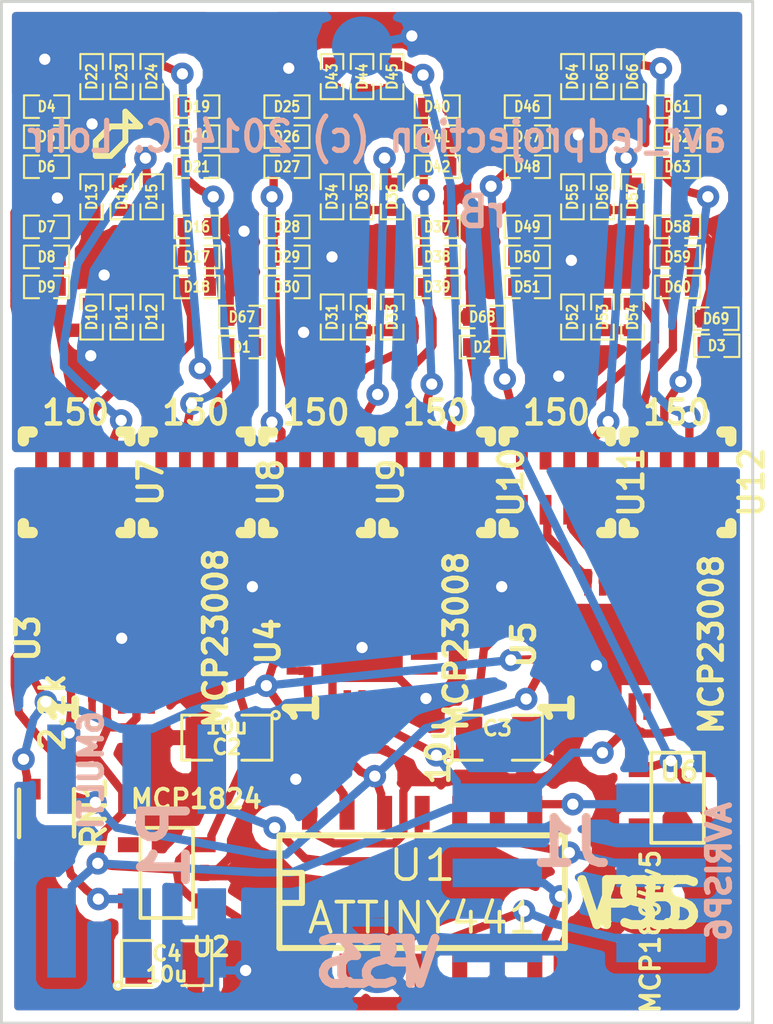
<source format=kicad_pcb>
(kicad_pcb (version 3) (host pcbnew "(2013-jul-07)-stable")
  (title_block (title avr_ledprojection) (rev A))
  (layers (15 F.Cu signal) (0 B.Cu signal) (18 B.Paste user) (19 F.Paste user) (20 B.SilkS user) (21 F.SilkS user) (22 B.Mask user) (23 F.Mask user) (28 Edge.Cuts user))
  (net 0 "")
  (net 1 +3.3V)
  (net 2 +5V)
  (net 3 GND)
  (net 4 N-0000010)
  (net 5 N-00000100)
  (net 6 N-00000101)
  (net 7 N-00000102)
  (net 8 N-00000103)
  (net 9 N-00000105)
  (net 10 N-00000106)
  (net 11 N-00000107)
  (net 12 N-00000108)
  (net 13 N-00000109)
  (net 14 N-0000011)
  (net 15 N-00000110)
  (net 16 N-00000111)
  (net 17 N-00000112)
  (net 18 N-00000113)
  (net 19 N-00000114)
  (net 20 N-00000116)
  (net 21 N-00000117)
  (net 22 N-0000012)
  (net 23 N-00000121)
  (net 24 N-00000122)
  (net 25 N-00000123)
  (net 26 N-0000013)
  (net 27 N-0000014)
  (net 28 N-0000015)
  (net 29 N-0000016)
  (net 30 N-0000017)
  (net 31 N-0000018)
  (net 32 N-0000020)
  (net 33 N-0000021)
  (net 34 N-0000022)
  (net 35 N-0000023)
  (net 36 N-0000026)
  (net 37 N-0000027)
  (net 38 N-0000028)
  (net 39 N-0000029)
  (net 40 N-0000030)
  (net 41 N-0000031)
  (net 42 N-0000032)
  (net 43 N-0000033)
  (net 44 N-0000034)
  (net 45 N-0000035)
  (net 46 N-0000036)
  (net 47 N-0000037)
  (net 48 N-0000038)
  (net 49 N-0000039)
  (net 50 N-0000040)
  (net 51 N-0000041)
  (net 52 N-0000042)
  (net 53 N-0000043)
  (net 54 N-0000044)
  (net 55 N-0000045)
  (net 56 N-0000046)
  (net 57 N-0000047)
  (net 58 N-0000048)
  (net 59 N-000005)
  (net 60 N-0000053)
  (net 61 N-0000059)
  (net 62 N-000006)
  (net 63 N-0000060)
  (net 64 N-0000061)
  (net 65 N-0000062)
  (net 66 N-0000065)
  (net 67 N-0000067)
  (net 68 N-0000069)
  (net 69 N-000007)
  (net 70 N-0000070)
  (net 71 N-0000071)
  (net 72 N-0000072)
  (net 73 N-0000073)
  (net 74 N-0000074)
  (net 75 N-0000075)
  (net 76 N-0000076)
  (net 77 N-0000077)
  (net 78 N-0000078)
  (net 79 N-0000079)
  (net 80 N-000008)
  (net 81 N-0000080)
  (net 82 N-0000081)
  (net 83 N-0000082)
  (net 84 N-0000083)
  (net 85 N-0000084)
  (net 86 N-0000085)
  (net 87 N-0000086)
  (net 88 N-0000087)
  (net 89 N-0000088)
  (net 90 N-0000089)
  (net 91 N-000009)
  (net 92 N-0000090)
  (net 93 N-0000091)
  (net 94 N-0000092)
  (net 95 N-0000093)
  (net 96 N-0000094)
  (net 97 N-0000095)
  (net 98 N-0000096)
  (net 99 N-0000097)
  (net 100 N-0000098)
  (net 101 N-0000099)
  (net 102 SCL)
  (net 103 SDA)
  (net 104 VPP)
  (module SO14E (layer F.Cu) (at 79.756 77.216)
    (fp_text reference U1 (at 0 -0.762) (layer F.SilkS) (effects (font (size 1.016 1.143) (thickness 0.127))))
    (fp_text value ATTINY441 (at 0 1.016) (layer F.SilkS) (effects (font (size 1.016 1.016) (thickness 0.127))))
    (pad 1 smd rect (at -3.81 2.794) (size 0.508 1.143) (layers F.Cu F.Paste F.Mask) (net 2 +5V))
    (pad 2 smd rect (at -2.54 2.794) (size 0.508 1.143) (layers F.Cu F.Paste F.Mask))
    (pad 3 smd rect (at -1.27 2.794) (size 0.508 1.143) (layers F.Cu F.Paste F.Mask))
    (pad 4 smd rect (at 0 2.794) (size 0.508 1.143) (layers F.Cu F.Paste F.Mask) (net 66 N-0000065))
    (pad 5 smd rect (at 1.27 2.794) (size 0.508 1.143) (layers F.Cu F.Paste F.Mask))
    (pad 6 smd rect (at 2.54 2.794) (size 0.508 1.143) (layers F.Cu F.Paste F.Mask))
    (pad 7 smd rect (at 3.81 2.794) (size 0.508 1.143) (layers F.Cu F.Paste F.Mask) (net 24 N-00000122))
    (pad 8 smd rect (at 3.81 -2.54) (size 0.508 1.143) (layers F.Cu F.Paste F.Mask) (net 25 N-00000123))
    (pad 9 smd rect (at 2.54 -2.54) (size 0.508 1.143) (layers F.Cu F.Paste F.Mask) (net 67 N-0000067))
    (pad 10 smd rect (at 1.27 -2.54) (size 0.508 1.143) (layers F.Cu F.Paste F.Mask))
    (pad 11 smd rect (at 0 -2.54) (size 0.508 1.143) (layers F.Cu F.Paste F.Mask) (net 23 N-00000121))
    (pad 12 smd rect (at -1.27 -2.54) (size 0.508 1.143) (layers F.Cu F.Paste F.Mask) (net 103 SDA))
    (pad 13 smd rect (at -2.54 -2.54) (size 0.508 1.143) (layers F.Cu F.Paste F.Mask) (net 102 SCL))
    (pad 14 smd rect (at -3.81 -2.54) (size 0.508 1.143) (layers F.Cu F.Paste F.Mask) (net 3 GND))
  )
  (module SM0805 (layer F.Cu) (at 82.296 72.136)
    (fp_text reference C3 (at 0 -0.3175) (layer F.SilkS) (effects (font (size 0.50038 0.50038) (thickness 0.10922))))
    (fp_text value 10u (at -2 0.5 90) (layer F.SilkS) (effects (font (size 0.762 0.762) (thickness 0.1524))))
    (pad 1 smd rect (at -0.9525 0) (size 0.889 1.397) (layers F.Cu F.Paste F.Mask) (net 2 +5V))
    (pad 2 smd rect (at 0.9525 0) (size 0.889 1.397) (layers F.Cu F.Paste F.Mask) (net 3 GND))
  )
  (module SM0805 (layer F.Cu) (at 73.152 72.136 180)
    (fp_text reference C2 (at 0 -0.3175 180) (layer F.SilkS) (effects (font (size 0.50038 0.50038) (thickness 0.10922))))
    (fp_text value 10u (at 0 0.381 180) (layer F.SilkS) (effects (font (size 0.50038 0.50038) (thickness 0.10922))))
    (pad 1 smd rect (at -0.9525 0 180) (size 0.889 1.397) (layers F.Cu F.Paste F.Mask) (net 2 +5V))
    (pad 2 smd rect (at 0.9525 0 180) (size 0.889 1.397) (layers F.Cu F.Paste F.Mask) (net 3 GND))
  )
  (module RIBBON6SMT (layer B.Cu) (at 82.296 74.168 270)
    (fp_text reference J1 (at 1.5 -2.5 540) (layer B.SilkS) (effects (font (size 1.524 1.524) (thickness 0.3048)) (justify mirror)))
    (fp_text value AVRISP6 (at 2.5 -7.5 270) (layer B.SilkS) (effects (font (size 0.762 0.762) (thickness 0.1905)) (justify mirror)))
    (pad 2 smd rect (at 0 0 270) (size 0.9652 3.0226) (layers B.Cu B.Paste B.Mask) (net 2 +5V))
    (pad 4 smd rect (at 2.54 0 270) (size 0.9652 3.0226) (layers B.Cu B.Paste B.Mask) (net 24 N-00000122))
    (pad 6 smd rect (at 5.08 0 270) (size 0.9652 3.0226) (layers B.Cu B.Paste B.Mask) (net 3 GND))
    (pad 1 smd rect (at 0 -5.5372 270) (size 0.9652 3.0226) (layers B.Cu B.Paste B.Mask) (net 25 N-00000123))
    (pad 3 smd rect (at 2.54 -5.5372 270) (size 0.9652 3.0226) (layers B.Cu B.Paste B.Mask) (net 67 N-0000067))
    (pad 5 smd rect (at 5.08 -5.5372 270) (size 0.9652 3.0226) (layers B.Cu B.Paste B.Mask) (net 66 N-0000065))
  )
  (module SM0805 (layer F.Cu) (at 71.12 79.756)
    (fp_text reference C4 (at 0 -0.3175) (layer F.SilkS) (effects (font (size 0.50038 0.50038) (thickness 0.10922))))
    (fp_text value 10u (at 0 0.381) (layer F.SilkS) (effects (font (size 0.50038 0.50038) (thickness 0.10922))))
    (pad 1 smd rect (at -0.9525 0) (size 0.889 1.397) (layers F.Cu F.Paste F.Mask) (net 1 +3.3V))
    (pad 2 smd rect (at 0.9525 0) (size 0.889 1.397) (layers F.Cu F.Paste F.Mask) (net 3 GND))
  )
  (module RIBBON6SMT (layer B.Cu) (at 67.564 78.74)
    (fp_text reference P1 (at 3.5 -3 270) (layer B.SilkS) (effects (font (size 1.524 1.524) (thickness 0.3048)) (justify mirror)))
    (fp_text value 6MULTI (at 1 -5.5 270) (layer B.SilkS) (effects (font (size 0.762 0.762) (thickness 0.1905)) (justify mirror)))
    (pad 2 smd rect (at 0 0) (size 0.9652 3.0226) (layers B.Cu B.Paste B.Mask) (net 2 +5V))
    (pad 4 smd rect (at 2.54 0) (size 0.9652 3.0226) (layers B.Cu B.Paste B.Mask) (net 1 +3.3V))
    (pad 6 smd rect (at 5.08 0) (size 0.9652 3.0226) (layers B.Cu B.Paste B.Mask) (net 3 GND))
    (pad 1 smd rect (at 0 -5.5372) (size 0.9652 3.0226) (layers B.Cu B.Paste B.Mask) (net 103 SDA))
    (pad 3 smd rect (at 2.54 -5.5372) (size 0.9652 3.0226) (layers B.Cu B.Paste B.Mask) (net 102 SCL))
    (pad 5 smd rect (at 5.08 -5.5372) (size 0.9652 3.0226) (layers B.Cu B.Paste B.Mask) (net 23 N-00000121))
  )
  (module .1SMTPIN (layer B.Cu) (at 77.724 48.768)
    (fp_text reference P2 hide)
    (fp_text value VPP hide)
    (pad 1 smd circle (at 0 0) (size 2.032 2.032) (layers B.Cu B.Paste B.Mask) (net 104 VPP))
  )
  (module .1SMTPIN (layer B.Cu) (at 78.232 79.756)
    (fp_text reference P3 (at 0 0) (layer B.SilkS) (effects (font (size 1.524 1.524) (thickness 0.3048)) (justify mirror)))
    (fp_text value VSS (at 0 0) (layer B.SilkS) (effects (font (size 1.524 1.524) (thickness 0.3048)) (justify mirror)))
    (pad 1 smd circle (at 0 0) (size 2.032 2.032) (layers B.Cu B.Paste B.Mask) (net 3 GND))
  )
  (module SOT23-5 (layer F.Cu) (at 71.12 76.708 90)
    (fp_text reference U2 (at -2.5 1.5 180) (layer F.SilkS) (effects (font (size 0.635 0.635) (thickness 0.127))))
    (fp_text value MCP1824 (at 2.5 1 180) (layer F.SilkS) (effects (font (size 0.635 0.635) (thickness 0.127))))
    (pad 1 smd rect (at -0.9525 1.27 90) (size 0.508 0.762) (layers F.Cu F.Paste F.Mask) (net 2 +5V))
    (pad 3 smd rect (at 0.9525 1.27 90) (size 0.508 0.762) (layers F.Cu F.Paste F.Mask) (net 2 +5V))
    (pad 5 smd rect (at -0.9525 -1.27 90) (size 0.508 0.762) (layers F.Cu F.Paste F.Mask) (net 1 +3.3V))
    (pad 2 smd rect (at 0 1.27 90) (size 0.508 0.762) (layers F.Cu F.Paste F.Mask) (net 3 GND))
    (pad 4 smd rect (at 0.9525 -1.27 90) (size 0.508 0.762) (layers F.Cu F.Paste F.Mask))
  )
  (module .1SMTPIN (layer F.Cu) (at 73.66 48.768)
    (fp_text reference P4 hide)
    (fp_text value VPP hide)
    (pad 1 smd circle (at 0 0) (size 2.032 2.032) (layers F.Cu F.Paste F.Mask) (net 104 VPP))
  )
  (module .1SMTPIN (layer F.Cu) (at 87.116 77.768)
    (fp_text reference P5 (at 0 0) (layer F.SilkS) (effects (font (size 1.524 1.524) (thickness 0.3048))))
    (fp_text value VSS (at 0 0) (layer F.SilkS) (effects (font (size 1.524 1.524) (thickness 0.3048))))
    (pad 1 smd circle (at 0 0) (size 2.032 2.032) (layers F.Cu F.Paste F.Mask) (net 3 GND))
  )
  (module SOT23-5 (layer F.Cu) (at 88.392 74.168 270)
    (fp_text reference U6 (at -0.889 -0.0508 360) (layer F.SilkS) (effects (font (size 0.635 0.635) (thickness 0.127))))
    (fp_text value MCP1804v5 (at 4.5212 0.9144 270) (layer F.SilkS) (effects (font (size 0.635 0.635) (thickness 0.127))))
    (pad 1 smd rect (at -0.9525 1.27 270) (size 0.508 0.762) (layers F.Cu F.Paste F.Mask) (net 104 VPP))
    (pad 3 smd rect (at 0.9525 1.27 270) (size 0.508 0.762) (layers F.Cu F.Paste F.Mask))
    (pad 5 smd rect (at -0.9525 -1.27 270) (size 0.508 0.762) (layers F.Cu F.Paste F.Mask) (net 2 +5V))
    (pad 2 smd rect (at 0 1.27 270) (size 0.508 0.762) (layers F.Cu F.Paste F.Mask) (net 3 GND))
    (pad 4 smd rect (at 0.9525 -1.27 270) (size 0.508 0.762) (layers F.Cu F.Paste F.Mask) (net 104 VPP))
  )
  (module NETWORK1206 (layer F.Cu) (at 68.072 63.5)
    (fp_text reference U7 (at 2.5 0 90) (layer F.SilkS) (effects (font (size 0.8128 0.7874) (thickness 0.1524))))
    (fp_text value 150 (at -0.033 -2.356) (layer F.SilkS) (effects (font (size 0.8128 0.7874) (thickness 0.1524))))
    (pad 1 smd rect (at -1.2 0.93) (size 0.4 1) (layers F.Cu F.Paste F.Mask) (net 31 N-0000018))
    (pad 2 smd rect (at -0.4 0.93) (size 0.4 1) (layers F.Cu F.Paste F.Mask) (net 27 N-0000014))
    (pad 3 smd rect (at 0.4 0.93) (size 0.4 1) (layers F.Cu F.Paste F.Mask) (net 30 N-0000017))
    (pad 4 smd rect (at 1.2 0.93) (size 0.4 1) (layers F.Cu F.Paste F.Mask) (net 29 N-0000016))
    (pad 5 smd rect (at 1.2 -0.93) (size 0.4 1) (layers F.Cu F.Paste F.Mask) (net 69 N-000007))
    (pad 6 smd rect (at 0.4 -0.93) (size 0.4 1) (layers F.Cu F.Paste F.Mask) (net 62 N-000006))
    (pad 7 smd rect (at -0.4 -0.93) (size 0.4 1) (layers F.Cu F.Paste F.Mask) (net 44 N-0000034))
    (pad 8 smd rect (at -1.2 -0.93) (size 0.4 1) (layers F.Cu F.Paste F.Mask) (net 43 N-0000033))
  )
  (module NETWORK1206 (layer F.Cu) (at 72.136 63.5)
    (fp_text reference U8 (at 2.5 0 90) (layer F.SilkS) (effects (font (size 0.8128 0.7874) (thickness 0.1524))))
    (fp_text value 150 (at -0.033 -2.356) (layer F.SilkS) (effects (font (size 0.8128 0.7874) (thickness 0.1524))))
    (pad 1 smd rect (at -1.2 0.93) (size 0.4 1) (layers F.Cu F.Paste F.Mask) (net 28 N-0000015))
    (pad 2 smd rect (at -0.4 0.93) (size 0.4 1) (layers F.Cu F.Paste F.Mask) (net 34 N-0000022))
    (pad 3 smd rect (at 0.4 0.93) (size 0.4 1) (layers F.Cu F.Paste F.Mask) (net 33 N-0000021))
    (pad 4 smd rect (at 1.2 0.93) (size 0.4 1) (layers F.Cu F.Paste F.Mask) (net 32 N-0000020))
    (pad 5 smd rect (at 1.2 -0.93) (size 0.4 1) (layers F.Cu F.Paste F.Mask) (net 4 N-0000010))
    (pad 6 smd rect (at 0.4 -0.93) (size 0.4 1) (layers F.Cu F.Paste F.Mask) (net 91 N-000009))
    (pad 7 smd rect (at -0.4 -0.93) (size 0.4 1) (layers F.Cu F.Paste F.Mask) (net 80 N-000008))
    (pad 8 smd rect (at -1.2 -0.93) (size 0.4 1) (layers F.Cu F.Paste F.Mask) (net 45 N-0000035))
  )
  (module NETWORK1206 (layer F.Cu) (at 76.2 63.5)
    (fp_text reference U9 (at 2.5 0 90) (layer F.SilkS) (effects (font (size 0.8128 0.7874) (thickness 0.1524))))
    (fp_text value 150 (at -0.033 -2.356) (layer F.SilkS) (effects (font (size 0.8128 0.7874) (thickness 0.1524))))
    (pad 1 smd rect (at -1.2 0.93) (size 0.4 1) (layers F.Cu F.Paste F.Mask) (net 60 N-0000053))
    (pad 2 smd rect (at -0.4 0.93) (size 0.4 1) (layers F.Cu F.Paste F.Mask) (net 58 N-0000048))
    (pad 3 smd rect (at 0.4 0.93) (size 0.4 1) (layers F.Cu F.Paste F.Mask) (net 57 N-0000047))
    (pad 4 smd rect (at 1.2 0.93) (size 0.4 1) (layers F.Cu F.Paste F.Mask) (net 56 N-0000046))
    (pad 5 smd rect (at 1.2 -0.93) (size 0.4 1) (layers F.Cu F.Paste F.Mask) (net 26 N-0000013))
    (pad 6 smd rect (at 0.4 -0.93) (size 0.4 1) (layers F.Cu F.Paste F.Mask) (net 22 N-0000012))
    (pad 7 smd rect (at -0.4 -0.93) (size 0.4 1) (layers F.Cu F.Paste F.Mask) (net 59 N-000005))
    (pad 8 smd rect (at -1.2 -0.93) (size 0.4 1) (layers F.Cu F.Paste F.Mask) (net 14 N-0000011))
  )
  (module NETWORK1206 (layer F.Cu) (at 80.264 63.5)
    (fp_text reference U10 (at 2.5 0 90) (layer F.SilkS) (effects (font (size 0.8128 0.7874) (thickness 0.1524))))
    (fp_text value 150 (at -0.033 -2.356) (layer F.SilkS) (effects (font (size 0.8128 0.7874) (thickness 0.1524))))
    (pad 1 smd rect (at -1.2 0.93) (size 0.4 1) (layers F.Cu F.Paste F.Mask) (net 46 N-0000036))
    (pad 2 smd rect (at -0.4 0.93) (size 0.4 1) (layers F.Cu F.Paste F.Mask) (net 47 N-0000037))
    (pad 3 smd rect (at 0.4 0.93) (size 0.4 1) (layers F.Cu F.Paste F.Mask) (net 48 N-0000038))
    (pad 4 smd rect (at 1.2 0.93) (size 0.4 1) (layers F.Cu F.Paste F.Mask) (net 49 N-0000039))
    (pad 5 smd rect (at 1.2 -0.93) (size 0.4 1) (layers F.Cu F.Paste F.Mask) (net 21 N-00000117))
    (pad 6 smd rect (at 0.4 -0.93) (size 0.4 1) (layers F.Cu F.Paste F.Mask) (net 13 N-00000109))
    (pad 7 smd rect (at -0.4 -0.93) (size 0.4 1) (layers F.Cu F.Paste F.Mask) (net 10 N-00000106))
    (pad 8 smd rect (at -1.2 -0.93) (size 0.4 1) (layers F.Cu F.Paste F.Mask) (net 38 N-0000028))
  )
  (module NETWORK1206 (layer F.Cu) (at 84.328 63.5)
    (fp_text reference U11 (at 2.5 0 90) (layer F.SilkS) (effects (font (size 0.8128 0.7874) (thickness 0.1524))))
    (fp_text value 150 (at -0.033 -2.356) (layer F.SilkS) (effects (font (size 0.8128 0.7874) (thickness 0.1524))))
    (pad 1 smd rect (at -1.2 0.93) (size 0.4 1) (layers F.Cu F.Paste F.Mask) (net 39 N-0000029))
    (pad 2 smd rect (at -0.4 0.93) (size 0.4 1) (layers F.Cu F.Paste F.Mask) (net 50 N-0000040))
    (pad 3 smd rect (at 0.4 0.93) (size 0.4 1) (layers F.Cu F.Paste F.Mask) (net 53 N-0000043))
    (pad 4 smd rect (at 1.2 0.93) (size 0.4 1) (layers F.Cu F.Paste F.Mask) (net 52 N-0000042))
    (pad 5 smd rect (at 1.2 -0.93) (size 0.4 1) (layers F.Cu F.Paste F.Mask) (net 77 N-0000077))
    (pad 6 smd rect (at 0.4 -0.93) (size 0.4 1) (layers F.Cu F.Paste F.Mask) (net 74 N-0000074))
    (pad 7 smd rect (at -0.4 -0.93) (size 0.4 1) (layers F.Cu F.Paste F.Mask) (net 71 N-0000071))
    (pad 8 smd rect (at -1.2 -0.93) (size 0.4 1) (layers F.Cu F.Paste F.Mask) (net 17 N-00000112))
  )
  (module NETWORK1206 (layer F.Cu) (at 88.392 63.5)
    (fp_text reference U12 (at 2.5 0 90) (layer F.SilkS) (effects (font (size 0.8128 0.7874) (thickness 0.1524))))
    (fp_text value 150 (at -0.033 -2.356) (layer F.SilkS) (effects (font (size 0.8128 0.7874) (thickness 0.1524))))
    (pad 1 smd rect (at -1.2 0.93) (size 0.4 1) (layers F.Cu F.Paste F.Mask) (net 51 N-0000041))
    (pad 2 smd rect (at -0.4 0.93) (size 0.4 1) (layers F.Cu F.Paste F.Mask) (net 40 N-0000030))
    (pad 3 smd rect (at 0.4 0.93) (size 0.4 1) (layers F.Cu F.Paste F.Mask) (net 41 N-0000031))
    (pad 4 smd rect (at 1.2 0.93) (size 0.4 1) (layers F.Cu F.Paste F.Mask) (net 42 N-0000032))
    (pad 5 smd rect (at 1.2 -0.93) (size 0.4 1) (layers F.Cu F.Paste F.Mask) (net 20 N-00000116))
    (pad 6 smd rect (at 0.4 -0.93) (size 0.4 1) (layers F.Cu F.Paste F.Mask) (net 65 N-0000062))
    (pad 7 smd rect (at -0.4 -0.93) (size 0.4 1) (layers F.Cu F.Paste F.Mask) (net 61 N-0000059))
    (pad 8 smd rect (at -1.2 -0.93) (size 0.4 1) (layers F.Cu F.Paste F.Mask) (net 81 N-0000080))
  )
  (module SM0402 (layer F.Cu) (at 67.056 50.8 180)
    (fp_text reference D4 (at 0 0 180) (layer F.SilkS) (effects (font (size 0.35052 0.3048) (thickness 0.07112))))
    (fp_text value LED hide)
    (pad 1 smd rect (at -0.44958 0 180) (size 0.39878 0.59944) (layers F.Cu F.Paste F.Mask) (net 104 VPP))
    (pad 2 smd rect (at 0.44958 0 180) (size 0.39878 0.59944) (layers F.Cu F.Paste F.Mask) (net 70 N-0000070))
  )
  (module SM0402 (layer F.Cu) (at 67.056 54.864 180)
    (fp_text reference D7 (at 0 0 180) (layer F.SilkS) (effects (font (size 0.35052 0.3048) (thickness 0.07112))))
    (fp_text value LED hide)
    (pad 1 smd rect (at -0.44958 0 180) (size 0.39878 0.59944) (layers F.Cu F.Paste F.Mask) (net 104 VPP))
    (pad 2 smd rect (at 0.44958 0 180) (size 0.39878 0.59944) (layers F.Cu F.Paste F.Mask) (net 95 N-0000093))
  )
  (module SM0402 (layer F.Cu) (at 83.312 50.8 180)
    (fp_text reference D46 (at 0 0 180) (layer F.SilkS) (effects (font (size 0.35052 0.3048) (thickness 0.07112))))
    (fp_text value LED hide)
    (pad 1 smd rect (at -0.44958 0 180) (size 0.39878 0.59944) (layers F.Cu F.Paste F.Mask) (net 104 VPP))
    (pad 2 smd rect (at 0.44958 0 180) (size 0.39878 0.59944) (layers F.Cu F.Paste F.Mask) (net 15 N-00000110))
  )
  (module SM0402 (layer F.Cu) (at 86.868 57.912 90)
    (fp_text reference D54 (at 0 0 90) (layer F.SilkS) (effects (font (size 0.35052 0.3048) (thickness 0.07112))))
    (fp_text value LED hide)
    (pad 1 smd rect (at -0.44958 0 90) (size 0.39878 0.59944) (layers F.Cu F.Paste F.Mask) (net 73 N-0000073))
    (pad 2 smd rect (at 0.44958 0 90) (size 0.39878 0.59944) (layers F.Cu F.Paste F.Mask) (net 74 N-0000074))
  )
  (module SM0402 (layer F.Cu) (at 85.852 57.912 270)
    (fp_text reference D53 (at 0 0 270) (layer F.SilkS) (effects (font (size 0.35052 0.3048) (thickness 0.07112))))
    (fp_text value LED hide)
    (pad 1 smd rect (at -0.44958 0 270) (size 0.39878 0.59944) (layers F.Cu F.Paste F.Mask) (net 72 N-0000072))
    (pad 2 smd rect (at 0.44958 0 270) (size 0.39878 0.59944) (layers F.Cu F.Paste F.Mask) (net 73 N-0000073))
  )
  (module SM0402 (layer F.Cu) (at 84.836 57.912 90)
    (fp_text reference D52 (at 0 0 90) (layer F.SilkS) (effects (font (size 0.35052 0.3048) (thickness 0.07112))))
    (fp_text value LED hide)
    (pad 1 smd rect (at -0.44958 0 90) (size 0.39878 0.59944) (layers F.Cu F.Paste F.Mask) (net 104 VPP))
    (pad 2 smd rect (at 0.44958 0 90) (size 0.39878 0.59944) (layers F.Cu F.Paste F.Mask) (net 72 N-0000072))
  )
  (module SM0402 (layer F.Cu) (at 83.312 56.896 180)
    (fp_text reference D51 (at 0 0 180) (layer F.SilkS) (effects (font (size 0.35052 0.3048) (thickness 0.07112))))
    (fp_text value LED hide)
    (pad 1 smd rect (at -0.44958 0 180) (size 0.39878 0.59944) (layers F.Cu F.Paste F.Mask) (net 19 N-00000114))
    (pad 2 smd rect (at 0.44958 0 180) (size 0.39878 0.59944) (layers F.Cu F.Paste F.Mask) (net 71 N-0000071))
  )
  (module SM0402 (layer F.Cu) (at 83.312 55.88)
    (fp_text reference D50 (at 0 0) (layer F.SilkS) (effects (font (size 0.35052 0.3048) (thickness 0.07112))))
    (fp_text value LED hide)
    (pad 1 smd rect (at -0.44958 0) (size 0.39878 0.59944) (layers F.Cu F.Paste F.Mask) (net 18 N-00000113))
    (pad 2 smd rect (at 0.44958 0) (size 0.39878 0.59944) (layers F.Cu F.Paste F.Mask) (net 19 N-00000114))
  )
  (module SM0402 (layer F.Cu) (at 83.312 54.864 180)
    (fp_text reference D49 (at 0 0 180) (layer F.SilkS) (effects (font (size 0.35052 0.3048) (thickness 0.07112))))
    (fp_text value LED hide)
    (pad 1 smd rect (at -0.44958 0 180) (size 0.39878 0.59944) (layers F.Cu F.Paste F.Mask) (net 104 VPP))
    (pad 2 smd rect (at 0.44958 0 180) (size 0.39878 0.59944) (layers F.Cu F.Paste F.Mask) (net 18 N-00000113))
  )
  (module SM0402 (layer F.Cu) (at 83.312 52.832 180)
    (fp_text reference D48 (at 0 0 180) (layer F.SilkS) (effects (font (size 0.35052 0.3048) (thickness 0.07112))))
    (fp_text value LED hide)
    (pad 1 smd rect (at -0.44958 0 180) (size 0.39878 0.59944) (layers F.Cu F.Paste F.Mask) (net 16 N-00000111))
    (pad 2 smd rect (at 0.44958 0 180) (size 0.39878 0.59944) (layers F.Cu F.Paste F.Mask) (net 17 N-00000112))
  )
  (module SM0402 (layer F.Cu) (at 83.312 51.816)
    (fp_text reference D47 (at 0 0) (layer F.SilkS) (effects (font (size 0.35052 0.3048) (thickness 0.07112))))
    (fp_text value LED hide)
    (pad 1 smd rect (at -0.44958 0) (size 0.39878 0.59944) (layers F.Cu F.Paste F.Mask) (net 15 N-00000110))
    (pad 2 smd rect (at 0.44958 0) (size 0.39878 0.59944) (layers F.Cu F.Paste F.Mask) (net 16 N-00000111))
  )
  (module SM0402 (layer F.Cu) (at 85.852 53.848 270)
    (fp_text reference D56 (at 0 0 270) (layer F.SilkS) (effects (font (size 0.35052 0.3048) (thickness 0.07112))))
    (fp_text value LED hide)
    (pad 1 smd rect (at -0.44958 0 270) (size 0.39878 0.59944) (layers F.Cu F.Paste F.Mask) (net 75 N-0000075))
    (pad 2 smd rect (at 0.44958 0 270) (size 0.39878 0.59944) (layers F.Cu F.Paste F.Mask) (net 76 N-0000076))
  )
  (module SM0402 (layer F.Cu) (at 78.74 49.784 90)
    (fp_text reference D45 (at 0 0 90) (layer F.SilkS) (effects (font (size 0.35052 0.3048) (thickness 0.07112))))
    (fp_text value LED hide)
    (pad 1 smd rect (at -0.44958 0 90) (size 0.39878 0.59944) (layers F.Cu F.Paste F.Mask) (net 12 N-00000108))
    (pad 2 smd rect (at 0.44958 0 90) (size 0.39878 0.59944) (layers F.Cu F.Paste F.Mask) (net 13 N-00000109))
  )
  (module SM0402 (layer F.Cu) (at 77.724 49.784 270)
    (fp_text reference D44 (at 0 0 270) (layer F.SilkS) (effects (font (size 0.35052 0.3048) (thickness 0.07112))))
    (fp_text value LED hide)
    (pad 1 smd rect (at -0.44958 0 270) (size 0.39878 0.59944) (layers F.Cu F.Paste F.Mask) (net 11 N-00000107))
    (pad 2 smd rect (at 0.44958 0 270) (size 0.39878 0.59944) (layers F.Cu F.Paste F.Mask) (net 12 N-00000108))
  )
  (module SM0402 (layer F.Cu) (at 76.708 49.784 90)
    (fp_text reference D43 (at 0 0 90) (layer F.SilkS) (effects (font (size 0.35052 0.3048) (thickness 0.07112))))
    (fp_text value LED hide)
    (pad 1 smd rect (at -0.44958 0 90) (size 0.39878 0.59944) (layers F.Cu F.Paste F.Mask) (net 104 VPP))
    (pad 2 smd rect (at 0.44958 0 90) (size 0.39878 0.59944) (layers F.Cu F.Paste F.Mask) (net 11 N-00000107))
  )
  (module SM0402 (layer F.Cu) (at 80.264 52.832 180)
    (fp_text reference D42 (at 0 0 180) (layer F.SilkS) (effects (font (size 0.35052 0.3048) (thickness 0.07112))))
    (fp_text value LED hide)
    (pad 1 smd rect (at -0.44958 0 180) (size 0.39878 0.59944) (layers F.Cu F.Paste F.Mask) (net 93 N-0000091))
    (pad 2 smd rect (at 0.44958 0 180) (size 0.39878 0.59944) (layers F.Cu F.Paste F.Mask) (net 10 N-00000106))
  )
  (module SM0402 (layer F.Cu) (at 80.264 51.816)
    (fp_text reference D41 (at 0 0) (layer F.SilkS) (effects (font (size 0.35052 0.3048) (thickness 0.07112))))
    (fp_text value LED hide)
    (pad 1 smd rect (at -0.44958 0) (size 0.39878 0.59944) (layers F.Cu F.Paste F.Mask) (net 9 N-00000105))
    (pad 2 smd rect (at 0.44958 0) (size 0.39878 0.59944) (layers F.Cu F.Paste F.Mask) (net 93 N-0000091))
  )
  (module SM0402 (layer F.Cu) (at 80.264 50.8 180)
    (fp_text reference D40 (at 0 0 180) (layer F.SilkS) (effects (font (size 0.35052 0.3048) (thickness 0.07112))))
    (fp_text value LED hide)
    (pad 1 smd rect (at -0.44958 0 180) (size 0.39878 0.59944) (layers F.Cu F.Paste F.Mask) (net 104 VPP))
    (pad 2 smd rect (at 0.44958 0 180) (size 0.39878 0.59944) (layers F.Cu F.Paste F.Mask) (net 9 N-00000105))
  )
  (module SM0402 (layer F.Cu) (at 89.7164 58.8827 180)
    (fp_text reference D3 (at 0 0 180) (layer F.SilkS) (effects (font (size 0.35052 0.3048) (thickness 0.07112))))
    (fp_text value LED hide)
    (pad 1 smd rect (at -0.44958 0 180) (size 0.39878 0.59944) (layers F.Cu F.Paste F.Mask) (net 35 N-0000023))
    (pad 2 smd rect (at 0.44958 0 180) (size 0.39878 0.59944) (layers F.Cu F.Paste F.Mask) (net 20 N-00000116))
  )
  (module SM0402 (layer F.Cu) (at 81.788 58.928 180)
    (fp_text reference D2 (at 0 0 180) (layer F.SilkS) (effects (font (size 0.35052 0.3048) (thickness 0.07112))))
    (fp_text value LED hide)
    (pad 1 smd rect (at -0.44958 0 180) (size 0.39878 0.59944) (layers F.Cu F.Paste F.Mask) (net 36 N-0000026))
    (pad 2 smd rect (at 0.44958 0 180) (size 0.39878 0.59944) (layers F.Cu F.Paste F.Mask) (net 21 N-00000117))
  )
  (module SM0402 (layer F.Cu) (at 73.66 58.928 180)
    (fp_text reference D1 (at 0 0 180) (layer F.SilkS) (effects (font (size 0.35052 0.3048) (thickness 0.07112))))
    (fp_text value LED hide)
    (pad 1 smd rect (at -0.44958 0 180) (size 0.39878 0.59944) (layers F.Cu F.Paste F.Mask) (net 37 N-0000027))
    (pad 2 smd rect (at 0.44958 0 180) (size 0.39878 0.59944) (layers F.Cu F.Paste F.Mask) (net 4 N-0000010))
  )
  (module SM0402 (layer F.Cu) (at 86.868 49.784 90)
    (fp_text reference D66 (at 0 0 90) (layer F.SilkS) (effects (font (size 0.35052 0.3048) (thickness 0.07112))))
    (fp_text value LED hide)
    (pad 1 smd rect (at -0.44958 0 90) (size 0.39878 0.59944) (layers F.Cu F.Paste F.Mask) (net 64 N-0000061))
    (pad 2 smd rect (at 0.44958 0 90) (size 0.39878 0.59944) (layers F.Cu F.Paste F.Mask) (net 65 N-0000062))
  )
  (module SM0402 (layer F.Cu) (at 85.852 49.784 270)
    (fp_text reference D65 (at 0 0 270) (layer F.SilkS) (effects (font (size 0.35052 0.3048) (thickness 0.07112))))
    (fp_text value LED hide)
    (pad 1 smd rect (at -0.44958 0 270) (size 0.39878 0.59944) (layers F.Cu F.Paste F.Mask) (net 63 N-0000060))
    (pad 2 smd rect (at 0.44958 0 270) (size 0.39878 0.59944) (layers F.Cu F.Paste F.Mask) (net 64 N-0000061))
  )
  (module SM0402 (layer F.Cu) (at 84.836 49.784 90)
    (fp_text reference D64 (at 0 0 90) (layer F.SilkS) (effects (font (size 0.35052 0.3048) (thickness 0.07112))))
    (fp_text value LED hide)
    (pad 1 smd rect (at -0.44958 0 90) (size 0.39878 0.59944) (layers F.Cu F.Paste F.Mask) (net 104 VPP))
    (pad 2 smd rect (at 0.44958 0 90) (size 0.39878 0.59944) (layers F.Cu F.Paste F.Mask) (net 63 N-0000060))
  )
  (module SM0402 (layer F.Cu) (at 84.836 53.848 90)
    (fp_text reference D55 (at 0 0 90) (layer F.SilkS) (effects (font (size 0.35052 0.3048) (thickness 0.07112))))
    (fp_text value LED hide)
    (pad 1 smd rect (at -0.44958 0 90) (size 0.39878 0.59944) (layers F.Cu F.Paste F.Mask) (net 104 VPP))
    (pad 2 smd rect (at 0.44958 0 90) (size 0.39878 0.59944) (layers F.Cu F.Paste F.Mask) (net 75 N-0000075))
  )
  (module SM0402 (layer F.Cu) (at 88.392 52.832 180)
    (fp_text reference D63 (at 0 0 180) (layer F.SilkS) (effects (font (size 0.35052 0.3048) (thickness 0.07112))))
    (fp_text value LED hide)
    (pad 1 smd rect (at -0.44958 0 180) (size 0.39878 0.59944) (layers F.Cu F.Paste F.Mask) (net 83 N-0000082))
    (pad 2 smd rect (at 0.44958 0 180) (size 0.39878 0.59944) (layers F.Cu F.Paste F.Mask) (net 61 N-0000059))
  )
  (module SM0402 (layer F.Cu) (at 88.392 51.816)
    (fp_text reference D62 (at 0 0) (layer F.SilkS) (effects (font (size 0.35052 0.3048) (thickness 0.07112))))
    (fp_text value LED hide)
    (pad 1 smd rect (at -0.44958 0) (size 0.39878 0.59944) (layers F.Cu F.Paste F.Mask) (net 82 N-0000081))
    (pad 2 smd rect (at 0.44958 0) (size 0.39878 0.59944) (layers F.Cu F.Paste F.Mask) (net 83 N-0000082))
  )
  (module SM0402 (layer F.Cu) (at 88.392 50.8 180)
    (fp_text reference D61 (at 0 0 180) (layer F.SilkS) (effects (font (size 0.35052 0.3048) (thickness 0.07112))))
    (fp_text value LED hide)
    (pad 1 smd rect (at -0.44958 0 180) (size 0.39878 0.59944) (layers F.Cu F.Paste F.Mask) (net 104 VPP))
    (pad 2 smd rect (at 0.44958 0 180) (size 0.39878 0.59944) (layers F.Cu F.Paste F.Mask) (net 82 N-0000081))
  )
  (module SM0402 (layer F.Cu) (at 88.392 56.896 180)
    (fp_text reference D60 (at 0 0 180) (layer F.SilkS) (effects (font (size 0.35052 0.3048) (thickness 0.07112))))
    (fp_text value LED hide)
    (pad 1 smd rect (at -0.44958 0 180) (size 0.39878 0.59944) (layers F.Cu F.Paste F.Mask) (net 79 N-0000079))
    (pad 2 smd rect (at 0.44958 0 180) (size 0.39878 0.59944) (layers F.Cu F.Paste F.Mask) (net 81 N-0000080))
  )
  (module SM0402 (layer F.Cu) (at 88.392 55.88)
    (fp_text reference D59 (at 0 0) (layer F.SilkS) (effects (font (size 0.35052 0.3048) (thickness 0.07112))))
    (fp_text value LED hide)
    (pad 1 smd rect (at -0.44958 0) (size 0.39878 0.59944) (layers F.Cu F.Paste F.Mask) (net 78 N-0000078))
    (pad 2 smd rect (at 0.44958 0) (size 0.39878 0.59944) (layers F.Cu F.Paste F.Mask) (net 79 N-0000079))
  )
  (module SM0402 (layer F.Cu) (at 88.392 54.864 180)
    (fp_text reference D58 (at 0 0 180) (layer F.SilkS) (effects (font (size 0.35052 0.3048) (thickness 0.07112))))
    (fp_text value LED hide)
    (pad 1 smd rect (at -0.44958 0 180) (size 0.39878 0.59944) (layers F.Cu F.Paste F.Mask) (net 104 VPP))
    (pad 2 smd rect (at 0.44958 0 180) (size 0.39878 0.59944) (layers F.Cu F.Paste F.Mask) (net 78 N-0000078))
  )
  (module SM0402 (layer F.Cu) (at 86.868 53.848 90)
    (fp_text reference D57 (at 0 0 90) (layer F.SilkS) (effects (font (size 0.35052 0.3048) (thickness 0.07112))))
    (fp_text value LED hide)
    (pad 1 smd rect (at -0.44958 0 90) (size 0.39878 0.59944) (layers F.Cu F.Paste F.Mask) (net 76 N-0000076))
    (pad 2 smd rect (at 0.44958 0 90) (size 0.39878 0.59944) (layers F.Cu F.Paste F.Mask) (net 77 N-0000077))
  )
  (module SM0402 (layer F.Cu) (at 68.58 53.848 90)
    (fp_text reference D13 (at 0 0 90) (layer F.SilkS) (effects (font (size 0.35052 0.3048) (thickness 0.07112))))
    (fp_text value LED hide)
    (pad 1 smd rect (at -0.44958 0 90) (size 0.39878 0.59944) (layers F.Cu F.Paste F.Mask) (net 104 VPP))
    (pad 2 smd rect (at 0.44958 0 90) (size 0.39878 0.59944) (layers F.Cu F.Paste F.Mask) (net 99 N-0000097))
  )
  (module SM0402 (layer F.Cu) (at 72.136 52.832 180)
    (fp_text reference D21 (at 0 0 180) (layer F.SilkS) (effects (font (size 0.35052 0.3048) (thickness 0.07112))))
    (fp_text value LED hide)
    (pad 1 smd rect (at -0.44958 0 180) (size 0.39878 0.59944) (layers F.Cu F.Paste F.Mask) (net 5 N-00000100))
    (pad 2 smd rect (at 0.44958 0 180) (size 0.39878 0.59944) (layers F.Cu F.Paste F.Mask) (net 80 N-000008))
  )
  (module SM0402 (layer F.Cu) (at 72.136 51.816)
    (fp_text reference D20 (at 0 0) (layer F.SilkS) (effects (font (size 0.35052 0.3048) (thickness 0.07112))))
    (fp_text value LED hide)
    (pad 1 smd rect (at -0.44958 0) (size 0.39878 0.59944) (layers F.Cu F.Paste F.Mask) (net 6 N-00000101))
    (pad 2 smd rect (at 0.44958 0) (size 0.39878 0.59944) (layers F.Cu F.Paste F.Mask) (net 5 N-00000100))
  )
  (module SM0402 (layer F.Cu) (at 72.136 50.8 180)
    (fp_text reference D19 (at 0 0 180) (layer F.SilkS) (effects (font (size 0.35052 0.3048) (thickness 0.07112))))
    (fp_text value LED hide)
    (pad 1 smd rect (at -0.44958 0 180) (size 0.39878 0.59944) (layers F.Cu F.Paste F.Mask) (net 104 VPP))
    (pad 2 smd rect (at 0.44958 0 180) (size 0.39878 0.59944) (layers F.Cu F.Paste F.Mask) (net 6 N-00000101))
  )
  (module SM0402 (layer F.Cu) (at 72.136 56.896 180)
    (fp_text reference D18 (at 0 0 180) (layer F.SilkS) (effects (font (size 0.35052 0.3048) (thickness 0.07112))))
    (fp_text value LED hide)
    (pad 1 smd rect (at -0.44958 0 180) (size 0.39878 0.59944) (layers F.Cu F.Paste F.Mask) (net 100 N-0000098))
    (pad 2 smd rect (at 0.44958 0 180) (size 0.39878 0.59944) (layers F.Cu F.Paste F.Mask) (net 45 N-0000035))
  )
  (module SM0402 (layer F.Cu) (at 72.136 55.88)
    (fp_text reference D17 (at 0 0) (layer F.SilkS) (effects (font (size 0.35052 0.3048) (thickness 0.07112))))
    (fp_text value LED hide)
    (pad 1 smd rect (at -0.44958 0) (size 0.39878 0.59944) (layers F.Cu F.Paste F.Mask) (net 101 N-0000099))
    (pad 2 smd rect (at 0.44958 0) (size 0.39878 0.59944) (layers F.Cu F.Paste F.Mask) (net 100 N-0000098))
  )
  (module SM0402 (layer F.Cu) (at 72.136 54.864 180)
    (fp_text reference D16 (at 0 0 180) (layer F.SilkS) (effects (font (size 0.35052 0.3048) (thickness 0.07112))))
    (fp_text value LED hide)
    (pad 1 smd rect (at -0.44958 0 180) (size 0.39878 0.59944) (layers F.Cu F.Paste F.Mask) (net 104 VPP))
    (pad 2 smd rect (at 0.44958 0 180) (size 0.39878 0.59944) (layers F.Cu F.Paste F.Mask) (net 101 N-0000099))
  )
  (module SM0402 (layer F.Cu) (at 70.612 53.848 90)
    (fp_text reference D15 (at 0 0 90) (layer F.SilkS) (effects (font (size 0.35052 0.3048) (thickness 0.07112))))
    (fp_text value LED hide)
    (pad 1 smd rect (at -0.44958 0 90) (size 0.39878 0.59944) (layers F.Cu F.Paste F.Mask) (net 98 N-0000096))
    (pad 2 smd rect (at 0.44958 0 90) (size 0.39878 0.59944) (layers F.Cu F.Paste F.Mask) (net 69 N-000007))
  )
  (module SM0402 (layer F.Cu) (at 69.596 53.848 270)
    (fp_text reference D14 (at 0 0 270) (layer F.SilkS) (effects (font (size 0.35052 0.3048) (thickness 0.07112))))
    (fp_text value LED hide)
    (pad 1 smd rect (at -0.44958 0 270) (size 0.39878 0.59944) (layers F.Cu F.Paste F.Mask) (net 99 N-0000097))
    (pad 2 smd rect (at 0.44958 0 270) (size 0.39878 0.59944) (layers F.Cu F.Paste F.Mask) (net 98 N-0000096))
  )
  (module SM0402 (layer F.Cu) (at 70.612 57.912 90)
    (fp_text reference D12 (at 0 0 90) (layer F.SilkS) (effects (font (size 0.35052 0.3048) (thickness 0.07112))))
    (fp_text value LED hide)
    (pad 1 smd rect (at -0.44958 0 90) (size 0.39878 0.59944) (layers F.Cu F.Paste F.Mask) (net 96 N-0000094))
    (pad 2 smd rect (at 0.44958 0 90) (size 0.39878 0.59944) (layers F.Cu F.Paste F.Mask) (net 62 N-000006))
  )
  (module SM0402 (layer F.Cu) (at 69.596 57.912 270)
    (fp_text reference D11 (at 0 0 270) (layer F.SilkS) (effects (font (size 0.35052 0.3048) (thickness 0.07112))))
    (fp_text value LED hide)
    (pad 1 smd rect (at -0.44958 0 270) (size 0.39878 0.59944) (layers F.Cu F.Paste F.Mask) (net 97 N-0000095))
    (pad 2 smd rect (at 0.44958 0 270) (size 0.39878 0.59944) (layers F.Cu F.Paste F.Mask) (net 96 N-0000094))
  )
  (module SM0402 (layer F.Cu) (at 68.58 57.912 90)
    (fp_text reference D10 (at 0 0 90) (layer F.SilkS) (effects (font (size 0.35052 0.3048) (thickness 0.07112))))
    (fp_text value LED hide)
    (pad 1 smd rect (at -0.44958 0 90) (size 0.39878 0.59944) (layers F.Cu F.Paste F.Mask) (net 104 VPP))
    (pad 2 smd rect (at 0.44958 0 90) (size 0.39878 0.59944) (layers F.Cu F.Paste F.Mask) (net 97 N-0000095))
  )
  (module SM0402 (layer F.Cu) (at 67.056 56.896 180)
    (fp_text reference D9 (at 0 0 180) (layer F.SilkS) (effects (font (size 0.35052 0.3048) (thickness 0.07112))))
    (fp_text value LED hide)
    (pad 1 smd rect (at -0.44958 0 180) (size 0.39878 0.59944) (layers F.Cu F.Paste F.Mask) (net 94 N-0000092))
    (pad 2 smd rect (at 0.44958 0 180) (size 0.39878 0.59944) (layers F.Cu F.Paste F.Mask) (net 44 N-0000034))
  )
  (module SM0402 (layer F.Cu) (at 67.056 55.88)
    (fp_text reference D8 (at 0 0) (layer F.SilkS) (effects (font (size 0.35052 0.3048) (thickness 0.07112))))
    (fp_text value LED hide)
    (pad 1 smd rect (at -0.44958 0) (size 0.39878 0.59944) (layers F.Cu F.Paste F.Mask) (net 95 N-0000093))
    (pad 2 smd rect (at 0.44958 0) (size 0.39878 0.59944) (layers F.Cu F.Paste F.Mask) (net 94 N-0000092))
  )
  (module SM0402 (layer F.Cu) (at 67.056 52.832 180)
    (fp_text reference D6 (at 0 0 180) (layer F.SilkS) (effects (font (size 0.35052 0.3048) (thickness 0.07112))))
    (fp_text value LED hide)
    (pad 1 smd rect (at -0.44958 0 180) (size 0.39878 0.59944) (layers F.Cu F.Paste F.Mask) (net 68 N-0000069))
    (pad 2 smd rect (at 0.44958 0 180) (size 0.39878 0.59944) (layers F.Cu F.Paste F.Mask) (net 43 N-0000033))
  )
  (module SM0402 (layer F.Cu) (at 67.056 51.816)
    (fp_text reference D5 (at 0 0) (layer F.SilkS) (effects (font (size 0.35052 0.3048) (thickness 0.07112))))
    (fp_text value LED hide)
    (pad 1 smd rect (at -0.44958 0) (size 0.39878 0.59944) (layers F.Cu F.Paste F.Mask) (net 70 N-0000070))
    (pad 2 smd rect (at 0.44958 0) (size 0.39878 0.59944) (layers F.Cu F.Paste F.Mask) (net 68 N-0000069))
  )
  (module SM0402 (layer F.Cu) (at 76.708 57.912 90)
    (fp_text reference D31 (at 0 0 90) (layer F.SilkS) (effects (font (size 0.35052 0.3048) (thickness 0.07112))))
    (fp_text value LED hide)
    (pad 1 smd rect (at -0.44958 0 90) (size 0.39878 0.59944) (layers F.Cu F.Paste F.Mask) (net 104 VPP))
    (pad 2 smd rect (at 0.44958 0 90) (size 0.39878 0.59944) (layers F.Cu F.Paste F.Mask) (net 87 N-0000086))
  )
  (module SM0402 (layer F.Cu) (at 80.264 56.896 180)
    (fp_text reference D39 (at 0 0 180) (layer F.SilkS) (effects (font (size 0.35052 0.3048) (thickness 0.07112))))
    (fp_text value LED hide)
    (pad 1 smd rect (at -0.44958 0 180) (size 0.39878 0.59944) (layers F.Cu F.Paste F.Mask) (net 90 N-0000089))
    (pad 2 smd rect (at 0.44958 0 180) (size 0.39878 0.59944) (layers F.Cu F.Paste F.Mask) (net 38 N-0000028))
  )
  (module SM0402 (layer F.Cu) (at 80.264 55.88)
    (fp_text reference D38 (at 0 0) (layer F.SilkS) (effects (font (size 0.35052 0.3048) (thickness 0.07112))))
    (fp_text value LED hide)
    (pad 1 smd rect (at -0.44958 0) (size 0.39878 0.59944) (layers F.Cu F.Paste F.Mask) (net 92 N-0000090))
    (pad 2 smd rect (at 0.44958 0) (size 0.39878 0.59944) (layers F.Cu F.Paste F.Mask) (net 90 N-0000089))
  )
  (module SM0402 (layer F.Cu) (at 80.264 54.864 180)
    (fp_text reference D37 (at 0 0 180) (layer F.SilkS) (effects (font (size 0.35052 0.3048) (thickness 0.07112))))
    (fp_text value LED hide)
    (pad 1 smd rect (at -0.44958 0 180) (size 0.39878 0.59944) (layers F.Cu F.Paste F.Mask) (net 104 VPP))
    (pad 2 smd rect (at 0.44958 0 180) (size 0.39878 0.59944) (layers F.Cu F.Paste F.Mask) (net 92 N-0000090))
  )
  (module SM0402 (layer F.Cu) (at 78.74 53.848 90)
    (fp_text reference D36 (at 0 0 90) (layer F.SilkS) (effects (font (size 0.35052 0.3048) (thickness 0.07112))))
    (fp_text value LED hide)
    (pad 1 smd rect (at -0.44958 0 90) (size 0.39878 0.59944) (layers F.Cu F.Paste F.Mask) (net 88 N-0000087))
    (pad 2 smd rect (at 0.44958 0 90) (size 0.39878 0.59944) (layers F.Cu F.Paste F.Mask) (net 26 N-0000013))
  )
  (module SM0402 (layer F.Cu) (at 77.724 53.848 270)
    (fp_text reference D35 (at 0 0 270) (layer F.SilkS) (effects (font (size 0.35052 0.3048) (thickness 0.07112))))
    (fp_text value LED hide)
    (pad 1 smd rect (at -0.44958 0 270) (size 0.39878 0.59944) (layers F.Cu F.Paste F.Mask) (net 89 N-0000088))
    (pad 2 smd rect (at 0.44958 0 270) (size 0.39878 0.59944) (layers F.Cu F.Paste F.Mask) (net 88 N-0000087))
  )
  (module SM0402 (layer F.Cu) (at 76.708 53.848 90)
    (fp_text reference D34 (at 0 0 90) (layer F.SilkS) (effects (font (size 0.35052 0.3048) (thickness 0.07112))))
    (fp_text value LED hide)
    (pad 1 smd rect (at -0.44958 0 90) (size 0.39878 0.59944) (layers F.Cu F.Paste F.Mask) (net 104 VPP))
    (pad 2 smd rect (at 0.44958 0 90) (size 0.39878 0.59944) (layers F.Cu F.Paste F.Mask) (net 89 N-0000088))
  )
  (module SM0402 (layer F.Cu) (at 78.74 57.912 90)
    (fp_text reference D33 (at 0 0 90) (layer F.SilkS) (effects (font (size 0.35052 0.3048) (thickness 0.07112))))
    (fp_text value LED hide)
    (pad 1 smd rect (at -0.44958 0 90) (size 0.39878 0.59944) (layers F.Cu F.Paste F.Mask) (net 86 N-0000085))
    (pad 2 smd rect (at 0.44958 0 90) (size 0.39878 0.59944) (layers F.Cu F.Paste F.Mask) (net 22 N-0000012))
  )
  (module SM0402 (layer F.Cu) (at 77.724 57.912 270)
    (fp_text reference D32 (at 0 0 270) (layer F.SilkS) (effects (font (size 0.35052 0.3048) (thickness 0.07112))))
    (fp_text value LED hide)
    (pad 1 smd rect (at -0.44958 0 270) (size 0.39878 0.59944) (layers F.Cu F.Paste F.Mask) (net 87 N-0000086))
    (pad 2 smd rect (at 0.44958 0 270) (size 0.39878 0.59944) (layers F.Cu F.Paste F.Mask) (net 86 N-0000085))
  )
  (module SM0402 (layer F.Cu) (at 68.58 49.784 90)
    (fp_text reference D22 (at 0 0 90) (layer F.SilkS) (effects (font (size 0.35052 0.3048) (thickness 0.07112))))
    (fp_text value LED hide)
    (pad 1 smd rect (at -0.44958 0 90) (size 0.39878 0.59944) (layers F.Cu F.Paste F.Mask) (net 104 VPP))
    (pad 2 smd rect (at 0.44958 0 90) (size 0.39878 0.59944) (layers F.Cu F.Paste F.Mask) (net 8 N-00000103))
  )
  (module SM0402 (layer F.Cu) (at 75.184 56.896 180)
    (fp_text reference D30 (at 0 0 180) (layer F.SilkS) (effects (font (size 0.35052 0.3048) (thickness 0.07112))))
    (fp_text value LED hide)
    (pad 1 smd rect (at -0.44958 0 180) (size 0.39878 0.59944) (layers F.Cu F.Paste F.Mask) (net 85 N-0000084))
    (pad 2 smd rect (at 0.44958 0 180) (size 0.39878 0.59944) (layers F.Cu F.Paste F.Mask) (net 59 N-000005))
  )
  (module SM0402 (layer F.Cu) (at 75.184 55.88)
    (fp_text reference D29 (at 0 0) (layer F.SilkS) (effects (font (size 0.35052 0.3048) (thickness 0.07112))))
    (fp_text value LED hide)
    (pad 1 smd rect (at -0.44958 0) (size 0.39878 0.59944) (layers F.Cu F.Paste F.Mask) (net 84 N-0000083))
    (pad 2 smd rect (at 0.44958 0) (size 0.39878 0.59944) (layers F.Cu F.Paste F.Mask) (net 85 N-0000084))
  )
  (module SM0402 (layer F.Cu) (at 75.184 54.864 180)
    (fp_text reference D28 (at 0 0 180) (layer F.SilkS) (effects (font (size 0.35052 0.3048) (thickness 0.07112))))
    (fp_text value LED hide)
    (pad 1 smd rect (at -0.44958 0 180) (size 0.39878 0.59944) (layers F.Cu F.Paste F.Mask) (net 104 VPP))
    (pad 2 smd rect (at 0.44958 0 180) (size 0.39878 0.59944) (layers F.Cu F.Paste F.Mask) (net 84 N-0000083))
  )
  (module SM0402 (layer F.Cu) (at 75.184 52.832 180)
    (fp_text reference D27 (at 0 0 180) (layer F.SilkS) (effects (font (size 0.35052 0.3048) (thickness 0.07112))))
    (fp_text value LED hide)
    (pad 1 smd rect (at -0.44958 0 180) (size 0.39878 0.59944) (layers F.Cu F.Paste F.Mask) (net 54 N-0000044))
    (pad 2 smd rect (at 0.44958 0 180) (size 0.39878 0.59944) (layers F.Cu F.Paste F.Mask) (net 14 N-0000011))
  )
  (module SM0402 (layer F.Cu) (at 75.184 51.816)
    (fp_text reference D26 (at 0 0) (layer F.SilkS) (effects (font (size 0.35052 0.3048) (thickness 0.07112))))
    (fp_text value LED hide)
    (pad 1 smd rect (at -0.44958 0) (size 0.39878 0.59944) (layers F.Cu F.Paste F.Mask) (net 55 N-0000045))
    (pad 2 smd rect (at 0.44958 0) (size 0.39878 0.59944) (layers F.Cu F.Paste F.Mask) (net 54 N-0000044))
  )
  (module SM0402 (layer F.Cu) (at 75.184 50.8 180)
    (fp_text reference D25 (at 0 0 180) (layer F.SilkS) (effects (font (size 0.35052 0.3048) (thickness 0.07112))))
    (fp_text value LED hide)
    (pad 1 smd rect (at -0.44958 0 180) (size 0.39878 0.59944) (layers F.Cu F.Paste F.Mask) (net 104 VPP))
    (pad 2 smd rect (at 0.44958 0 180) (size 0.39878 0.59944) (layers F.Cu F.Paste F.Mask) (net 55 N-0000045))
  )
  (module SM0402 (layer F.Cu) (at 70.612 49.784 90)
    (fp_text reference D24 (at 0 0 90) (layer F.SilkS) (effects (font (size 0.35052 0.3048) (thickness 0.07112))))
    (fp_text value LED hide)
    (pad 1 smd rect (at -0.44958 0 90) (size 0.39878 0.59944) (layers F.Cu F.Paste F.Mask) (net 7 N-00000102))
    (pad 2 smd rect (at 0.44958 0 90) (size 0.39878 0.59944) (layers F.Cu F.Paste F.Mask) (net 91 N-000009))
  )
  (module SM0402 (layer F.Cu) (at 69.596 49.784 270)
    (fp_text reference D23 (at 0 0 270) (layer F.SilkS) (effects (font (size 0.35052 0.3048) (thickness 0.07112))))
    (fp_text value LED hide)
    (pad 1 smd rect (at -0.44958 0 270) (size 0.39878 0.59944) (layers F.Cu F.Paste F.Mask) (net 8 N-00000103))
    (pad 2 smd rect (at 0.44958 0 270) (size 0.39878 0.59944) (layers F.Cu F.Paste F.Mask) (net 7 N-00000102))
  )
  (module SM0402 (layer F.Cu) (at 81.788 57.912)
    (fp_text reference D68 (at 0 0) (layer F.SilkS) (effects (font (size 0.35052 0.3048) (thickness 0.07112))))
    (fp_text value LED hide)
    (pad 1 smd rect (at -0.44958 0) (size 0.39878 0.59944) (layers F.Cu F.Paste F.Mask) (net 104 VPP))
    (pad 2 smd rect (at 0.44958 0) (size 0.39878 0.59944) (layers F.Cu F.Paste F.Mask) (net 36 N-0000026))
  )
  (module SM0402 (layer F.Cu) (at 89.6937 57.969)
    (fp_text reference D69 (at 0 0) (layer F.SilkS) (effects (font (size 0.35052 0.3048) (thickness 0.07112))))
    (fp_text value LED hide)
    (pad 1 smd rect (at -0.44958 0) (size 0.39878 0.59944) (layers F.Cu F.Paste F.Mask) (net 104 VPP))
    (pad 2 smd rect (at 0.44958 0) (size 0.39878 0.59944) (layers F.Cu F.Paste F.Mask) (net 35 N-0000023))
  )
  (module SM0402 (layer F.Cu) (at 73.66 57.912)
    (fp_text reference D67 (at 0 0) (layer F.SilkS) (effects (font (size 0.35052 0.3048) (thickness 0.07112))))
    (fp_text value LED hide)
    (pad 1 smd rect (at -0.44958 0) (size 0.39878 0.59944) (layers F.Cu F.Paste F.Mask) (net 104 VPP))
    (pad 2 smd rect (at 0.44958 0) (size 0.39878 0.59944) (layers F.Cu F.Paste F.Mask) (net 37 N-0000027))
  )
  (module QFN20 (layer F.Cu) (at 86.36 68.9839 90)
    (fp_text reference U5 (at 0 -3.175 90) (layer F.SilkS) (effects (font (size 0.762 0.762) (thickness 0.1651))))
    (fp_text value MCP23008 (at 0 3.175 90) (layer F.SilkS) (effects (font (size 0.762 0.762) (thickness 0.1651))))
    (pad 21 smd rect (at 0 0 90) (size 2.75 2.75) (layers F.Cu F.Paste F.Mask) (net 3 GND))
    (pad 1 smd rect (at -2.1 -1 90) (size 0.9 0.25) (layers F.Cu F.Paste F.Mask) (net 3 GND))
    (pad 2 smd rect (at -2.1 -0.5 90) (size 0.9 0.25) (layers F.Cu F.Paste F.Mask) (net 3 GND))
    (pad 3 smd rect (at -2.1 0 90) (size 0.9 0.25) (layers F.Cu F.Paste F.Mask) (net 3 GND))
    (pad 4 smd rect (at -2.1 0.5 90) (size 0.9 0.25) (layers F.Cu F.Paste F.Mask) (net 2 +5V))
    (pad 5 smd rect (at -2.1 1 90) (size 0.9 0.25) (layers F.Cu F.Paste F.Mask))
    (pad 6 smd rect (at -1 2.1 180) (size 0.9 0.25) (layers F.Cu F.Paste F.Mask))
    (pad 7 smd rect (at -0.5 2.1 180) (size 0.9 0.25) (layers F.Cu F.Paste F.Mask))
    (pad 8 smd rect (at 0 2.1 180) (size 0.9 0.25) (layers F.Cu F.Paste F.Mask))
    (pad 9 smd rect (at 0.5 2.1 180) (size 0.9 0.25) (layers F.Cu F.Paste F.Mask) (net 42 N-0000032))
    (pad 10 smd rect (at 1 2.1 180) (size 0.9 0.25) (layers F.Cu F.Paste F.Mask) (net 41 N-0000031))
    (pad 11 smd rect (at 2.1 1 270) (size 0.9 0.25) (layers F.Cu F.Paste F.Mask) (net 40 N-0000030))
    (pad 12 smd rect (at 2.1 0.5 270) (size 0.9 0.25) (layers F.Cu F.Paste F.Mask) (net 51 N-0000041))
    (pad 13 smd rect (at 2.1 0 270) (size 0.9 0.25) (layers F.Cu F.Paste F.Mask) (net 52 N-0000042))
    (pad 14 smd rect (at 2.1 -0.5 270) (size 0.9 0.25) (layers F.Cu F.Paste F.Mask) (net 53 N-0000043))
    (pad 15 smd rect (at 2.1 -1 270) (size 0.9 0.25) (layers F.Cu F.Paste F.Mask) (net 50 N-0000040))
    (pad 16 smd rect (at 1 -2.1) (size 0.9 0.25) (layers F.Cu F.Paste F.Mask) (net 39 N-0000029))
    (pad 17 smd rect (at 0.5 -2.1) (size 0.9 0.25) (layers F.Cu F.Paste F.Mask) (net 3 GND))
    (pad 18 smd rect (at 0 -2.1) (size 0.9 0.25) (layers F.Cu F.Paste F.Mask) (net 2 +5V))
    (pad 19 smd rect (at -0.5 -2.1) (size 0.9 0.25) (layers F.Cu F.Paste F.Mask) (net 102 SCL))
    (pad 20 smd rect (at -1 -2.1) (size 0.9 0.25) (layers F.Cu F.Paste F.Mask) (net 103 SDA))
  )
  (module QFN20 (layer F.Cu) (at 77.724 68.8798 90)
    (fp_text reference U4 (at 0 -3.175 90) (layer F.SilkS) (effects (font (size 0.762 0.762) (thickness 0.1651))))
    (fp_text value MCP23008 (at 0 3.175 90) (layer F.SilkS) (effects (font (size 0.762 0.762) (thickness 0.1651))))
    (pad 21 smd rect (at 0 0 90) (size 2.75 2.75) (layers F.Cu F.Paste F.Mask) (net 3 GND))
    (pad 1 smd rect (at -2.1 -1 90) (size 0.9 0.25) (layers F.Cu F.Paste F.Mask) (net 3 GND))
    (pad 2 smd rect (at -2.1 -0.5 90) (size 0.9 0.25) (layers F.Cu F.Paste F.Mask) (net 3 GND))
    (pad 3 smd rect (at -2.1 0 90) (size 0.9 0.25) (layers F.Cu F.Paste F.Mask) (net 2 +5V))
    (pad 4 smd rect (at -2.1 0.5 90) (size 0.9 0.25) (layers F.Cu F.Paste F.Mask) (net 2 +5V))
    (pad 5 smd rect (at -2.1 1 90) (size 0.9 0.25) (layers F.Cu F.Paste F.Mask))
    (pad 6 smd rect (at -1 2.1 180) (size 0.9 0.25) (layers F.Cu F.Paste F.Mask))
    (pad 7 smd rect (at -0.5 2.1 180) (size 0.9 0.25) (layers F.Cu F.Paste F.Mask))
    (pad 8 smd rect (at 0 2.1 180) (size 0.9 0.25) (layers F.Cu F.Paste F.Mask))
    (pad 9 smd rect (at 0.5 2.1 180) (size 0.9 0.25) (layers F.Cu F.Paste F.Mask) (net 49 N-0000039))
    (pad 10 smd rect (at 1 2.1 180) (size 0.9 0.25) (layers F.Cu F.Paste F.Mask) (net 48 N-0000038))
    (pad 11 smd rect (at 2.1 1 270) (size 0.9 0.25) (layers F.Cu F.Paste F.Mask) (net 47 N-0000037))
    (pad 12 smd rect (at 2.1 0.5 270) (size 0.9 0.25) (layers F.Cu F.Paste F.Mask) (net 46 N-0000036))
    (pad 13 smd rect (at 2.1 0 270) (size 0.9 0.25) (layers F.Cu F.Paste F.Mask) (net 56 N-0000046))
    (pad 14 smd rect (at 2.1 -0.5 270) (size 0.9 0.25) (layers F.Cu F.Paste F.Mask) (net 57 N-0000047))
    (pad 15 smd rect (at 2.1 -1 270) (size 0.9 0.25) (layers F.Cu F.Paste F.Mask) (net 58 N-0000048))
    (pad 16 smd rect (at 1 -2.1) (size 0.9 0.25) (layers F.Cu F.Paste F.Mask) (net 60 N-0000053))
    (pad 17 smd rect (at 0.5 -2.1) (size 0.9 0.25) (layers F.Cu F.Paste F.Mask) (net 3 GND))
    (pad 18 smd rect (at 0 -2.1) (size 0.9 0.25) (layers F.Cu F.Paste F.Mask) (net 2 +5V))
    (pad 19 smd rect (at -0.5 -2.1) (size 0.9 0.25) (layers F.Cu F.Paste F.Mask) (net 102 SCL))
    (pad 20 smd rect (at -1 -2.1) (size 0.9 0.25) (layers F.Cu F.Paste F.Mask) (net 103 SDA))
  )
  (module QFN20 (layer F.Cu) (at 69.596 68.7757 90)
    (fp_text reference U3 (at 0 -3.175 90) (layer F.SilkS) (effects (font (size 0.762 0.762) (thickness 0.1651))))
    (fp_text value MCP23008 (at 0 3.175 90) (layer F.SilkS) (effects (font (size 0.762 0.762) (thickness 0.1651))))
    (pad 21 smd rect (at 0 0 90) (size 2.75 2.75) (layers F.Cu F.Paste F.Mask) (net 3 GND))
    (pad 1 smd rect (at -2.1 -1 90) (size 0.9 0.25) (layers F.Cu F.Paste F.Mask) (net 3 GND))
    (pad 2 smd rect (at -2.1 -0.5 90) (size 0.9 0.25) (layers F.Cu F.Paste F.Mask) (net 2 +5V))
    (pad 3 smd rect (at -2.1 0 90) (size 0.9 0.25) (layers F.Cu F.Paste F.Mask) (net 3 GND))
    (pad 4 smd rect (at -2.1 0.5 90) (size 0.9 0.25) (layers F.Cu F.Paste F.Mask) (net 2 +5V))
    (pad 5 smd rect (at -2.1 1 90) (size 0.9 0.25) (layers F.Cu F.Paste F.Mask))
    (pad 6 smd rect (at -1 2.1 180) (size 0.9 0.25) (layers F.Cu F.Paste F.Mask))
    (pad 7 smd rect (at -0.5 2.1 180) (size 0.9 0.25) (layers F.Cu F.Paste F.Mask))
    (pad 8 smd rect (at 0 2.1 180) (size 0.9 0.25) (layers F.Cu F.Paste F.Mask))
    (pad 9 smd rect (at 0.5 2.1 180) (size 0.9 0.25) (layers F.Cu F.Paste F.Mask) (net 32 N-0000020))
    (pad 10 smd rect (at 1 2.1 180) (size 0.9 0.25) (layers F.Cu F.Paste F.Mask) (net 33 N-0000021))
    (pad 11 smd rect (at 2.1 1 270) (size 0.9 0.25) (layers F.Cu F.Paste F.Mask) (net 34 N-0000022))
    (pad 12 smd rect (at 2.1 0.5 270) (size 0.9 0.25) (layers F.Cu F.Paste F.Mask) (net 28 N-0000015))
    (pad 13 smd rect (at 2.1 0 270) (size 0.9 0.25) (layers F.Cu F.Paste F.Mask) (net 29 N-0000016))
    (pad 14 smd rect (at 2.1 -0.5 270) (size 0.9 0.25) (layers F.Cu F.Paste F.Mask) (net 30 N-0000017))
    (pad 15 smd rect (at 2.1 -1 270) (size 0.9 0.25) (layers F.Cu F.Paste F.Mask) (net 27 N-0000014))
    (pad 16 smd rect (at 1 -2.1) (size 0.9 0.25) (layers F.Cu F.Paste F.Mask) (net 31 N-0000018))
    (pad 17 smd rect (at 0.5 -2.1) (size 0.9 0.25) (layers F.Cu F.Paste F.Mask) (net 3 GND))
    (pad 18 smd rect (at 0 -2.1) (size 0.9 0.25) (layers F.Cu F.Paste F.Mask) (net 2 +5V))
    (pad 19 smd rect (at -0.5 -2.1) (size 0.9 0.25) (layers F.Cu F.Paste F.Mask) (net 102 SCL))
    (pad 20 smd rect (at -1 -2.1) (size 0.9 0.25) (layers F.Cu F.Paste F.Mask) (net 103 SDA))
  )
  (module NETWORK0606 (layer F.Cu) (at 67.056 74.676 270)
    (fp_text reference RN1 (at 0 -1.6 270) (layer F.SilkS) (effects (font (size 0.8128 0.8128))))
    (fp_text value 2.2k (at -3.4 -0.2 270) (layer F.SilkS) (effects (font (size 0.8128 0.8128))))
    (pad 1 smd rect (at -0.8 -0.5 270) (size 0.7 0.6) (layers F.Cu F.Paste F.Mask) (net 103 SDA))
    (pad 2 smd rect (at 0.8 -0.5 270) (size 0.7 0.6) (layers F.Cu F.Paste F.Mask) (net 1 +3.3V))
    (pad 3 smd rect (at -0.8 0.5 270) (size 0.7 0.6) (layers F.Cu F.Paste F.Mask) (net 102 SCL))
    (pad 4 smd rect (at 0.8 0.5 270) (size 0.7 0.6) (layers F.Cu F.Paste F.Mask) (net 1 +3.3V))
  )
  (gr_line (start 90.932 81.788) (end 65.532 81.788) (angle 90) (layer Edge.Cuts) (width 0.1))
  (gr_line (start 65.532 81.788) (end 65.532 47.244) (angle 90) (layer Edge.Cuts) (width 0.1))
  (gr_line (start 90.932 47.244) (end 90.932 81.788) (angle 90) (layer Edge.Cuts) (width 0.1))
  (gr_line (start 65.532 47.244) (end 90.932 47.244) (angle 90) (layer Edge.Cuts) (width 0.1))
  (gr_text 1 (at 84.328 71.12 90) (layer F.SilkS) (effects (font (size 1.016 1.016) (thickness 0.254))))
  (gr_text 1 (at 67.564 71.12 90) (layer F.SilkS) (effects (font (size 1.016 1.016) (thickness 0.254))))
  (gr_text 1 (at 75.692 71.12 90) (layer F.SilkS) (effects (font (size 1.016 1.016) (thickness 0.254))))
  (gr_text rB (at 81.788 54.356) (layer B.SilkS) (effects (font (size 1.016 1.016) (thickness 0.1905)) (justify mirror)))
  (gr_text "avr_ledprojection (c) 2014 C. Lohr" (at 78.232 51.816) (layer B.SilkS) (effects (font (size 1.016 0.889) (thickness 0.1778)) (justify mirror)))
  (gr_line (start 69.22 52.468) (end 68.72 52.468) (angle 90) (layer F.SilkS) (width 0.2))
  (gr_line (start 69.72 51.968) (end 69.22 52.468) (angle 90) (layer F.SilkS) (width 0.2))
  (gr_line (start 69.72 51.468) (end 69.72 51.968) (angle 90) (layer F.SilkS) (width 0.2))
  (gr_line (start 70.22 51.468) (end 69.72 51.468) (angle 90) (layer F.SilkS) (width 0.2))
  (gr_line (start 69.72 50.968) (end 70.22 51.468) (angle 90) (layer F.SilkS) (width 0.2))
  (gr_line (start 69.72 51.468) (end 69.72 50.968) (angle 90) (layer F.SilkS) (width 0.2))
  (gr_line (start 69.22 51.468) (end 69.72 51.468) (angle 90) (layer F.SilkS) (width 0.2))
  (gr_line (start 68.72 51.968) (end 69.22 51.468) (angle 90) (layer F.SilkS) (width 0.2))
  (gr_line (start 68.72 52.468) (end 68.72 51.968) (angle 90) (layer F.SilkS) (width 0.2))
  (via (at 68.8081 77.5916) (size 0.762) (layers F.Cu B.Cu) (net 1))
  (segment (start 69.6214 77.5916) (end 68.8081 77.5916) (width 0.2794) (layer B.Cu) (net 1))
  (segment (start 69.7611 77.5916) (end 69.6214 77.5916) (width 0.2794) (layer B.Cu) (net 1))
  (segment (start 70.104 78.74) (end 69.7611 77.5916) (width 0.2794) (layer B.Cu) (net 1))
  (segment (start 69.469 77.5916) (end 68.8081 77.5916) (width 0.2794) (layer F.Cu) (net 1))
  (segment (start 69.6087 77.5916) (end 69.469 77.5916) (width 0.2794) (layer F.Cu) (net 1))
  (segment (start 69.85 77.6605) (end 69.6087 77.5916) (width 0.2794) (layer F.Cu) (net 1))
  (segment (start 70.0087 79.1972) (end 70.1675 79.756) (width 0.2794) (layer F.Cu) (net 1))
  (segment (start 70.0087 79.0575) (end 70.0087 79.1972) (width 0.2794) (layer F.Cu) (net 1))
  (segment (start 70.0087 77.9145) (end 70.0087 79.0575) (width 0.2794) (layer F.Cu) (net 1))
  (segment (start 70.0087 77.7748) (end 70.0087 77.9145) (width 0.2794) (layer F.Cu) (net 1))
  (segment (start 69.85 77.6605) (end 70.0087 77.7748) (width 0.2794) (layer F.Cu) (net 1))
  (segment (start 67.3957 75.476) (end 67.556 75.476) (width 0.2794) (layer F.Cu) (net 1))
  (segment (start 67.256 75.476) (end 67.3957 75.476) (width 0.2794) (layer F.Cu) (net 1))
  (segment (start 66.856 75.476) (end 67.256 75.476) (width 0.2794) (layer F.Cu) (net 1))
  (segment (start 66.7163 75.476) (end 66.856 75.476) (width 0.2794) (layer F.Cu) (net 1))
  (segment (start 66.556 75.476) (end 66.7163 75.476) (width 0.2794) (layer F.Cu) (net 1))
  (segment (start 68.4109 77.2933) (end 68.8081 77.5916) (width 0.2794) (layer F.Cu) (net 1))
  (segment (start 67.8789 76.7613) (end 68.4109 77.2933) (width 0.2794) (layer F.Cu) (net 1))
  (segment (start 67.6585 75.9078) (end 67.8789 76.7613) (width 0.2794) (layer F.Cu) (net 1))
  (segment (start 67.6585 75.826) (end 67.6585 75.9078) (width 0.2794) (layer F.Cu) (net 1))
  (segment (start 67.6585 75.6863) (end 67.6585 75.826) (width 0.2794) (layer F.Cu) (net 1))
  (segment (start 67.556 75.476) (end 67.6585 75.6863) (width 0.2794) (layer F.Cu) (net 1))
  (segment (start 82.296 74.168) (end 83.312 74.168) (width 0.2794) (layer B.Cu) (net 2))
  (segment (start 86.5615 71.9345) (end 87.1745 71.9345) (width 0.2794) (layer F.Cu) (net 2))
  (segment (start 85.852 72.644) (end 86.5615 71.9345) (width 0.2794) (layer F.Cu) (net 2))
  (via (at 85.852 72.644) (size 0.762) (layers F.Cu B.Cu) (net 2))
  (segment (start 84.836 72.644) (end 85.852 72.644) (width 0.2794) (layer B.Cu) (net 2))
  (segment (start 83.312 74.168) (end 84.836 72.644) (width 0.2794) (layer B.Cu) (net 2))
  (via (at 80.2385 72.7326) (size 0.762) (layers F.Cu B.Cu) (net 2))
  (via (at 68.7871 76.3851) (size 0.762) (layers F.Cu B.Cu) (net 2))
  (segment (start 67.9887 77.089) (end 68.7871 76.3851) (width 0.2794) (layer B.Cu) (net 2))
  (segment (start 67.9069 77.1708) (end 67.9887 77.089) (width 0.2794) (layer B.Cu) (net 2))
  (segment (start 67.9069 77.2287) (end 67.9069 77.1708) (width 0.2794) (layer B.Cu) (net 2))
  (segment (start 67.9069 77.3684) (end 67.9069 77.2287) (width 0.2794) (layer B.Cu) (net 2))
  (segment (start 67.564 78.74) (end 67.9069 77.3684) (width 0.2794) (layer B.Cu) (net 2))
  (segment (start 74.1972 76.6937) (end 68.7871 76.3851) (width 0.2794) (layer B.Cu) (net 2))
  (segment (start 75.3412 76.6937) (end 74.1972 76.6937) (width 0.2794) (layer B.Cu) (net 2))
  (segment (start 80.7268 74.5109) (end 75.3412 76.6937) (width 0.2794) (layer B.Cu) (net 2))
  (segment (start 80.7847 74.5109) (end 80.7268 74.5109) (width 0.2794) (layer B.Cu) (net 2))
  (segment (start 80.9244 74.5109) (end 80.7847 74.5109) (width 0.2794) (layer B.Cu) (net 2))
  (segment (start 82.296 74.168) (end 80.9244 74.5109) (width 0.2794) (layer B.Cu) (net 2))
  (segment (start 80.9244 73.6275) (end 80.2385 72.7326) (width 0.2794) (layer B.Cu) (net 2))
  (segment (start 80.9244 73.6854) (end 80.9244 73.6275) (width 0.2794) (layer B.Cu) (net 2))
  (segment (start 80.9244 73.8251) (end 80.9244 73.6854) (width 0.2794) (layer B.Cu) (net 2))
  (segment (start 82.296 74.168) (end 80.9244 73.8251) (width 0.2794) (layer B.Cu) (net 2))
  (segment (start 83.9497 68.9839) (end 84.26 68.9839) (width 0.2794) (layer F.Cu) (net 2))
  (segment (start 83.81 68.9839) (end 83.9497 68.9839) (width 0.2794) (layer F.Cu) (net 2))
  (segment (start 83.6547 68.9839) (end 83.81 68.9839) (width 0.2794) (layer F.Cu) (net 2))
  (segment (start 83.0956 68.6842) (end 83.6547 68.9839) (width 0.2794) (layer F.Cu) (net 2))
  (segment (start 82.6965 68.4778) (end 83.0956 68.6842) (width 0.2794) (layer F.Cu) (net 2))
  (segment (start 81.5905 71.5772) (end 81.3435 72.136) (width 0.2794) (layer F.Cu) (net 2))
  (segment (start 81.5905 71.4375) (end 81.5905 71.5772) (width 0.2794) (layer F.Cu) (net 2))
  (segment (start 81.5905 71.3557) (end 81.5905 71.4375) (width 0.2794) (layer F.Cu) (net 2))
  (segment (start 81.8453 69.134) (end 81.5905 71.3557) (width 0.2794) (layer F.Cu) (net 2))
  (segment (start 82.3773 68.602) (end 81.8453 69.134) (width 0.2794) (layer F.Cu) (net 2))
  (segment (start 82.6965 68.4778) (end 82.3773 68.602) (width 0.2794) (layer F.Cu) (net 2))
  (segment (start 78.2543 71.8048) (end 78.2986 71.7855) (width 0.2794) (layer F.Cu) (net 2))
  (segment (start 77.9437 71.8048) (end 78.2543 71.8048) (width 0.2794) (layer F.Cu) (net 2))
  (segment (start 77.724 71.5851) (end 77.9437 71.8048) (width 0.2794) (layer F.Cu) (net 2))
  (segment (start 77.724 71.4298) (end 77.724 71.5851) (width 0.2794) (layer F.Cu) (net 2))
  (segment (start 77.724 71.2901) (end 77.724 71.4298) (width 0.2794) (layer F.Cu) (net 2))
  (segment (start 77.724 70.9798) (end 77.724 71.2901) (width 0.2794) (layer F.Cu) (net 2))
  (segment (start 80.1546 72.6488) (end 80.2385 72.7326) (width 0.2794) (layer F.Cu) (net 2))
  (segment (start 78.8199 71.9645) (end 80.1546 72.6488) (width 0.2794) (layer F.Cu) (net 2))
  (segment (start 78.7275 71.9262) (end 78.8199 71.9645) (width 0.2794) (layer F.Cu) (net 2))
  (segment (start 78.2986 71.7855) (end 78.7275 71.9262) (width 0.2794) (layer F.Cu) (net 2))
  (segment (start 69.0053 75.3094) (end 68.7871 76.3851) (width 0.2794) (layer F.Cu) (net 2))
  (segment (start 69.6153 74.6993) (end 69.0053 75.3094) (width 0.2794) (layer F.Cu) (net 2))
  (segment (start 69.6153 73.9469) (end 69.6153 74.6993) (width 0.2794) (layer F.Cu) (net 2))
  (segment (start 68.6936 72.7753) (end 69.6153 73.9469) (width 0.2794) (layer F.Cu) (net 2))
  (segment (start 80.8411 72.6948) (end 80.2385 72.7326) (width 0.2794) (layer F.Cu) (net 2))
  (segment (start 80.899 72.6948) (end 80.8411 72.6948) (width 0.2794) (layer F.Cu) (net 2))
  (segment (start 81.0387 72.6948) (end 80.899 72.6948) (width 0.2794) (layer F.Cu) (net 2))
  (segment (start 81.3435 72.136) (end 81.0387 72.6948) (width 0.2794) (layer F.Cu) (net 2))
  (segment (start 69.2769 76.4732) (end 71.451 76.5977) (width 0.2794) (layer F.Cu) (net 2))
  (segment (start 68.7871 76.3851) (end 69.2769 76.4732) (width 0.2794) (layer F.Cu) (net 2))
  (segment (start 73.7997 71.5772) (end 74.1045 72.136) (width 0.2794) (layer F.Cu) (net 2))
  (segment (start 73.7997 71.4375) (end 73.7997 71.5772) (width 0.2794) (layer F.Cu) (net 2))
  (segment (start 73.7997 71.3796) (end 73.7997 71.4375) (width 0.2794) (layer F.Cu) (net 2))
  (segment (start 73.5984 70.747) (end 73.7997 71.3796) (width 0.2794) (layer F.Cu) (net 2))
  (segment (start 73.5984 70.0102) (end 73.5984 70.747) (width 0.2794) (layer F.Cu) (net 2))
  (segment (start 74.1193 69.4893) (end 73.5984 70.0102) (width 0.2794) (layer F.Cu) (net 2))
  (segment (start 74.7598 68.8798) (end 74.1193 69.4893) (width 0.2794) (layer F.Cu) (net 2))
  (segment (start 75.174 68.8798) (end 74.7598 68.8798) (width 0.2794) (layer F.Cu) (net 2))
  (segment (start 75.3137 68.8798) (end 75.174 68.8798) (width 0.2794) (layer F.Cu) (net 2))
  (segment (start 75.624 68.8798) (end 75.3137 68.8798) (width 0.2794) (layer F.Cu) (net 2))
  (segment (start 70.096 71.186) (end 70.096 70.8757) (width 0.2794) (layer F.Cu) (net 2))
  (segment (start 70.096 71.3257) (end 70.096 71.186) (width 0.2794) (layer F.Cu) (net 2))
  (segment (start 70.096 71.481) (end 70.096 71.3257) (width 0.2794) (layer F.Cu) (net 2))
  (segment (start 69.7881 71.7894) (end 70.096 71.481) (width 0.2794) (layer F.Cu) (net 2))
  (segment (start 69.4039 71.7894) (end 69.7881 71.7894) (width 0.2794) (layer F.Cu) (net 2))
  (segment (start 69.2789 71.7894) (end 69.4039 71.7894) (width 0.2794) (layer F.Cu) (net 2))
  (segment (start 69.1709 71.6814) (end 69.2789 71.7894) (width 0.2794) (layer F.Cu) (net 2))
  (segment (start 68.1752 72.8374) (end 68.6936 72.7753) (width 0.2794) (layer F.Cu) (net 2))
  (segment (start 67.4636 72.8374) (end 68.1752 72.8374) (width 0.2794) (layer F.Cu) (net 2))
  (segment (start 66.9604 72.3342) (end 67.4636 72.8374) (width 0.2794) (layer F.Cu) (net 2))
  (segment (start 66.1246 71.2992) (end 66.9604 72.3342) (width 0.2794) (layer F.Cu) (net 2))
  (segment (start 65.9789 70.3427) (end 66.1246 71.2992) (width 0.2794) (layer F.Cu) (net 2))
  (segment (start 65.9789 69.4587) (end 65.9789 70.3427) (width 0.2794) (layer F.Cu) (net 2))
  (segment (start 66.046 69.3615) (end 65.9789 69.4587) (width 0.2794) (layer F.Cu) (net 2))
  (segment (start 66.6318 68.7757) (end 66.046 69.3615) (width 0.2794) (layer F.Cu) (net 2))
  (segment (start 67.046 68.7757) (end 66.6318 68.7757) (width 0.2794) (layer F.Cu) (net 2))
  (segment (start 67.1857 68.7757) (end 67.046 68.7757) (width 0.2794) (layer F.Cu) (net 2))
  (segment (start 67.496 68.7757) (end 67.1857 68.7757) (width 0.2794) (layer F.Cu) (net 2))
  (segment (start 69.1709 71.6814) (end 68.6936 72.7753) (width 0.2794) (layer F.Cu) (net 2))
  (segment (start 71.5453 76.2619) (end 71.451 76.5977) (width 0.2794) (layer F.Cu) (net 2))
  (segment (start 71.8169 75.9903) (end 71.5453 76.2619) (width 0.2794) (layer F.Cu) (net 2))
  (segment (start 71.9511 75.8698) (end 71.8169 75.9903) (width 0.2794) (layer F.Cu) (net 2))
  (segment (start 72.009 75.8698) (end 71.9511 75.8698) (width 0.2794) (layer F.Cu) (net 2))
  (segment (start 72.1487 75.8698) (end 72.009 75.8698) (width 0.2794) (layer F.Cu) (net 2))
  (segment (start 72.39 75.7555) (end 72.1487 75.8698) (width 0.2794) (layer F.Cu) (net 2))
  (segment (start 72.6313 75.6412) (end 72.39 75.7555) (width 0.2794) (layer F.Cu) (net 2))
  (segment (start 72.6313 75.5015) (end 72.6313 75.6412) (width 0.2794) (layer F.Cu) (net 2))
  (segment (start 72.6313 75.4436) (end 72.6313 75.5015) (width 0.2794) (layer F.Cu) (net 2))
  (segment (start 73.7997 72.8924) (end 72.6313 75.4436) (width 0.2794) (layer F.Cu) (net 2))
  (segment (start 73.7997 72.8345) (end 73.7997 72.8924) (width 0.2794) (layer F.Cu) (net 2))
  (segment (start 73.7997 72.6948) (end 73.7997 72.8345) (width 0.2794) (layer F.Cu) (net 2))
  (segment (start 74.1045 72.136) (end 73.7997 72.6948) (width 0.2794) (layer F.Cu) (net 2))
  (segment (start 86.86 71.3942) (end 86.86 71.0839) (width 0.2794) (layer F.Cu) (net 2))
  (segment (start 87.376 71.9976) (end 87.2929 71.9976) (width 0.2794) (layer F.Cu) (net 2))
  (segment (start 87.2929 71.9976) (end 87.241 71.9976) (width 0.2794) (layer F.Cu) (net 2))
  (segment (start 87.241 71.9976) (end 87.0947 71.9345) (width 0.2794) (layer F.Cu) (net 2))
  (segment (start 87.0947 71.9345) (end 86.86 71.6998) (width 0.2794) (layer F.Cu) (net 2))
  (segment (start 86.86 71.6998) (end 86.86 71.5339) (width 0.2794) (layer F.Cu) (net 2))
  (segment (start 86.86 71.5339) (end 86.86 71.3942) (width 0.2794) (layer F.Cu) (net 2))
  (segment (start 87.6771 71.9976) (end 87.376 71.9976) (width 0.2794) (layer F.Cu) (net 2))
  (segment (start 89.662 73.2155) (end 89.4207 73.1012) (width 0.2794) (layer F.Cu) (net 2))
  (segment (start 89.4207 73.1012) (end 89.4207 72.9615) (width 0.2794) (layer F.Cu) (net 2))
  (segment (start 89.4207 72.9615) (end 89.4207 72.9036) (width 0.2794) (layer F.Cu) (net 2))
  (segment (start 89.4207 72.9036) (end 88.632 71.8786) (width 0.2794) (layer F.Cu) (net 2))
  (segment (start 88.632 71.8786) (end 87.6771 71.9976) (width 0.2794) (layer F.Cu) (net 2))
  (segment (start 78.224 71.5957) (end 78.2986 71.7855) (width 0.2794) (layer F.Cu) (net 2))
  (segment (start 78.224 71.4298) (end 78.224 71.5957) (width 0.2794) (layer F.Cu) (net 2))
  (segment (start 78.224 71.2901) (end 78.224 71.4298) (width 0.2794) (layer F.Cu) (net 2))
  (segment (start 78.224 70.9798) (end 78.224 71.2901) (width 0.2794) (layer F.Cu) (net 2))
  (segment (start 75.8317 79.5782) (end 75.946 80.01) (width 0.2794) (layer F.Cu) (net 2))
  (segment (start 75.692 79.5782) (end 75.8317 79.5782) (width 0.2794) (layer F.Cu) (net 2))
  (segment (start 75.6341 79.5782) (end 75.692 79.5782) (width 0.2794) (layer F.Cu) (net 2))
  (segment (start 72.8289 77.7748) (end 75.6341 79.5782) (width 0.2794) (layer F.Cu) (net 2))
  (segment (start 72.771 77.7748) (end 72.8289 77.7748) (width 0.2794) (layer F.Cu) (net 2))
  (segment (start 72.6313 77.7748) (end 72.771 77.7748) (width 0.2794) (layer F.Cu) (net 2))
  (segment (start 72.39 77.6605) (end 72.6313 77.7748) (width 0.2794) (layer F.Cu) (net 2))
  (segment (start 71.5453 77.1541) (end 71.451 76.5977) (width 0.2794) (layer F.Cu) (net 2))
  (segment (start 71.8169 77.4257) (end 71.5453 77.1541) (width 0.2794) (layer F.Cu) (net 2))
  (segment (start 71.9511 77.5462) (end 71.8169 77.4257) (width 0.2794) (layer F.Cu) (net 2))
  (segment (start 72.009 77.5462) (end 71.9511 77.5462) (width 0.2794) (layer F.Cu) (net 2))
  (segment (start 72.1487 77.5462) (end 72.009 77.5462) (width 0.2794) (layer F.Cu) (net 2))
  (segment (start 72.39 77.6605) (end 72.1487 77.5462) (width 0.2794) (layer F.Cu) (net 2))
  (segment (start 69.096 71.481) (end 69.1709 71.6814) (width 0.2794) (layer F.Cu) (net 2))
  (segment (start 69.096 71.3257) (end 69.096 71.481) (width 0.2794) (layer F.Cu) (net 2))
  (segment (start 69.096 71.186) (end 69.096 71.3257) (width 0.2794) (layer F.Cu) (net 2))
  (segment (start 69.096 70.8757) (end 69.096 71.186) (width 0.2794) (layer F.Cu) (net 2))
  (segment (start 73.8886 67.564) (end 73.8886 67.1576) (width 0.2794) (layer B.Cu) (net 3))
  (segment (start 74.0156 67.0306) (end 73.9648 67.0306) (width 0.2794) (layer F.Cu) (net 3))
  (via (at 74.0156 67.0306) (size 0.762) (layers F.Cu B.Cu) (net 3))
  (segment (start 73.8886 67.1576) (end 74.0156 67.0306) (width 0.2794) (layer B.Cu) (net 3))
  (segment (start 82.69478 67.564) (end 82.69478 67.27952) (width 0.2794) (layer B.Cu) (net 3))
  (via (at 82.44586 67.0306) (size 0.762) (layers F.Cu B.Cu) (net 3))
  (segment (start 82.69478 67.27952) (end 82.44586 67.0306) (width 0.2794) (layer B.Cu) (net 3))
  (segment (start 75.946 74.676) (end 75.946 74.0029) (width 0.2794) (layer F.Cu) (net 3))
  (segment (start 79.4816 70.6374) (end 77.724 68.8798) (width 0.2794) (layer F.Cu) (net 3))
  (segment (start 80.05826 70.6374) (end 79.4816 70.6374) (width 0.2794) (layer F.Cu) (net 3))
  (segment (start 79.88554 70.81012) (end 80.05826 70.6374) (width 0.2794) (layer F.Cu) (net 3))
  (via (at 79.88554 70.81012) (size 0.762) (layers F.Cu B.Cu) (net 3))
  (segment (start 79.39532 71.30034) (end 79.88554 70.81012) (width 0.2794) (layer B.Cu) (net 3))
  (segment (start 77.724 71.30034) (end 79.39532 71.30034) (width 0.2794) (layer B.Cu) (net 3))
  (segment (start 75.48372 73.54062) (end 77.724 71.30034) (width 0.2794) (layer B.Cu) (net 3))
  (via (at 75.48372 73.54062) (size 0.762) (layers F.Cu B.Cu) (net 3))
  (segment (start 75.946 74.0029) (end 75.48372 73.54062) (width 0.2794) (layer F.Cu) (net 3))
  (segment (start 83.82 67.564) (end 83.82 67.8688) (width 0.2794) (layer B.Cu) (net 3))
  (segment (start 79.248 69.088) (end 80.772 67.564) (width 0.2794) (layer B.Cu) (net 3))
  (segment (start 80.772 67.564) (end 82.69478 67.564) (width 0.2794) (layer B.Cu) (net 3))
  (segment (start 82.69478 67.564) (end 83.82 67.564) (width 0.2794) (layer B.Cu) (net 3))
  (segment (start 77.724 69.088) (end 79.248 69.088) (width 0.2794) (layer B.Cu) (net 3))
  (segment (start 86.36 68.9864) (end 86.36 68.9839) (width 0.2794) (layer F.Cu) (net 3))
  (segment (start 85.6488 69.6976) (end 86.36 68.9864) (width 0.2794) (layer F.Cu) (net 3))
  (via (at 85.6488 69.6976) (size 0.762) (layers F.Cu B.Cu) (net 3))
  (segment (start 83.82 67.8688) (end 85.6488 69.6976) (width 0.2794) (layer B.Cu) (net 3))
  (via (at 69.596 68.7757) (size 0.762) (layers F.Cu B.Cu) (net 3))
  (segment (start 77.724 68.8798) (end 77.724 69.088) (width 0.2794) (layer F.Cu) (net 3))
  (via (at 77.724 69.088) (size 0.762) (layers F.Cu B.Cu) (net 3))
  (segment (start 76.2 67.564) (end 77.724 69.088) (width 0.2794) (layer B.Cu) (net 3))
  (segment (start 70.8077 67.564) (end 73.8886 67.564) (width 0.2794) (layer B.Cu) (net 3))
  (segment (start 73.8886 67.564) (end 76.2 67.564) (width 0.2794) (layer B.Cu) (net 3))
  (segment (start 70.8077 67.564) (end 69.596 68.7757) (width 0.2794) (layer B.Cu) (net 3))
  (segment (start 77.224 71.7922) (end 77.224 71.4798) (width 0.2794) (layer F.Cu) (net 3))
  (segment (start 79.3273 73.6392) (end 79.0637 73.0616) (width 0.2794) (layer F.Cu) (net 3))
  (segment (start 79.0637 73.0616) (end 78.5317 72.5296) (width 0.2794) (layer F.Cu) (net 3))
  (segment (start 78.5317 72.5296) (end 77.8267 72.3889) (width 0.2794) (layer F.Cu) (net 3))
  (segment (start 77.8267 72.3889) (end 77.7366 72.3048) (width 0.2794) (layer F.Cu) (net 3))
  (segment (start 77.7366 72.3048) (end 77.224 71.7922) (width 0.2794) (layer F.Cu) (net 3))
  (segment (start 77.224 71.4798) (end 76.724 70.9798) (width 0.2794) (layer F.Cu) (net 3))
  (segment (start 69.596 68.7757) (end 69.596 68.78574) (width 0.2794) (layer F.Cu) (net 3))
  (segment (start 69.596 68.78574) (end 72.1995 71.38924) (width 0.2794) (layer F.Cu) (net 3))
  (segment (start 72.1995 71.38924) (end 72.1995 72.136) (width 0.2794) (layer F.Cu) (net 3))
  (via (at 73.7871 80.0061) (size 0.762) (layers F.Cu B.Cu) (net 3))
  (segment (start 72.9869 80.0061) (end 72.644 78.74) (width 0.2794) (layer B.Cu) (net 3))
  (segment (start 73.1266 80.0061) (end 72.9869 80.0061) (width 0.2794) (layer B.Cu) (net 3))
  (segment (start 73.7871 80.0061) (end 73.1266 80.0061) (width 0.2794) (layer B.Cu) (net 3))
  (segment (start 78.232 79.756) (end 79.2134 78.7967) (width 0.2794) (layer B.Cu) (net 3))
  (segment (start 80.9244 78.9051) (end 82.296 79.248) (width 0.2794) (layer B.Cu) (net 3))
  (segment (start 80.7847 78.9051) (end 80.9244 78.9051) (width 0.2794) (layer B.Cu) (net 3))
  (segment (start 80.7268 78.9051) (end 80.7847 78.9051) (width 0.2794) (layer B.Cu) (net 3))
  (segment (start 79.2134 78.7967) (end 80.7268 78.9051) (width 0.2794) (layer B.Cu) (net 3))
  (segment (start 78.8175 78.4009) (end 79.2134 78.7967) (width 0.2794) (layer B.Cu) (net 3))
  (segment (start 78.7762 78.3838) (end 78.8175 78.4009) (width 0.2794) (layer B.Cu) (net 3))
  (segment (start 73.1266 78.3838) (end 78.7762 78.3838) (width 0.2794) (layer B.Cu) (net 3))
  (segment (start 72.9869 78.3838) (end 73.1266 78.3838) (width 0.2794) (layer B.Cu) (net 3))
  (segment (start 72.644 78.74) (end 72.9869 78.3838) (width 0.2794) (layer B.Cu) (net 3))
  (segment (start 76.724 70.1151) (end 77.724 68.8798) (width 0.2794) (layer F.Cu) (net 3))
  (segment (start 76.724 70.2548) (end 76.724 70.1151) (width 0.2794) (layer F.Cu) (net 3))
  (segment (start 76.724 70.5298) (end 76.724 70.2548) (width 0.2794) (layer F.Cu) (net 3))
  (segment (start 76.724 70.6695) (end 76.724 70.5298) (width 0.2794) (layer F.Cu) (net 3))
  (segment (start 76.724 70.9798) (end 76.724 70.6695) (width 0.2794) (layer F.Cu) (net 3))
  (segment (start 86.8807 74.0537) (end 87.122 74.168) (width 0.2794) (layer F.Cu) (net 3))
  (segment (start 86.741 74.0537) (end 86.8807 74.0537) (width 0.2794) (layer F.Cu) (net 3))
  (segment (start 86.6831 74.0537) (end 86.741 74.0537) (width 0.2794) (layer F.Cu) (net 3))
  (segment (start 83.7509 72.6948) (end 86.6831 74.0537) (width 0.2794) (layer F.Cu) (net 3))
  (segment (start 83.693 72.6948) (end 83.7509 72.6948) (width 0.2794) (layer F.Cu) (net 3))
  (segment (start 83.5533 72.6948) (end 83.693 72.6948) (width 0.2794) (layer F.Cu) (net 3))
  (segment (start 83.2485 72.136) (end 83.5533 72.6948) (width 0.2794) (layer F.Cu) (net 3))
  (segment (start 68.596 70.011) (end 69.596 68.7757) (width 0.2794) (layer F.Cu) (net 3))
  (segment (start 68.596 70.8757) (end 68.596 70.5654) (width 0.2794) (layer F.Cu) (net 3))
  (segment (start 68.596 70.5654) (end 68.596 70.4257) (width 0.2794) (layer F.Cu) (net 3))
  (segment (start 68.596 70.4257) (end 68.596 70.1507) (width 0.2794) (layer F.Cu) (net 3))
  (segment (start 68.596 70.1507) (end 68.596 70.011) (width 0.2794) (layer F.Cu) (net 3))
  (segment (start 85.1247 70.2192) (end 86.36 68.9839) (width 0.2794) (layer F.Cu) (net 3))
  (segment (start 84.8793 70.7146) (end 84.9097 70.6389) (width 0.2794) (layer F.Cu) (net 3))
  (segment (start 84.9097 70.6389) (end 85.0767 70.4648) (width 0.2794) (layer F.Cu) (net 3))
  (segment (start 85.0767 70.4648) (end 85.1247 70.4168) (width 0.2794) (layer F.Cu) (net 3))
  (segment (start 85.1247 70.4168) (end 85.1247 70.3589) (width 0.2794) (layer F.Cu) (net 3))
  (segment (start 85.1247 70.3589) (end 85.1247 70.2192) (width 0.2794) (layer F.Cu) (net 3))
  (segment (start 68.3607 68.2757) (end 69.596 68.7757) (width 0.2794) (layer F.Cu) (net 3))
  (segment (start 67.496 68.2757) (end 67.8063 68.2757) (width 0.2794) (layer F.Cu) (net 3))
  (segment (start 67.8063 68.2757) (end 67.946 68.2757) (width 0.2794) (layer F.Cu) (net 3))
  (segment (start 67.946 68.2757) (end 68.221 68.2757) (width 0.2794) (layer F.Cu) (net 3))
  (segment (start 68.221 68.2757) (end 68.3607 68.2757) (width 0.2794) (layer F.Cu) (net 3))
  (segment (start 72.6313 76.5937) (end 72.39 76.708) (width 0.2794) (layer F.Cu) (net 3))
  (segment (start 72.771 76.5937) (end 72.6313 76.5937) (width 0.2794) (layer F.Cu) (net 3))
  (segment (start 72.8289 76.5937) (end 72.771 76.5937) (width 0.2794) (layer F.Cu) (net 3))
  (segment (start 72.9631 76.4732) (end 72.8289 76.5937) (width 0.2794) (layer F.Cu) (net 3))
  (segment (start 73.2347 76.2016) (end 72.9631 76.4732) (width 0.2794) (layer F.Cu) (net 3))
  (segment (start 73.861 74.8059) (end 73.2347 76.2016) (width 0.2794) (layer F.Cu) (net 3))
  (segment (start 74.393 74.2739) (end 73.861 74.8059) (width 0.2794) (layer F.Cu) (net 3))
  (segment (start 75.692 74.2739) (end 74.393 74.2739) (width 0.2794) (layer F.Cu) (net 3))
  (segment (start 75.8317 74.2739) (end 75.692 74.2739) (width 0.2794) (layer F.Cu) (net 3))
  (segment (start 75.946 74.676) (end 75.8317 74.2739) (width 0.2794) (layer F.Cu) (net 3))
  (segment (start 76.0603 75.1078) (end 75.946 74.676) (width 0.2794) (layer F.Cu) (net 3))
  (segment (start 76.0603 75.2475) (end 76.0603 75.1078) (width 0.2794) (layer F.Cu) (net 3))
  (segment (start 76.0603 75.3054) (end 76.0603 75.2475) (width 0.2794) (layer F.Cu) (net 3))
  (segment (start 76.1421 75.3872) (end 76.0603 75.3054) (width 0.2794) (layer F.Cu) (net 3))
  (segment (start 76.7699 75.7112) (end 76.1421 75.3872) (width 0.2794) (layer F.Cu) (net 3))
  (segment (start 78.4082 75.7112) (end 76.7699 75.7112) (width 0.2794) (layer F.Cu) (net 3))
  (segment (start 78.7924 75.7112) (end 78.4082 75.7112) (width 0.2794) (layer F.Cu) (net 3))
  (segment (start 78.8978 75.6285) (end 78.7924 75.7112) (width 0.2794) (layer F.Cu) (net 3))
  (segment (start 79.121 75.4053) (end 78.8978 75.6285) (width 0.2794) (layer F.Cu) (net 3))
  (segment (start 79.121 73.9467) (end 79.121 75.4053) (width 0.2794) (layer F.Cu) (net 3))
  (segment (start 79.3273 73.6392) (end 79.121 73.9467) (width 0.2794) (layer F.Cu) (net 3))
  (segment (start 75.4999 81.0452) (end 73.7871 80.0061) (width 0.2794) (layer F.Cu) (net 3))
  (segment (start 83.6279 81.0452) (end 75.4999 81.0452) (width 0.2794) (layer F.Cu) (net 3))
  (segment (start 84.0121 81.0452) (end 83.6279 81.0452) (width 0.2794) (layer F.Cu) (net 3))
  (segment (start 84.2837 80.7736) (end 84.0121 81.0452) (width 0.2794) (layer F.Cu) (net 3))
  (segment (start 87.116 77.768) (end 84.2837 80.7736) (width 0.2794) (layer F.Cu) (net 3))
  (segment (start 85.1771 70.7736) (end 84.8793 70.7146) (width 0.2794) (layer F.Cu) (net 3))
  (segment (start 85.235 70.7736) (end 85.1771 70.7736) (width 0.2794) (layer F.Cu) (net 3))
  (segment (start 85.3747 70.7736) (end 85.235 70.7736) (width 0.2794) (layer F.Cu) (net 3))
  (segment (start 85.36 71.0839) (end 85.3747 70.7736) (width 0.2794) (layer F.Cu) (net 3))
  (segment (start 72.517 80.0061) (end 73.7871 80.0061) (width 0.2794) (layer F.Cu) (net 3))
  (segment (start 72.3773 80.0061) (end 72.517 80.0061) (width 0.2794) (layer F.Cu) (net 3))
  (segment (start 72.0725 79.756) (end 72.3773 80.0061) (width 0.2794) (layer F.Cu) (net 3))
  (segment (start 85.1247 68.4839) (end 86.36 68.9839) (width 0.2794) (layer F.Cu) (net 3))
  (segment (start 84.26 68.4839) (end 84.5703 68.4839) (width 0.2794) (layer F.Cu) (net 3))
  (segment (start 84.5703 68.4839) (end 84.71 68.4839) (width 0.2794) (layer F.Cu) (net 3))
  (segment (start 84.71 68.4839) (end 84.985 68.4839) (width 0.2794) (layer F.Cu) (net 3))
  (segment (start 84.985 68.4839) (end 85.1247 68.4839) (width 0.2794) (layer F.Cu) (net 3))
  (segment (start 83.7509 71.5772) (end 84.8793 70.7146) (width 0.2794) (layer F.Cu) (net 3))
  (segment (start 83.693 71.5772) (end 83.7509 71.5772) (width 0.2794) (layer F.Cu) (net 3))
  (segment (start 83.5533 71.5772) (end 83.693 71.5772) (width 0.2794) (layer F.Cu) (net 3))
  (segment (start 83.2485 72.136) (end 83.5533 71.5772) (width 0.2794) (layer F.Cu) (net 3))
  (segment (start 86.8807 74.2823) (end 87.122 74.168) (width 0.2794) (layer F.Cu) (net 3))
  (segment (start 86.741 74.2823) (end 86.8807 74.2823) (width 0.2794) (layer F.Cu) (net 3))
  (segment (start 86.6831 74.2823) (end 86.741 74.2823) (width 0.2794) (layer F.Cu) (net 3))
  (segment (start 86.5489 74.4028) (end 86.6831 74.2823) (width 0.2794) (layer F.Cu) (net 3))
  (segment (start 86.2773 74.6744) (end 86.5489 74.4028) (width 0.2794) (layer F.Cu) (net 3))
  (segment (start 86.2773 75.1824) (end 86.2773 74.6744) (width 0.2794) (layer F.Cu) (net 3))
  (segment (start 86.2773 75.5666) (end 86.2773 75.1824) (width 0.2794) (layer F.Cu) (net 3))
  (segment (start 87.116 77.768) (end 86.2773 75.5666) (width 0.2794) (layer F.Cu) (net 3))
  (segment (start 77.224 71.2901) (end 77.224 70.9798) (width 0.2794) (layer F.Cu) (net 3))
  (segment (start 77.224 71.4298) (end 77.224 71.2901) (width 0.2794) (layer F.Cu) (net 3))
  (segment (start 75.3137 68.3798) (end 75.624 68.3798) (width 0.2794) (layer F.Cu) (net 3))
  (segment (start 72.1995 72.136) (end 72.5043 71.5772) (width 0.2794) (layer F.Cu) (net 3))
  (segment (start 72.5043 71.5772) (end 72.5043 71.4375) (width 0.2794) (layer F.Cu) (net 3))
  (segment (start 72.5043 71.4375) (end 72.5043 71.3796) (width 0.2794) (layer F.Cu) (net 3))
  (segment (start 72.5043 71.3796) (end 72.9761 69.8066) (width 0.2794) (layer F.Cu) (net 3))
  (segment (start 72.9761 69.8066) (end 73.0144 69.7142) (width 0.2794) (layer F.Cu) (net 3))
  (segment (start 73.0144 69.7142) (end 73.8233 68.9053) (width 0.2794) (layer F.Cu) (net 3))
  (segment (start 73.8233 68.9053) (end 74.4453 68.4354) (width 0.2794) (layer F.Cu) (net 3))
  (segment (start 74.4453 68.4354) (end 74.5795 68.3798) (width 0.2794) (layer F.Cu) (net 3))
  (segment (start 74.5795 68.3798) (end 75.174 68.3798) (width 0.2794) (layer F.Cu) (net 3))
  (segment (start 75.174 68.3798) (end 75.3137 68.3798) (width 0.2794) (layer F.Cu) (net 3))
  (segment (start 76.4887 68.3798) (end 77.724 68.8798) (width 0.2794) (layer F.Cu) (net 3))
  (segment (start 75.624 68.3798) (end 75.9343 68.3798) (width 0.2794) (layer F.Cu) (net 3))
  (segment (start 75.9343 68.3798) (end 76.074 68.3798) (width 0.2794) (layer F.Cu) (net 3))
  (segment (start 76.074 68.3798) (end 76.349 68.3798) (width 0.2794) (layer F.Cu) (net 3))
  (segment (start 76.349 68.3798) (end 76.4887 68.3798) (width 0.2794) (layer F.Cu) (net 3))
  (segment (start 69.596 70.011) (end 69.596 68.7757) (width 0.2794) (layer F.Cu) (net 3))
  (segment (start 69.596 70.8757) (end 69.596 70.5654) (width 0.2794) (layer F.Cu) (net 3))
  (segment (start 69.596 70.5654) (end 69.596 70.4257) (width 0.2794) (layer F.Cu) (net 3))
  (segment (start 69.596 70.4257) (end 69.596 70.1507) (width 0.2794) (layer F.Cu) (net 3))
  (segment (start 69.596 70.1507) (end 69.596 70.011) (width 0.2794) (layer F.Cu) (net 3))
  (segment (start 79.8623 73.6408) (end 79.3273 73.6392) (width 0.2794) (layer F.Cu) (net 3))
  (segment (start 80.6147 73.6408) (end 79.8623 73.6408) (width 0.2794) (layer F.Cu) (net 3))
  (segment (start 81.9801 73.2982) (end 80.6147 73.6408) (width 0.2794) (layer F.Cu) (net 3))
  (segment (start 82.7461 72.6948) (end 81.9801 73.2982) (width 0.2794) (layer F.Cu) (net 3))
  (segment (start 82.804 72.6948) (end 82.7461 72.6948) (width 0.2794) (layer F.Cu) (net 3))
  (segment (start 82.9437 72.6948) (end 82.804 72.6948) (width 0.2794) (layer F.Cu) (net 3))
  (segment (start 83.2485 72.136) (end 82.9437 72.6948) (width 0.2794) (layer F.Cu) (net 3))
  (segment (start 85.86 70.7736) (end 85.86 71.0839) (width 0.2794) (layer F.Cu) (net 3))
  (segment (start 86.36 68.9839) (end 85.86 70.2192) (width 0.2794) (layer F.Cu) (net 3))
  (segment (start 85.86 70.2192) (end 85.86 70.3589) (width 0.2794) (layer F.Cu) (net 3))
  (segment (start 85.86 70.3589) (end 85.86 70.6339) (width 0.2794) (layer F.Cu) (net 3))
  (segment (start 85.86 70.6339) (end 85.86 70.7736) (width 0.2794) (layer F.Cu) (net 3))
  (segment (start 86.36 70.2192) (end 86.36 68.9839) (width 0.2794) (layer F.Cu) (net 3))
  (segment (start 86.36 71.0839) (end 86.36 70.7736) (width 0.2794) (layer F.Cu) (net 3))
  (segment (start 86.36 70.7736) (end 86.36 70.6339) (width 0.2794) (layer F.Cu) (net 3))
  (segment (start 86.36 70.6339) (end 86.36 70.3589) (width 0.2794) (layer F.Cu) (net 3))
  (segment (start 86.36 70.3589) (end 86.36 70.2192) (width 0.2794) (layer F.Cu) (net 3))
  (segment (start 73.3963 62.2097) (end 73.336 62.57) (width 0.2794) (layer F.Cu) (net 4))
  (segment (start 73.3963 62.07) (end 73.3963 62.2097) (width 0.2794) (layer F.Cu) (net 4))
  (segment (start 73.3963 62.0121) (end 73.3963 62.07) (width 0.2794) (layer F.Cu) (net 4))
  (segment (start 73.4674 61.4157) (end 73.3963 62.0121) (width 0.2794) (layer F.Cu) (net 4))
  (segment (start 73.4674 60.2717) (end 73.4674 61.4157) (width 0.2794) (layer F.Cu) (net 4))
  (segment (start 73.2701 59.2856) (end 73.4674 60.2717) (width 0.2794) (layer F.Cu) (net 4))
  (segment (start 73.2701 59.2277) (end 73.2701 59.2856) (width 0.2794) (layer F.Cu) (net 4))
  (segment (start 73.2701 59.088) (end 73.2701 59.2277) (width 0.2794) (layer F.Cu) (net 4))
  (segment (start 73.2104 58.928) (end 73.2701 59.088) (width 0.2794) (layer F.Cu) (net 4))
  (segment (start 72.5856 52.672) (end 72.5856 52.832) (width 0.2794) (layer F.Cu) (net 5))
  (segment (start 72.5856 52.5323) (end 72.5856 52.672) (width 0.2794) (layer F.Cu) (net 5))
  (segment (start 72.5856 52.1157) (end 72.5856 52.5323) (width 0.2794) (layer F.Cu) (net 5))
  (segment (start 72.5856 51.976) (end 72.5856 52.1157) (width 0.2794) (layer F.Cu) (net 5))
  (segment (start 72.5856 51.816) (end 72.5856 51.976) (width 0.2794) (layer F.Cu) (net 5))
  (segment (start 71.6864 51.656) (end 71.6864 51.816) (width 0.2794) (layer F.Cu) (net 6))
  (segment (start 71.6864 51.5163) (end 71.6864 51.656) (width 0.2794) (layer F.Cu) (net 6))
  (segment (start 71.6864 51.0997) (end 71.6864 51.5163) (width 0.2794) (layer F.Cu) (net 6))
  (segment (start 71.6864 50.96) (end 71.6864 51.0997) (width 0.2794) (layer F.Cu) (net 6))
  (segment (start 71.6864 50.8) (end 71.6864 50.96) (width 0.2794) (layer F.Cu) (net 6))
  (segment (start 70.452 50.2336) (end 70.612 50.2336) (width 0.2794) (layer F.Cu) (net 7))
  (segment (start 70.3123 50.2336) (end 70.452 50.2336) (width 0.2794) (layer F.Cu) (net 7))
  (segment (start 69.8957 50.2336) (end 70.3123 50.2336) (width 0.2794) (layer F.Cu) (net 7))
  (segment (start 69.756 50.2336) (end 69.8957 50.2336) (width 0.2794) (layer F.Cu) (net 7))
  (segment (start 69.596 50.2336) (end 69.756 50.2336) (width 0.2794) (layer F.Cu) (net 7))
  (segment (start 68.74 49.3344) (end 68.58 49.3344) (width 0.2794) (layer F.Cu) (net 8))
  (segment (start 68.8797 49.3344) (end 68.74 49.3344) (width 0.2794) (layer F.Cu) (net 8))
  (segment (start 69.2963 49.3344) (end 68.8797 49.3344) (width 0.2794) (layer F.Cu) (net 8))
  (segment (start 69.436 49.3344) (end 69.2963 49.3344) (width 0.2794) (layer F.Cu) (net 8))
  (segment (start 69.596 49.3344) (end 69.436 49.3344) (width 0.2794) (layer F.Cu) (net 8))
  (segment (start 79.8144 51.656) (end 79.8144 51.816) (width 0.2794) (layer F.Cu) (net 9))
  (segment (start 79.8144 51.5163) (end 79.8144 51.656) (width 0.2794) (layer F.Cu) (net 9))
  (segment (start 79.8144 51.0997) (end 79.8144 51.5163) (width 0.2794) (layer F.Cu) (net 9))
  (segment (start 79.8144 50.96) (end 79.8144 51.0997) (width 0.2794) (layer F.Cu) (net 9))
  (segment (start 79.8144 50.8) (end 79.8144 50.96) (width 0.2794) (layer F.Cu) (net 9))
  (via (at 80.0789 60.1817) (size 0.762) (layers F.Cu B.Cu) (net 10))
  (via (at 79.8082 53.7958) (size 0.762) (layers F.Cu B.Cu) (net 10))
  (segment (start 79.8082 53.7958) (end 80.0789 60.1817) (width 0.2794) (layer B.Cu) (net 10))
  (segment (start 79.8082 53.1317) (end 79.8082 53.7958) (width 0.2794) (layer F.Cu) (net 10))
  (segment (start 79.8082 52.992) (end 79.8082 53.1317) (width 0.2794) (layer F.Cu) (net 10))
  (segment (start 79.8144 52.832) (end 79.8082 52.992) (width 0.2794) (layer F.Cu) (net 10))
  (segment (start 79.9243 62.2097) (end 79.864 62.57) (width 0.2794) (layer F.Cu) (net 10))
  (segment (start 79.9243 62.07) (end 79.9243 62.2097) (width 0.2794) (layer F.Cu) (net 10))
  (segment (start 79.9243 61.6808) (end 79.9243 62.07) (width 0.2794) (layer F.Cu) (net 10))
  (segment (start 79.9273 60.717) (end 79.9243 61.6808) (width 0.2794) (layer F.Cu) (net 10))
  (segment (start 80.0789 60.1817) (end 79.9273 60.717) (width 0.2794) (layer F.Cu) (net 10))
  (segment (start 77.564 49.3344) (end 77.724 49.3344) (width 0.2794) (layer F.Cu) (net 11))
  (segment (start 77.4243 49.3344) (end 77.564 49.3344) (width 0.2794) (layer F.Cu) (net 11))
  (segment (start 77.0077 49.3344) (end 77.4243 49.3344) (width 0.2794) (layer F.Cu) (net 11))
  (segment (start 76.868 49.3344) (end 77.0077 49.3344) (width 0.2794) (layer F.Cu) (net 11))
  (segment (start 76.708 49.3344) (end 76.868 49.3344) (width 0.2794) (layer F.Cu) (net 11))
  (segment (start 78.58 50.2336) (end 78.74 50.2336) (width 0.2794) (layer F.Cu) (net 12))
  (segment (start 78.4403 50.2336) (end 78.58 50.2336) (width 0.2794) (layer F.Cu) (net 12))
  (segment (start 78.0237 50.2336) (end 78.4403 50.2336) (width 0.2794) (layer F.Cu) (net 12))
  (segment (start 77.884 50.2336) (end 78.0237 50.2336) (width 0.2794) (layer F.Cu) (net 12))
  (segment (start 77.724 50.2336) (end 77.884 50.2336) (width 0.2794) (layer F.Cu) (net 12))
  (via (at 80.8355 61.0932) (size 0.762) (layers F.Cu B.Cu) (net 13))
  (via (at 79.7867 49.7304) (size 0.762) (layers F.Cu B.Cu) (net 13))
  (segment (start 80.9871 60.5579) (end 80.8355 61.0932) (width 0.2794) (layer B.Cu) (net 13))
  (segment (start 80.9871 59.8055) (end 80.9871 60.5579) (width 0.2794) (layer B.Cu) (net 13))
  (segment (start 80.7164 53.4196) (end 80.9871 59.8055) (width 0.2794) (layer B.Cu) (net 13))
  (segment (start 79.7867 49.7304) (end 80.7164 53.4196) (width 0.2794) (layer B.Cu) (net 13))
  (segment (start 80.7243 62.2097) (end 80.664 62.57) (width 0.2794) (layer F.Cu) (net 13))
  (segment (start 80.7243 62.07) (end 80.7243 62.2097) (width 0.2794) (layer F.Cu) (net 13))
  (segment (start 80.7243 61.6808) (end 80.7243 62.07) (width 0.2794) (layer F.Cu) (net 13))
  (segment (start 80.8355 61.0932) (end 80.7243 61.6808) (width 0.2794) (layer F.Cu) (net 13))
  (segment (start 79.0976 49.3941) (end 79.7867 49.7304) (width 0.2794) (layer F.Cu) (net 13))
  (segment (start 79.0397 49.3941) (end 79.0976 49.3941) (width 0.2794) (layer F.Cu) (net 13))
  (segment (start 78.9 49.3941) (end 79.0397 49.3941) (width 0.2794) (layer F.Cu) (net 13))
  (segment (start 78.74 49.3344) (end 78.9 49.3941) (width 0.2794) (layer F.Cu) (net 13))
  (segment (start 74.73442 52.832) (end 74.73442 53.78958) (width 0.2794) (layer F.Cu) (net 14))
  (segment (start 75 61.792) (end 75 62.57) (width 0.2794) (layer F.Cu) (net 14))
  (segment (start 74.676 61.468) (end 75 61.792) (width 0.2794) (layer F.Cu) (net 14))
  (via (at 74.676 61.468) (size 0.762) (layers F.Cu B.Cu) (net 14))
  (segment (start 74.676 53.848) (end 74.676 61.468) (width 0.2794) (layer B.Cu) (net 14))
  (via (at 74.676 53.848) (size 0.762) (layers F.Cu B.Cu) (net 14))
  (segment (start 74.73442 53.78958) (end 74.676 53.848) (width 0.2794) (layer F.Cu) (net 14))
  (segment (start 82.8624 50.96) (end 82.8624 50.8) (width 0.2794) (layer F.Cu) (net 15))
  (segment (start 82.8624 51.0997) (end 82.8624 50.96) (width 0.2794) (layer F.Cu) (net 15))
  (segment (start 82.8624 51.5163) (end 82.8624 51.0997) (width 0.2794) (layer F.Cu) (net 15))
  (segment (start 82.8624 51.656) (end 82.8624 51.5163) (width 0.2794) (layer F.Cu) (net 15))
  (segment (start 82.8624 51.816) (end 82.8624 51.656) (width 0.2794) (layer F.Cu) (net 15))
  (segment (start 83.7616 52.672) (end 83.7616 52.832) (width 0.2794) (layer F.Cu) (net 16))
  (segment (start 83.7616 52.5323) (end 83.7616 52.672) (width 0.2794) (layer F.Cu) (net 16))
  (segment (start 83.7616 52.1157) (end 83.7616 52.5323) (width 0.2794) (layer F.Cu) (net 16))
  (segment (start 83.7616 51.976) (end 83.7616 52.1157) (width 0.2794) (layer F.Cu) (net 16))
  (segment (start 83.7616 51.816) (end 83.7616 51.976) (width 0.2794) (layer F.Cu) (net 16))
  (via (at 82.5472 60.0101) (size 0.762) (layers F.Cu B.Cu) (net 17))
  (via (at 82.0838 53.493) (size 0.762) (layers F.Cu B.Cu) (net 17))
  (segment (start 82.0838 53.493) (end 82.5472 60.0101) (width 0.2794) (layer B.Cu) (net 17))
  (segment (start 82.6051 52.992) (end 82.0838 53.493) (width 0.2794) (layer F.Cu) (net 17))
  (segment (start 82.663 52.992) (end 82.6051 52.992) (width 0.2794) (layer F.Cu) (net 17))
  (segment (start 82.8027 52.992) (end 82.663 52.992) (width 0.2794) (layer F.Cu) (net 17))
  (segment (start 82.8624 52.832) (end 82.8027 52.992) (width 0.2794) (layer F.Cu) (net 17))
  (segment (start 83.0677 62.2097) (end 83.128 62.57) (width 0.2794) (layer F.Cu) (net 17))
  (segment (start 83.0677 62.07) (end 83.0677 62.2097) (width 0.2794) (layer F.Cu) (net 17))
  (segment (start 83.0677 62.0121) (end 83.0677 62.07) (width 0.2794) (layer F.Cu) (net 17))
  (segment (start 82.5472 60.0101) (end 83.0677 62.0121) (width 0.2794) (layer F.Cu) (net 17))
  (segment (start 82.8624 55.72) (end 82.8624 55.88) (width 0.2794) (layer F.Cu) (net 18))
  (segment (start 82.8624 55.5803) (end 82.8624 55.72) (width 0.2794) (layer F.Cu) (net 18))
  (segment (start 82.8624 55.1637) (end 82.8624 55.5803) (width 0.2794) (layer F.Cu) (net 18))
  (segment (start 82.8624 55.024) (end 82.8624 55.1637) (width 0.2794) (layer F.Cu) (net 18))
  (segment (start 82.8624 54.864) (end 82.8624 55.024) (width 0.2794) (layer F.Cu) (net 18))
  (segment (start 83.7616 56.736) (end 83.7616 56.896) (width 0.2794) (layer F.Cu) (net 19))
  (segment (start 83.7616 56.5963) (end 83.7616 56.736) (width 0.2794) (layer F.Cu) (net 19))
  (segment (start 83.7616 56.1797) (end 83.7616 56.5963) (width 0.2794) (layer F.Cu) (net 19))
  (segment (start 83.7616 56.04) (end 83.7616 56.1797) (width 0.2794) (layer F.Cu) (net 19))
  (segment (start 83.7616 55.88) (end 83.7616 56.04) (width 0.2794) (layer F.Cu) (net 19))
  (segment (start 89.6405 62.2097) (end 89.592 62.57) (width 0.2794) (layer F.Cu) (net 20))
  (segment (start 89.6405 62.07) (end 89.6405 62.2097) (width 0.2794) (layer F.Cu) (net 20))
  (segment (start 89.6405 60.9469) (end 89.6405 62.07) (width 0.2794) (layer F.Cu) (net 20))
  (segment (start 89.3265 59.2403) (end 89.6405 60.9469) (width 0.2794) (layer F.Cu) (net 20))
  (segment (start 89.3265 59.1824) (end 89.3265 59.2403) (width 0.2794) (layer F.Cu) (net 20))
  (segment (start 89.3265 59.0427) (end 89.3265 59.1824) (width 0.2794) (layer F.Cu) (net 20))
  (segment (start 89.2668 58.8827) (end 89.3265 59.0427) (width 0.2794) (layer F.Cu) (net 20))
  (segment (start 81.5243 62.2097) (end 81.464 62.57) (width 0.2794) (layer F.Cu) (net 21))
  (segment (start 81.5243 62.07) (end 81.5243 62.2097) (width 0.2794) (layer F.Cu) (net 21))
  (segment (start 81.5243 62.0121) (end 81.5243 62.07) (width 0.2794) (layer F.Cu) (net 21))
  (segment (start 81.696 61.4496) (end 81.5243 62.0121) (width 0.2794) (layer F.Cu) (net 21))
  (segment (start 81.696 60.7368) (end 81.696 61.4496) (width 0.2794) (layer F.Cu) (net 21))
  (segment (start 81.3981 59.2856) (end 81.696 60.7368) (width 0.2794) (layer F.Cu) (net 21))
  (segment (start 81.3981 59.2277) (end 81.3981 59.2856) (width 0.2794) (layer F.Cu) (net 21))
  (segment (start 81.3981 59.088) (end 81.3981 59.2277) (width 0.2794) (layer F.Cu) (net 21))
  (segment (start 81.3384 58.928) (end 81.3981 59.088) (width 0.2794) (layer F.Cu) (net 21))
  (segment (start 76.6603 62.2097) (end 76.6 62.57) (width 0.2794) (layer F.Cu) (net 22))
  (segment (start 76.6603 62.07) (end 76.6603 62.2097) (width 0.2794) (layer F.Cu) (net 22))
  (segment (start 76.6603 61.6808) (end 76.6603 62.07) (width 0.2794) (layer F.Cu) (net 22))
  (segment (start 77.3427 60.1546) (end 76.6603 61.6808) (width 0.2794) (layer F.Cu) (net 22))
  (segment (start 77.8747 59.6226) (end 77.3427 60.1546) (width 0.2794) (layer F.Cu) (net 22))
  (segment (start 79.2187 58.9932) (end 77.8747 59.6226) (width 0.2794) (layer F.Cu) (net 22))
  (segment (start 79.4719 58.74) (end 79.2187 58.9932) (width 0.2794) (layer F.Cu) (net 22))
  (segment (start 79.5034 58.6134) (end 79.4719 58.74) (width 0.2794) (layer F.Cu) (net 22))
  (segment (start 79.5034 58.2292) (end 79.5034 58.6134) (width 0.2794) (layer F.Cu) (net 22))
  (segment (start 79.5034 58.2279) (end 79.5034 58.2292) (width 0.2794) (layer F.Cu) (net 22))
  (segment (start 79.4834 58.1181) (end 79.5034 58.2279) (width 0.2794) (layer F.Cu) (net 22))
  (segment (start 79.4505 57.992) (end 79.4834 58.1181) (width 0.2794) (layer F.Cu) (net 22))
  (segment (start 79.1794 57.6039) (end 79.4505 57.992) (width 0.2794) (layer F.Cu) (net 22))
  (segment (start 79.0976 57.5221) (end 79.1794 57.6039) (width 0.2794) (layer F.Cu) (net 22))
  (segment (start 79.0397 57.5221) (end 79.0976 57.5221) (width 0.2794) (layer F.Cu) (net 22))
  (segment (start 78.9 57.5221) (end 79.0397 57.5221) (width 0.2794) (layer F.Cu) (net 22))
  (segment (start 78.74 57.4624) (end 78.9 57.5221) (width 0.2794) (layer F.Cu) (net 22))
  (via (at 74.7692 75.1821) (size 0.762) (layers F.Cu B.Cu) (net 23))
  (segment (start 73.1845 74.5744) (end 74.7692 75.1821) (width 0.2794) (layer B.Cu) (net 23))
  (segment (start 73.1266 74.5744) (end 73.1845 74.5744) (width 0.2794) (layer B.Cu) (net 23))
  (segment (start 72.9869 74.5744) (end 73.1266 74.5744) (width 0.2794) (layer B.Cu) (net 23))
  (segment (start 72.644 73.2028) (end 72.9869 74.5744) (width 0.2794) (layer B.Cu) (net 23))
  (segment (start 79.6417 75.1078) (end 79.756 74.676) (width 0.2794) (layer F.Cu) (net 23))
  (segment (start 79.6417 75.2475) (end 79.6417 75.1078) (width 0.2794) (layer F.Cu) (net 23))
  (segment (start 79.6417 75.6789) (end 79.6417 75.2475) (width 0.2794) (layer F.Cu) (net 23))
  (segment (start 79.0317 76.2889) (end 79.6417 75.6789) (width 0.2794) (layer F.Cu) (net 23))
  (segment (start 78.8137 76.3146) (end 79.0317 76.2889) (width 0.2794) (layer F.Cu) (net 23))
  (segment (start 77.9297 76.3146) (end 78.8137 76.3146) (width 0.2794) (layer F.Cu) (net 23))
  (segment (start 76.52 76.3146) (end 77.9297 76.3146) (width 0.2794) (layer F.Cu) (net 23))
  (segment (start 75.7975 76.2192) (end 76.52 76.3146) (width 0.2794) (layer F.Cu) (net 23))
  (segment (start 75.2283 75.65) (end 75.7975 76.2192) (width 0.2794) (layer F.Cu) (net 23))
  (segment (start 74.7692 75.1821) (end 75.2283 75.65) (width 0.2794) (layer F.Cu) (net 23))
  (via (at 84.4325 77.5) (size 0.762) (layers F.Cu B.Cu) (net 24))
  (segment (start 83.8652 77.0509) (end 84.4325 77.5) (width 0.2794) (layer B.Cu) (net 24))
  (segment (start 83.8073 77.0509) (end 83.8652 77.0509) (width 0.2794) (layer B.Cu) (net 24))
  (segment (start 83.6676 77.0509) (end 83.8073 77.0509) (width 0.2794) (layer B.Cu) (net 24))
  (segment (start 82.296 76.708) (end 83.6676 77.0509) (width 0.2794) (layer B.Cu) (net 24))
  (segment (start 83.6803 79.5782) (end 83.566 80.01) (width 0.2794) (layer F.Cu) (net 24))
  (segment (start 83.6803 79.4385) (end 83.6803 79.5782) (width 0.2794) (layer F.Cu) (net 24))
  (segment (start 83.6803 79.3806) (end 83.6803 79.4385) (width 0.2794) (layer F.Cu) (net 24))
  (segment (start 84.1115 78.3731) (end 83.6803 79.3806) (width 0.2794) (layer F.Cu) (net 24))
  (segment (start 84.4325 77.5) (end 84.1115 78.3731) (width 0.2794) (layer F.Cu) (net 24))
  (via (at 84.8512 74.3855) (size 0.762) (layers F.Cu B.Cu) (net 25))
  (segment (start 86.3219 74.3855) (end 84.8512 74.3855) (width 0.2794) (layer B.Cu) (net 25))
  (segment (start 86.4616 74.3855) (end 86.3219 74.3855) (width 0.2794) (layer B.Cu) (net 25))
  (segment (start 87.8332 74.168) (end 86.4616 74.3855) (width 0.2794) (layer B.Cu) (net 25))
  (segment (start 83.6803 74.3855) (end 83.566 74.676) (width 0.2794) (layer F.Cu) (net 25))
  (segment (start 83.82 74.3855) (end 83.6803 74.3855) (width 0.2794) (layer F.Cu) (net 25))
  (segment (start 84.8512 74.3855) (end 83.82 74.3855) (width 0.2794) (layer F.Cu) (net 25))
  (via (at 78.2509 60.5308) (size 0.762) (layers F.Cu B.Cu) (net 26))
  (via (at 78.4837 52.5385) (size 0.762) (layers F.Cu B.Cu) (net 26))
  (segment (start 78.4837 52.5385) (end 78.2509 60.5308) (width 0.2794) (layer B.Cu) (net 26))
  (segment (start 78.58 53.1411) (end 78.4837 52.5385) (width 0.2794) (layer F.Cu) (net 26))
  (segment (start 78.58 53.199) (end 78.58 53.1411) (width 0.2794) (layer F.Cu) (net 26))
  (segment (start 78.58 53.3387) (end 78.58 53.199) (width 0.2794) (layer F.Cu) (net 26))
  (segment (start 78.74 53.3984) (end 78.58 53.3387) (width 0.2794) (layer F.Cu) (net 26))
  (segment (start 77.4025 62.2097) (end 77.4 62.57) (width 0.2794) (layer F.Cu) (net 26))
  (segment (start 77.4025 62.07) (end 77.4025 62.2097) (width 0.2794) (layer F.Cu) (net 26))
  (segment (start 77.4025 61.9882) (end 77.4025 62.07) (width 0.2794) (layer F.Cu) (net 26))
  (segment (start 78.2509 60.5308) (end 77.4025 61.9882) (width 0.2794) (layer F.Cu) (net 26))
  (segment (start 67.7323 64.7903) (end 67.672 64.43) (width 0.2794) (layer F.Cu) (net 27))
  (segment (start 67.7323 64.93) (end 67.7323 64.7903) (width 0.2794) (layer F.Cu) (net 27))
  (segment (start 67.7323 65.3192) (end 67.7323 64.93) (width 0.2794) (layer F.Cu) (net 27))
  (segment (start 68.3313 66.2836) (end 67.7323 65.3192) (width 0.2794) (layer F.Cu) (net 27))
  (segment (start 68.4131 66.3654) (end 68.3313 66.2836) (width 0.2794) (layer F.Cu) (net 27))
  (segment (start 68.471 66.3654) (end 68.4131 66.3654) (width 0.2794) (layer F.Cu) (net 27))
  (segment (start 68.6107 66.3654) (end 68.471 66.3654) (width 0.2794) (layer F.Cu) (net 27))
  (segment (start 68.596 66.6757) (end 68.6107 66.3654) (width 0.2794) (layer F.Cu) (net 27))
  (segment (start 70.8757 64.7903) (end 70.936 64.43) (width 0.2794) (layer F.Cu) (net 28))
  (segment (start 70.8757 64.93) (end 70.8757 64.7903) (width 0.2794) (layer F.Cu) (net 28))
  (segment (start 70.8757 64.9879) (end 70.8757 64.93) (width 0.2794) (layer F.Cu) (net 28))
  (segment (start 70.096 66.0704) (end 70.8757 64.9879) (width 0.2794) (layer F.Cu) (net 28))
  (segment (start 70.096 66.2257) (end 70.096 66.0704) (width 0.2794) (layer F.Cu) (net 28))
  (segment (start 70.096 66.3654) (end 70.096 66.2257) (width 0.2794) (layer F.Cu) (net 28))
  (segment (start 70.096 66.6757) (end 70.096 66.3654) (width 0.2794) (layer F.Cu) (net 28))
  (segment (start 69.3323 64.7903) (end 69.272 64.43) (width 0.2794) (layer F.Cu) (net 29))
  (segment (start 69.3323 64.93) (end 69.3323 64.7903) (width 0.2794) (layer F.Cu) (net 29))
  (segment (start 69.3323 64.9879) (end 69.3323 64.93) (width 0.2794) (layer F.Cu) (net 29))
  (segment (start 69.596 65.8115) (end 69.3323 64.9879) (width 0.2794) (layer F.Cu) (net 29))
  (segment (start 69.596 66.2257) (end 69.596 65.8115) (width 0.2794) (layer F.Cu) (net 29))
  (segment (start 69.596 66.3654) (end 69.596 66.2257) (width 0.2794) (layer F.Cu) (net 29))
  (segment (start 69.596 66.6757) (end 69.596 66.3654) (width 0.2794) (layer F.Cu) (net 29))
  (segment (start 68.5323 64.7903) (end 68.472 64.43) (width 0.2794) (layer F.Cu) (net 30))
  (segment (start 68.5323 64.93) (end 68.5323 64.7903) (width 0.2794) (layer F.Cu) (net 30))
  (segment (start 68.5323 64.9879) (end 68.5323 64.93) (width 0.2794) (layer F.Cu) (net 30))
  (segment (start 68.5616 65.3071) (end 68.5323 64.9879) (width 0.2794) (layer F.Cu) (net 30))
  (segment (start 69.096 66.0704) (end 68.5616 65.3071) (width 0.2794) (layer F.Cu) (net 30))
  (segment (start 69.096 66.2257) (end 69.096 66.0704) (width 0.2794) (layer F.Cu) (net 30))
  (segment (start 69.096 66.3654) (end 69.096 66.2257) (width 0.2794) (layer F.Cu) (net 30))
  (segment (start 69.096 66.6757) (end 69.096 66.3654) (width 0.2794) (layer F.Cu) (net 30))
  (segment (start 66.9323 64.7903) (end 66.872 64.43) (width 0.2794) (layer F.Cu) (net 31))
  (segment (start 66.9323 64.93) (end 66.9323 64.7903) (width 0.2794) (layer F.Cu) (net 31))
  (segment (start 66.9323 65.3192) (end 66.9323 64.93) (width 0.2794) (layer F.Cu) (net 31))
  (segment (start 67.1857 67.5928) (end 66.9323 65.3192) (width 0.2794) (layer F.Cu) (net 31))
  (segment (start 67.1857 67.6507) (end 67.1857 67.5928) (width 0.2794) (layer F.Cu) (net 31))
  (segment (start 67.1857 67.7904) (end 67.1857 67.6507) (width 0.2794) (layer F.Cu) (net 31))
  (segment (start 67.496 67.7757) (end 67.1857 67.7904) (width 0.2794) (layer F.Cu) (net 31))
  (segment (start 73.2757 64.7903) (end 73.336 64.43) (width 0.2794) (layer F.Cu) (net 32))
  (segment (start 73.2757 64.93) (end 73.2757 64.7903) (width 0.2794) (layer F.Cu) (net 32))
  (segment (start 73.2757 64.9879) (end 73.2757 64.93) (width 0.2794) (layer F.Cu) (net 32))
  (segment (start 72.6097 67.9678) (end 73.2757 64.9879) (width 0.2794) (layer F.Cu) (net 32))
  (segment (start 72.3013 68.2757) (end 72.6097 67.9678) (width 0.2794) (layer F.Cu) (net 32))
  (segment (start 72.146 68.2757) (end 72.3013 68.2757) (width 0.2794) (layer F.Cu) (net 32))
  (segment (start 72.0063 68.2757) (end 72.146 68.2757) (width 0.2794) (layer F.Cu) (net 32))
  (segment (start 71.696 68.2757) (end 72.0063 68.2757) (width 0.2794) (layer F.Cu) (net 32))
  (segment (start 72.4757 64.7903) (end 72.536 64.43) (width 0.2794) (layer F.Cu) (net 33))
  (segment (start 72.4757 64.93) (end 72.4757 64.7903) (width 0.2794) (layer F.Cu) (net 33))
  (segment (start 72.4757 65.3192) (end 72.4757 64.93) (width 0.2794) (layer F.Cu) (net 33))
  (segment (start 72.0063 67.5928) (end 72.4757 65.3192) (width 0.2794) (layer F.Cu) (net 33))
  (segment (start 72.0063 67.6507) (end 72.0063 67.5928) (width 0.2794) (layer F.Cu) (net 33))
  (segment (start 72.0063 67.7904) (end 72.0063 67.6507) (width 0.2794) (layer F.Cu) (net 33))
  (segment (start 71.696 67.7757) (end 72.0063 67.7904) (width 0.2794) (layer F.Cu) (net 33))
  (segment (start 71.6757 64.7903) (end 71.736 64.43) (width 0.2794) (layer F.Cu) (net 34))
  (segment (start 71.6757 64.93) (end 71.6757 64.7903) (width 0.2794) (layer F.Cu) (net 34))
  (segment (start 71.6757 65.3192) (end 71.6757 64.93) (width 0.2794) (layer F.Cu) (net 34))
  (segment (start 70.8607 66.2836) (end 71.6757 65.3192) (width 0.2794) (layer F.Cu) (net 34))
  (segment (start 70.7789 66.3654) (end 70.8607 66.2836) (width 0.2794) (layer F.Cu) (net 34))
  (segment (start 70.721 66.3654) (end 70.7789 66.3654) (width 0.2794) (layer F.Cu) (net 34))
  (segment (start 70.5813 66.3654) (end 70.721 66.3654) (width 0.2794) (layer F.Cu) (net 34))
  (segment (start 70.596 66.6757) (end 70.5813 66.3654) (width 0.2794) (layer F.Cu) (net 34))
  (segment (start 90.1546 58.7227) (end 90.166 58.8827) (width 0.2794) (layer F.Cu) (net 35))
  (segment (start 90.1546 58.583) (end 90.1546 58.7227) (width 0.2794) (layer F.Cu) (net 35))
  (segment (start 90.1546 58.2687) (end 90.1546 58.583) (width 0.2794) (layer F.Cu) (net 35))
  (segment (start 90.1546 58.129) (end 90.1546 58.2687) (width 0.2794) (layer F.Cu) (net 35))
  (segment (start 90.1433 57.969) (end 90.1546 58.129) (width 0.2794) (layer F.Cu) (net 35))
  (segment (start 82.2376 58.768) (end 82.2376 58.928) (width 0.2794) (layer F.Cu) (net 36))
  (segment (start 82.2376 58.6283) (end 82.2376 58.768) (width 0.2794) (layer F.Cu) (net 36))
  (segment (start 82.2376 58.2117) (end 82.2376 58.6283) (width 0.2794) (layer F.Cu) (net 36))
  (segment (start 82.2376 58.072) (end 82.2376 58.2117) (width 0.2794) (layer F.Cu) (net 36))
  (segment (start 82.2376 57.912) (end 82.2376 58.072) (width 0.2794) (layer F.Cu) (net 36))
  (segment (start 74.1096 58.768) (end 74.1096 58.928) (width 0.2794) (layer F.Cu) (net 37))
  (segment (start 74.1096 58.6283) (end 74.1096 58.768) (width 0.2794) (layer F.Cu) (net 37))
  (segment (start 74.1096 58.2117) (end 74.1096 58.6283) (width 0.2794) (layer F.Cu) (net 37))
  (segment (start 74.1096 58.072) (end 74.1096 58.2117) (width 0.2794) (layer F.Cu) (net 37))
  (segment (start 74.1096 57.912) (end 74.1096 58.072) (width 0.2794) (layer F.Cu) (net 37))
  (segment (start 79.1243 62.2097) (end 79.064 62.57) (width 0.2794) (layer F.Cu) (net 38))
  (segment (start 79.1243 62.07) (end 79.1243 62.2097) (width 0.2794) (layer F.Cu) (net 38))
  (segment (start 79.1243 61.6808) (end 79.1243 62.07) (width 0.2794) (layer F.Cu) (net 38))
  (segment (start 79.1591 60.907) (end 79.1243 61.6808) (width 0.2794) (layer F.Cu) (net 38))
  (segment (start 79.2022 59.8186) (end 79.1591 60.907) (width 0.2794) (layer F.Cu) (net 38))
  (segment (start 80.0438 58.9769) (end 79.2022 59.8186) (width 0.2794) (layer F.Cu) (net 38))
  (segment (start 80.1068 58.8633) (end 80.0438 58.9769) (width 0.2794) (layer F.Cu) (net 38))
  (segment (start 80.1068 57.9793) (end 80.1068 58.8633) (width 0.2794) (layer F.Cu) (net 38))
  (segment (start 80.1068 57.978) (end 80.1068 57.9793) (width 0.2794) (layer F.Cu) (net 38))
  (segment (start 79.8741 57.2536) (end 80.1068 57.978) (width 0.2794) (layer F.Cu) (net 38))
  (segment (start 79.8741 57.1957) (end 79.8741 57.2536) (width 0.2794) (layer F.Cu) (net 38))
  (segment (start 79.8741 57.056) (end 79.8741 57.1957) (width 0.2794) (layer F.Cu) (net 38))
  (segment (start 79.8144 56.896) (end 79.8741 57.056) (width 0.2794) (layer F.Cu) (net 38))
  (segment (start 83.1883 64.7903) (end 83.128 64.43) (width 0.2794) (layer F.Cu) (net 39))
  (segment (start 83.1883 64.93) (end 83.1883 64.7903) (width 0.2794) (layer F.Cu) (net 39))
  (segment (start 83.1883 64.9879) (end 83.1883 64.93) (width 0.2794) (layer F.Cu) (net 39))
  (segment (start 83.2643 65.5322) (end 83.1883 64.9879) (width 0.2794) (layer F.Cu) (net 39))
  (segment (start 83.9497 67.801) (end 83.2643 65.5322) (width 0.2794) (layer F.Cu) (net 39))
  (segment (start 83.9497 67.8589) (end 83.9497 67.801) (width 0.2794) (layer F.Cu) (net 39))
  (segment (start 83.9497 67.9986) (end 83.9497 67.8589) (width 0.2794) (layer F.Cu) (net 39))
  (segment (start 84.26 67.9839) (end 83.9497 67.9986) (width 0.2794) (layer F.Cu) (net 39))
  (segment (start 87.9317 64.7903) (end 87.992 64.43) (width 0.2794) (layer F.Cu) (net 40))
  (segment (start 87.9317 64.93) (end 87.9317 64.7903) (width 0.2794) (layer F.Cu) (net 40))
  (segment (start 87.9317 65.3192) (end 87.9317 64.93) (width 0.2794) (layer F.Cu) (net 40))
  (segment (start 87.36 66.3821) (end 87.9317 65.3192) (width 0.2794) (layer F.Cu) (net 40))
  (segment (start 87.36 66.4339) (end 87.36 66.3821) (width 0.2794) (layer F.Cu) (net 40))
  (segment (start 87.36 66.5736) (end 87.36 66.4339) (width 0.2794) (layer F.Cu) (net 40))
  (segment (start 87.36 66.8839) (end 87.36 66.5736) (width 0.2794) (layer F.Cu) (net 40))
  (segment (start 88.7317 64.7903) (end 88.792 64.43) (width 0.2794) (layer F.Cu) (net 41))
  (segment (start 88.7317 64.93) (end 88.7317 64.7903) (width 0.2794) (layer F.Cu) (net 41))
  (segment (start 88.7317 67.8589) (end 88.7317 64.93) (width 0.2794) (layer F.Cu) (net 41))
  (segment (start 88.7317 67.9986) (end 88.7317 67.8589) (width 0.2794) (layer F.Cu) (net 41))
  (segment (start 88.46 67.9839) (end 88.7317 67.9986) (width 0.2794) (layer F.Cu) (net 41))
  (segment (start 89.5317 64.7903) (end 89.592 64.43) (width 0.2794) (layer F.Cu) (net 42))
  (segment (start 89.5317 64.93) (end 89.5317 64.7903) (width 0.2794) (layer F.Cu) (net 42))
  (segment (start 89.5317 64.9879) (end 89.5317 64.93) (width 0.2794) (layer F.Cu) (net 42))
  (segment (start 89.3737 68.176) (end 89.5317 64.9879) (width 0.2794) (layer F.Cu) (net 42))
  (segment (start 89.0653 68.4839) (end 89.3737 68.176) (width 0.2794) (layer F.Cu) (net 42))
  (segment (start 88.91 68.4839) (end 89.0653 68.4839) (width 0.2794) (layer F.Cu) (net 42))
  (segment (start 88.7703 68.4839) (end 88.91 68.4839) (width 0.2794) (layer F.Cu) (net 42))
  (segment (start 88.46 68.4839) (end 88.7703 68.4839) (width 0.2794) (layer F.Cu) (net 42))
  (segment (start 66.8695 62.2097) (end 66.872 62.57) (width 0.2794) (layer F.Cu) (net 43))
  (segment (start 66.8695 62.07) (end 66.8695 62.2097) (width 0.2794) (layer F.Cu) (net 43))
  (segment (start 66.8695 61.9882) (end 66.8695 62.07) (width 0.2794) (layer F.Cu) (net 43))
  (segment (start 65.9721 57.541) (end 66.8695 61.9882) (width 0.2794) (layer F.Cu) (net 43))
  (segment (start 65.9721 57.3758) (end 65.9721 57.541) (width 0.2794) (layer F.Cu) (net 43))
  (segment (start 65.9721 57.0156) (end 65.9721 57.3758) (width 0.2794) (layer F.Cu) (net 43))
  (segment (start 65.9721 54.3842) (end 65.9721 57.0156) (width 0.2794) (layer F.Cu) (net 43))
  (segment (start 66.5467 53.1896) (end 65.9721 54.3842) (width 0.2794) (layer F.Cu) (net 43))
  (segment (start 66.5467 53.1317) (end 66.5467 53.1896) (width 0.2794) (layer F.Cu) (net 43))
  (segment (start 66.5467 52.992) (end 66.5467 53.1317) (width 0.2794) (layer F.Cu) (net 43))
  (segment (start 66.6064 52.832) (end 66.5467 52.992) (width 0.2794) (layer F.Cu) (net 43))
  (segment (start 67.6117 62.2097) (end 67.672 62.57) (width 0.2794) (layer F.Cu) (net 44))
  (segment (start 67.6117 62.07) (end 67.6117 62.2097) (width 0.2794) (layer F.Cu) (net 44))
  (segment (start 67.6117 62.0121) (end 67.6117 62.07) (width 0.2794) (layer F.Cu) (net 44))
  (segment (start 66.6661 57.2536) (end 67.6117 62.0121) (width 0.2794) (layer F.Cu) (net 44))
  (segment (start 66.6661 57.1957) (end 66.6661 57.2536) (width 0.2794) (layer F.Cu) (net 44))
  (segment (start 66.6661 57.056) (end 66.6661 57.1957) (width 0.2794) (layer F.Cu) (net 44))
  (segment (start 66.6064 56.896) (end 66.6661 57.056) (width 0.2794) (layer F.Cu) (net 44))
  (segment (start 70.9963 62.2097) (end 70.936 62.57) (width 0.2794) (layer F.Cu) (net 45))
  (segment (start 70.9963 62.07) (end 70.9963 62.2097) (width 0.2794) (layer F.Cu) (net 45))
  (segment (start 70.9963 61.6808) (end 70.9963 62.07) (width 0.2794) (layer F.Cu) (net 45))
  (segment (start 71.0476 60.4675) (end 70.9963 61.6808) (width 0.2794) (layer F.Cu) (net 45))
  (segment (start 71.4247 59.3036) (end 71.0476 60.4675) (width 0.2794) (layer F.Cu) (net 45))
  (segment (start 71.8992 58.829) (end 71.4247 59.3036) (width 0.2794) (layer F.Cu) (net 45))
  (segment (start 71.9389 58.7274) (end 71.8992 58.829) (width 0.2794) (layer F.Cu) (net 45))
  (segment (start 71.9389 57.8764) (end 71.9389 58.7274) (width 0.2794) (layer F.Cu) (net 45))
  (segment (start 71.7461 57.2536) (end 71.9389 57.8764) (width 0.2794) (layer F.Cu) (net 45))
  (segment (start 71.7461 57.1957) (end 71.7461 57.2536) (width 0.2794) (layer F.Cu) (net 45))
  (segment (start 71.7461 57.056) (end 71.7461 57.1957) (width 0.2794) (layer F.Cu) (net 45))
  (segment (start 71.6864 56.896) (end 71.7461 57.056) (width 0.2794) (layer F.Cu) (net 45))
  (segment (start 79.0037 64.7903) (end 79.064 64.43) (width 0.2794) (layer F.Cu) (net 46))
  (segment (start 79.0037 64.93) (end 79.0037 64.7903) (width 0.2794) (layer F.Cu) (net 46))
  (segment (start 79.0037 64.9879) (end 79.0037 64.93) (width 0.2794) (layer F.Cu) (net 46))
  (segment (start 78.224 66.1745) (end 79.0037 64.9879) (width 0.2794) (layer F.Cu) (net 46))
  (segment (start 78.224 66.3298) (end 78.224 66.1745) (width 0.2794) (layer F.Cu) (net 46))
  (segment (start 78.224 66.4695) (end 78.224 66.3298) (width 0.2794) (layer F.Cu) (net 46))
  (segment (start 78.224 66.7798) (end 78.224 66.4695) (width 0.2794) (layer F.Cu) (net 46))
  (segment (start 79.8037 64.7903) (end 79.864 64.43) (width 0.2794) (layer F.Cu) (net 47))
  (segment (start 79.8037 64.93) (end 79.8037 64.7903) (width 0.2794) (layer F.Cu) (net 47))
  (segment (start 79.8037 65.3192) (end 79.8037 64.93) (width 0.2794) (layer F.Cu) (net 47))
  (segment (start 78.9887 66.3877) (end 79.8037 65.3192) (width 0.2794) (layer F.Cu) (net 47))
  (segment (start 78.9069 66.4695) (end 78.9887 66.3877) (width 0.2794) (layer F.Cu) (net 47))
  (segment (start 78.849 66.4695) (end 78.9069 66.4695) (width 0.2794) (layer F.Cu) (net 47))
  (segment (start 78.7093 66.4695) (end 78.849 66.4695) (width 0.2794) (layer F.Cu) (net 47))
  (segment (start 78.724 66.7798) (end 78.7093 66.4695) (width 0.2794) (layer F.Cu) (net 47))
  (segment (start 80.6037 64.7903) (end 80.664 64.43) (width 0.2794) (layer F.Cu) (net 48))
  (segment (start 80.6037 64.93) (end 80.6037 64.7903) (width 0.2794) (layer F.Cu) (net 48))
  (segment (start 80.6037 65.3192) (end 80.6037 64.93) (width 0.2794) (layer F.Cu) (net 48))
  (segment (start 80.1343 67.6969) (end 80.6037 65.3192) (width 0.2794) (layer F.Cu) (net 48))
  (segment (start 80.1343 67.7548) (end 80.1343 67.6969) (width 0.2794) (layer F.Cu) (net 48))
  (segment (start 80.1343 67.8945) (end 80.1343 67.7548) (width 0.2794) (layer F.Cu) (net 48))
  (segment (start 79.824 67.8798) (end 80.1343 67.8945) (width 0.2794) (layer F.Cu) (net 48))
  (segment (start 81.4037 64.7903) (end 81.464 64.43) (width 0.2794) (layer F.Cu) (net 49))
  (segment (start 81.4037 64.93) (end 81.4037 64.7903) (width 0.2794) (layer F.Cu) (net 49))
  (segment (start 81.4037 64.9879) (end 81.4037 64.93) (width 0.2794) (layer F.Cu) (net 49))
  (segment (start 80.7377 68.0719) (end 81.4037 64.9879) (width 0.2794) (layer F.Cu) (net 49))
  (segment (start 80.4293 68.3798) (end 80.7377 68.0719) (width 0.2794) (layer F.Cu) (net 49))
  (segment (start 80.274 68.3798) (end 80.4293 68.3798) (width 0.2794) (layer F.Cu) (net 49))
  (segment (start 80.1343 68.3798) (end 80.274 68.3798) (width 0.2794) (layer F.Cu) (net 49))
  (segment (start 79.824 68.3798) (end 80.1343 68.3798) (width 0.2794) (layer F.Cu) (net 49))
  (segment (start 83.9883 64.7903) (end 83.928 64.43) (width 0.2794) (layer F.Cu) (net 50))
  (segment (start 83.9883 64.93) (end 83.9883 64.7903) (width 0.2794) (layer F.Cu) (net 50))
  (segment (start 83.9883 65.3192) (end 83.9883 64.93) (width 0.2794) (layer F.Cu) (net 50))
  (segment (start 85.0953 66.4918) (end 83.9883 65.3192) (width 0.2794) (layer F.Cu) (net 50))
  (segment (start 85.1771 66.5736) (end 85.0953 66.4918) (width 0.2794) (layer F.Cu) (net 50))
  (segment (start 85.235 66.5736) (end 85.1771 66.5736) (width 0.2794) (layer F.Cu) (net 50))
  (segment (start 85.3747 66.5736) (end 85.235 66.5736) (width 0.2794) (layer F.Cu) (net 50))
  (segment (start 85.36 66.8839) (end 85.3747 66.5736) (width 0.2794) (layer F.Cu) (net 50))
  (segment (start 87.1317 64.7903) (end 87.192 64.43) (width 0.2794) (layer F.Cu) (net 51))
  (segment (start 87.1317 64.93) (end 87.1317 64.7903) (width 0.2794) (layer F.Cu) (net 51))
  (segment (start 87.1317 64.9879) (end 87.1317 64.93) (width 0.2794) (layer F.Cu) (net 51))
  (segment (start 86.86 66.175) (end 87.1317 64.9879) (width 0.2794) (layer F.Cu) (net 51))
  (segment (start 86.86 66.4339) (end 86.86 66.175) (width 0.2794) (layer F.Cu) (net 51))
  (segment (start 86.86 66.5736) (end 86.86 66.4339) (width 0.2794) (layer F.Cu) (net 51))
  (segment (start 86.86 66.8839) (end 86.86 66.5736) (width 0.2794) (layer F.Cu) (net 51))
  (segment (start 85.5883 64.7903) (end 85.528 64.43) (width 0.2794) (layer F.Cu) (net 52))
  (segment (start 85.728 64.7903) (end 85.5883 64.7903) (width 0.2794) (layer F.Cu) (net 52))
  (segment (start 85.7859 64.7903) (end 85.728 64.7903) (width 0.2794) (layer F.Cu) (net 52))
  (segment (start 85.8677 64.8721) (end 85.7859 64.7903) (width 0.2794) (layer F.Cu) (net 52))
  (segment (start 86.36 66.0197) (end 85.8677 64.8721) (width 0.2794) (layer F.Cu) (net 52))
  (segment (start 86.36 66.4339) (end 86.36 66.0197) (width 0.2794) (layer F.Cu) (net 52))
  (segment (start 86.36 66.5736) (end 86.36 66.4339) (width 0.2794) (layer F.Cu) (net 52))
  (segment (start 86.36 66.8839) (end 86.36 66.5736) (width 0.2794) (layer F.Cu) (net 52))
  (segment (start 84.7883 64.7903) (end 84.728 64.43) (width 0.2794) (layer F.Cu) (net 53))
  (segment (start 84.7883 64.93) (end 84.7883 64.7903) (width 0.2794) (layer F.Cu) (net 53))
  (segment (start 84.7883 64.9879) (end 84.7883 64.93) (width 0.2794) (layer F.Cu) (net 53))
  (segment (start 84.8643 65.1221) (end 84.7883 64.9879) (width 0.2794) (layer F.Cu) (net 53))
  (segment (start 85.86 66.2786) (end 84.8643 65.1221) (width 0.2794) (layer F.Cu) (net 53))
  (segment (start 85.86 66.4339) (end 85.86 66.2786) (width 0.2794) (layer F.Cu) (net 53))
  (segment (start 85.86 66.5736) (end 85.86 66.4339) (width 0.2794) (layer F.Cu) (net 53))
  (segment (start 85.86 66.8839) (end 85.86 66.5736) (width 0.2794) (layer F.Cu) (net 53))
  (segment (start 75.63358 52.832) (end 75.63358 51.816) (width 0.2794) (layer F.Cu) (net 54))
  (segment (start 74.73442 50.8) (end 74.73442 51.816) (width 0.2794) (layer F.Cu) (net 55))
  (segment (start 77.4603 64.7903) (end 77.4 64.43) (width 0.2794) (layer F.Cu) (net 56))
  (segment (start 77.4603 64.93) (end 77.4603 64.7903) (width 0.2794) (layer F.Cu) (net 56))
  (segment (start 77.4603 64.9879) (end 77.4603 64.93) (width 0.2794) (layer F.Cu) (net 56))
  (segment (start 77.724 65.9156) (end 77.4603 64.9879) (width 0.2794) (layer F.Cu) (net 56))
  (segment (start 77.724 66.3298) (end 77.724 65.9156) (width 0.2794) (layer F.Cu) (net 56))
  (segment (start 77.724 66.4695) (end 77.724 66.3298) (width 0.2794) (layer F.Cu) (net 56))
  (segment (start 77.724 66.7798) (end 77.724 66.4695) (width 0.2794) (layer F.Cu) (net 56))
  (segment (start 76.6603 64.7903) (end 76.6 64.43) (width 0.2794) (layer F.Cu) (net 57))
  (segment (start 76.6603 64.93) (end 76.6603 64.7903) (width 0.2794) (layer F.Cu) (net 57))
  (segment (start 76.6603 65.3192) (end 76.6603 64.93) (width 0.2794) (layer F.Cu) (net 57))
  (segment (start 77.224 66.1745) (end 76.6603 65.3192) (width 0.2794) (layer F.Cu) (net 57))
  (segment (start 77.224 66.3298) (end 77.224 66.1745) (width 0.2794) (layer F.Cu) (net 57))
  (segment (start 77.224 66.4695) (end 77.224 66.3298) (width 0.2794) (layer F.Cu) (net 57))
  (segment (start 77.224 66.7798) (end 77.224 66.4695) (width 0.2794) (layer F.Cu) (net 57))
  (segment (start 75.8603 64.7903) (end 75.8 64.43) (width 0.2794) (layer F.Cu) (net 58))
  (segment (start 75.8603 64.93) (end 75.8603 64.7903) (width 0.2794) (layer F.Cu) (net 58))
  (segment (start 75.8603 65.3192) (end 75.8603 64.93) (width 0.2794) (layer F.Cu) (net 58))
  (segment (start 76.4593 66.3877) (end 75.8603 65.3192) (width 0.2794) (layer F.Cu) (net 58))
  (segment (start 76.5411 66.4695) (end 76.4593 66.3877) (width 0.2794) (layer F.Cu) (net 58))
  (segment (start 76.599 66.4695) (end 76.5411 66.4695) (width 0.2794) (layer F.Cu) (net 58))
  (segment (start 76.7387 66.4695) (end 76.599 66.4695) (width 0.2794) (layer F.Cu) (net 58))
  (segment (start 76.724 66.7798) (end 76.7387 66.4695) (width 0.2794) (layer F.Cu) (net 58))
  (segment (start 75.7397 62.2097) (end 75.8 62.57) (width 0.2794) (layer F.Cu) (net 59))
  (segment (start 75.7397 62.07) (end 75.7397 62.2097) (width 0.2794) (layer F.Cu) (net 59))
  (segment (start 75.7397 62.0121) (end 75.7397 62.07) (width 0.2794) (layer F.Cu) (net 59))
  (segment (start 74.8396 58.8084) (end 75.7397 62.0121) (width 0.2794) (layer F.Cu) (net 59))
  (segment (start 74.7941 57.2536) (end 74.8396 58.8084) (width 0.2794) (layer F.Cu) (net 59))
  (segment (start 74.7941 57.1957) (end 74.7941 57.2536) (width 0.2794) (layer F.Cu) (net 59))
  (segment (start 74.7941 57.056) (end 74.7941 57.1957) (width 0.2794) (layer F.Cu) (net 59))
  (segment (start 74.7344 56.896) (end 74.7941 57.056) (width 0.2794) (layer F.Cu) (net 59))
  (segment (start 75.0603 64.7903) (end 75 64.43) (width 0.2794) (layer F.Cu) (net 60))
  (segment (start 75.0603 64.93) (end 75.0603 64.7903) (width 0.2794) (layer F.Cu) (net 60))
  (segment (start 75.0603 65.3192) (end 75.0603 64.93) (width 0.2794) (layer F.Cu) (net 60))
  (segment (start 75.3137 67.6969) (end 75.0603 65.3192) (width 0.2794) (layer F.Cu) (net 60))
  (segment (start 75.3137 67.7548) (end 75.3137 67.6969) (width 0.2794) (layer F.Cu) (net 60))
  (segment (start 75.3137 67.8945) (end 75.3137 67.7548) (width 0.2794) (layer F.Cu) (net 60))
  (segment (start 75.624 67.8798) (end 75.3137 67.8945) (width 0.2794) (layer F.Cu) (net 60))
  (via (at 88.5001 60.0936) (size 0.762) (layers F.Cu B.Cu) (net 61))
  (via (at 89.4189 53.848) (size 0.762) (layers F.Cu B.Cu) (net 61))
  (segment (start 89.4189 53.848) (end 88.5001 60.0936) (width 0.2794) (layer B.Cu) (net 61))
  (segment (start 88.4501 53.5954) (end 89.4189 53.848) (width 0.2794) (layer F.Cu) (net 61))
  (segment (start 88.0839 53.2714) (end 88.4501 53.5954) (width 0.2794) (layer F.Cu) (net 61))
  (segment (start 88.0021 53.1896) (end 88.0839 53.2714) (width 0.2794) (layer F.Cu) (net 61))
  (segment (start 88.0021 53.1317) (end 88.0021 53.1896) (width 0.2794) (layer F.Cu) (net 61))
  (segment (start 88.0021 52.992) (end 88.0021 53.1317) (width 0.2794) (layer F.Cu) (net 61))
  (segment (start 87.9424 52.832) (end 88.0021 52.992) (width 0.2794) (layer F.Cu) (net 61))
  (segment (start 87.9433 62.2097) (end 87.992 62.57) (width 0.2794) (layer F.Cu) (net 61))
  (segment (start 87.9433 62.07) (end 87.9433 62.2097) (width 0.2794) (layer F.Cu) (net 61))
  (segment (start 87.9433 60.9469) (end 87.9433 62.07) (width 0.2794) (layer F.Cu) (net 61))
  (segment (start 88.5001 60.0936) (end 87.9433 60.9469) (width 0.2794) (layer F.Cu) (net 61))
  (segment (start 68.5323 62.2097) (end 68.472 62.57) (width 0.2794) (layer F.Cu) (net 62))
  (segment (start 68.5323 62.07) (end 68.5323 62.2097) (width 0.2794) (layer F.Cu) (net 62))
  (segment (start 68.5323 61.6808) (end 68.5323 62.07) (width 0.2794) (layer F.Cu) (net 62))
  (segment (start 68.6702 61.0333) (end 68.5323 61.6808) (width 0.2794) (layer F.Cu) (net 62))
  (segment (start 69.2022 60.5013) (end 68.6702 61.0333) (width 0.2794) (layer F.Cu) (net 62))
  (segment (start 71.0666 58.935) (end 69.2022 60.5013) (width 0.2794) (layer F.Cu) (net 62))
  (segment (start 71.2857 58.7159) (end 71.0666 58.935) (width 0.2794) (layer F.Cu) (net 62))
  (segment (start 71.3754 58.6121) (end 71.2857 58.7159) (width 0.2794) (layer F.Cu) (net 62))
  (segment (start 71.3754 58.2279) (end 71.3754 58.6121) (width 0.2794) (layer F.Cu) (net 62))
  (segment (start 71.3554 58.1181) (end 71.3754 58.2279) (width 0.2794) (layer F.Cu) (net 62))
  (segment (start 71.3225 57.992) (end 71.3554 58.1181) (width 0.2794) (layer F.Cu) (net 62))
  (segment (start 71.0514 57.6039) (end 71.3225 57.992) (width 0.2794) (layer F.Cu) (net 62))
  (segment (start 70.9696 57.5221) (end 71.0514 57.6039) (width 0.2794) (layer F.Cu) (net 62))
  (segment (start 70.9117 57.5221) (end 70.9696 57.5221) (width 0.2794) (layer F.Cu) (net 62))
  (segment (start 70.772 57.5221) (end 70.9117 57.5221) (width 0.2794) (layer F.Cu) (net 62))
  (segment (start 70.612 57.4624) (end 70.772 57.5221) (width 0.2794) (layer F.Cu) (net 62))
  (segment (start 85.692 49.3344) (end 85.852 49.3344) (width 0.2794) (layer F.Cu) (net 63))
  (segment (start 85.5523 49.3344) (end 85.692 49.3344) (width 0.2794) (layer F.Cu) (net 63))
  (segment (start 85.1357 49.3344) (end 85.5523 49.3344) (width 0.2794) (layer F.Cu) (net 63))
  (segment (start 84.996 49.3344) (end 85.1357 49.3344) (width 0.2794) (layer F.Cu) (net 63))
  (segment (start 84.836 49.3344) (end 84.996 49.3344) (width 0.2794) (layer F.Cu) (net 63))
  (segment (start 86.708 50.2336) (end 86.868 50.2336) (width 0.2794) (layer F.Cu) (net 64))
  (segment (start 86.5683 50.2336) (end 86.708 50.2336) (width 0.2794) (layer F.Cu) (net 64))
  (segment (start 86.1517 50.2336) (end 86.5683 50.2336) (width 0.2794) (layer F.Cu) (net 64))
  (segment (start 86.012 50.2336) (end 86.1517 50.2336) (width 0.2794) (layer F.Cu) (net 64))
  (segment (start 85.852 50.2336) (end 86.012 50.2336) (width 0.2794) (layer F.Cu) (net 64))
  (via (at 88.7919 61.2984) (size 0.762) (layers F.Cu B.Cu) (net 65))
  (via (at 87.8282 49.5054) (size 0.762) (layers F.Cu B.Cu) (net 65))
  (segment (start 88.1239 61.0018) (end 88.7919 61.2984) (width 0.2794) (layer B.Cu) (net 65))
  (segment (start 87.5919 60.4698) (end 88.1239 61.0018) (width 0.2794) (layer B.Cu) (net 65))
  (segment (start 87.5919 59.7174) (end 87.5919 60.4698) (width 0.2794) (layer B.Cu) (net 65))
  (segment (start 87.8282 49.5054) (end 87.5919 59.7174) (width 0.2794) (layer B.Cu) (net 65))
  (segment (start 87.2256 49.3941) (end 87.8282 49.5054) (width 0.2794) (layer F.Cu) (net 65))
  (segment (start 87.1677 49.3941) (end 87.2256 49.3941) (width 0.2794) (layer F.Cu) (net 65))
  (segment (start 87.028 49.3941) (end 87.1677 49.3941) (width 0.2794) (layer F.Cu) (net 65))
  (segment (start 86.868 49.3344) (end 87.028 49.3941) (width 0.2794) (layer F.Cu) (net 65))
  (segment (start 88.7919 62.2097) (end 88.792 62.57) (width 0.2794) (layer F.Cu) (net 65))
  (segment (start 88.7919 62.07) (end 88.7919 62.2097) (width 0.2794) (layer F.Cu) (net 65))
  (segment (start 88.7919 61.2984) (end 88.7919 62.07) (width 0.2794) (layer F.Cu) (net 65))
  (via (at 83.2033 77.9969) (size 0.762) (layers F.Cu B.Cu) (net 66))
  (segment (start 83.9921 78.3192) (end 83.2033 77.9969) (width 0.2794) (layer B.Cu) (net 66))
  (segment (start 84.0636 78.3907) (end 83.9921 78.3192) (width 0.2794) (layer B.Cu) (net 66))
  (segment (start 86.264 78.9051) (end 84.0636 78.3907) (width 0.2794) (layer B.Cu) (net 66))
  (segment (start 86.3219 78.9051) (end 86.264 78.9051) (width 0.2794) (layer B.Cu) (net 66))
  (segment (start 86.4616 78.9051) (end 86.3219 78.9051) (width 0.2794) (layer B.Cu) (net 66))
  (segment (start 87.8332 79.248) (end 86.4616 78.9051) (width 0.2794) (layer B.Cu) (net 66))
  (segment (start 79.8703 79.5782) (end 79.756 80.01) (width 0.2794) (layer F.Cu) (net 66))
  (segment (start 79.8703 79.4385) (end 79.8703 79.5782) (width 0.2794) (layer F.Cu) (net 66))
  (segment (start 79.8703 79.3806) (end 79.8703 79.4385) (width 0.2794) (layer F.Cu) (net 66))
  (segment (start 79.9521 79.2988) (end 79.8703 79.3806) (width 0.2794) (layer F.Cu) (net 66))
  (segment (start 80.5799 78.9748) (end 79.9521 79.2988) (width 0.2794) (layer F.Cu) (net 66))
  (segment (start 83.2033 77.9969) (end 80.5799 78.9748) (width 0.2794) (layer F.Cu) (net 66))
  (via (at 84.7324 76.0246) (size 0.762) (layers F.Cu B.Cu) (net 67))
  (segment (start 86.264 76.3651) (end 84.7324 76.0246) (width 0.2794) (layer B.Cu) (net 67))
  (segment (start 86.3219 76.3651) (end 86.264 76.3651) (width 0.2794) (layer B.Cu) (net 67))
  (segment (start 86.4616 76.3651) (end 86.3219 76.3651) (width 0.2794) (layer B.Cu) (net 67))
  (segment (start 87.8332 76.708) (end 86.4616 76.3651) (width 0.2794) (layer B.Cu) (net 67))
  (segment (start 82.4103 75.1078) (end 82.296 74.676) (width 0.2794) (layer F.Cu) (net 67))
  (segment (start 82.4103 75.2475) (end 82.4103 75.1078) (width 0.2794) (layer F.Cu) (net 67))
  (segment (start 82.4103 75.3054) (end 82.4103 75.2475) (width 0.2794) (layer F.Cu) (net 67))
  (segment (start 82.4921 75.3872) (end 82.4103 75.3054) (width 0.2794) (layer F.Cu) (net 67))
  (segment (start 83.1199 75.7112) (end 82.4921 75.3872) (width 0.2794) (layer F.Cu) (net 67))
  (segment (start 84.7324 76.0246) (end 83.1199 75.7112) (width 0.2794) (layer F.Cu) (net 67))
  (segment (start 67.5056 52.672) (end 67.5056 52.832) (width 0.2794) (layer F.Cu) (net 68))
  (segment (start 67.5056 52.5323) (end 67.5056 52.672) (width 0.2794) (layer F.Cu) (net 68))
  (segment (start 67.5056 52.1157) (end 67.5056 52.5323) (width 0.2794) (layer F.Cu) (net 68))
  (segment (start 67.5056 51.976) (end 67.5056 52.1157) (width 0.2794) (layer F.Cu) (net 68))
  (segment (start 67.5056 51.816) (end 67.5056 51.976) (width 0.2794) (layer F.Cu) (net 68))
  (via (at 69.5784 61.4095) (size 0.762) (layers F.Cu B.Cu) (net 69))
  (via (at 70.3996 52.5385) (size 0.762) (layers F.Cu B.Cu) (net 69))
  (segment (start 68.1741 60.1297) (end 69.5784 61.4095) (width 0.2794) (layer B.Cu) (net 69))
  (segment (start 67.6421 59.5977) (end 68.1741 60.1297) (width 0.2794) (layer B.Cu) (net 69))
  (segment (start 67.6421 58.8453) (end 67.6421 59.5977) (width 0.2794) (layer B.Cu) (net 69))
  (segment (start 68.0954 56.1183) (end 67.6421 58.8453) (width 0.2794) (layer B.Cu) (net 69))
  (segment (start 70.3996 52.5385) (end 68.0954 56.1183) (width 0.2794) (layer B.Cu) (net 69))
  (segment (start 69.3323 62.2097) (end 69.272 62.57) (width 0.2794) (layer F.Cu) (net 69))
  (segment (start 69.3323 62.07) (end 69.3323 62.2097) (width 0.2794) (layer F.Cu) (net 69))
  (segment (start 69.3323 62.0121) (end 69.3323 62.07) (width 0.2794) (layer F.Cu) (net 69))
  (segment (start 69.5784 61.4095) (end 69.3323 62.0121) (width 0.2794) (layer F.Cu) (net 69))
  (segment (start 70.452 53.1411) (end 70.3996 52.5385) (width 0.2794) (layer F.Cu) (net 69))
  (segment (start 70.452 53.199) (end 70.452 53.1411) (width 0.2794) (layer F.Cu) (net 69))
  (segment (start 70.452 53.3387) (end 70.452 53.199) (width 0.2794) (layer F.Cu) (net 69))
  (segment (start 70.612 53.3984) (end 70.452 53.3387) (width 0.2794) (layer F.Cu) (net 69))
  (segment (start 66.6064 50.96) (end 66.6064 50.8) (width 0.2794) (layer F.Cu) (net 70))
  (segment (start 66.6064 51.0997) (end 66.6064 50.96) (width 0.2794) (layer F.Cu) (net 70))
  (segment (start 66.6064 51.5163) (end 66.6064 51.0997) (width 0.2794) (layer F.Cu) (net 70))
  (segment (start 66.6064 51.656) (end 66.6064 51.5163) (width 0.2794) (layer F.Cu) (net 70))
  (segment (start 66.6064 51.816) (end 66.6064 51.656) (width 0.2794) (layer F.Cu) (net 70))
  (segment (start 83.8677 62.2097) (end 83.928 62.57) (width 0.2794) (layer F.Cu) (net 71))
  (segment (start 83.8677 62.07) (end 83.8677 62.2097) (width 0.2794) (layer F.Cu) (net 71))
  (segment (start 83.8677 62.0121) (end 83.8677 62.07) (width 0.2794) (layer F.Cu) (net 71))
  (segment (start 83.4654 60.2878) (end 83.8677 62.0121) (width 0.2794) (layer F.Cu) (net 71))
  (segment (start 83.4554 59.6339) (end 83.4654 60.2878) (width 0.2794) (layer F.Cu) (net 71))
  (segment (start 82.9221 57.2536) (end 83.4554 59.6339) (width 0.2794) (layer F.Cu) (net 71))
  (segment (start 82.9221 57.1957) (end 82.9221 57.2536) (width 0.2794) (layer F.Cu) (net 71))
  (segment (start 82.9221 57.056) (end 82.9221 57.1957) (width 0.2794) (layer F.Cu) (net 71))
  (segment (start 82.8624 56.896) (end 82.9221 57.056) (width 0.2794) (layer F.Cu) (net 71))
  (segment (start 85.692 57.4624) (end 85.852 57.4624) (width 0.2794) (layer F.Cu) (net 72))
  (segment (start 85.5523 57.4624) (end 85.692 57.4624) (width 0.2794) (layer F.Cu) (net 72))
  (segment (start 85.1357 57.4624) (end 85.5523 57.4624) (width 0.2794) (layer F.Cu) (net 72))
  (segment (start 84.996 57.4624) (end 85.1357 57.4624) (width 0.2794) (layer F.Cu) (net 72))
  (segment (start 84.836 57.4624) (end 84.996 57.4624) (width 0.2794) (layer F.Cu) (net 72))
  (segment (start 86.708 58.3616) (end 86.868 58.3616) (width 0.2794) (layer F.Cu) (net 73))
  (segment (start 86.5683 58.3616) (end 86.708 58.3616) (width 0.2794) (layer F.Cu) (net 73))
  (segment (start 86.1517 58.3616) (end 86.5683 58.3616) (width 0.2794) (layer F.Cu) (net 73))
  (segment (start 86.012 58.3616) (end 86.1517 58.3616) (width 0.2794) (layer F.Cu) (net 73))
  (segment (start 85.852 58.3616) (end 86.012 58.3616) (width 0.2794) (layer F.Cu) (net 73))
  (segment (start 84.7883 62.2097) (end 84.728 62.57) (width 0.2794) (layer F.Cu) (net 74))
  (segment (start 84.7883 62.07) (end 84.7883 62.2097) (width 0.2794) (layer F.Cu) (net 74))
  (segment (start 84.7883 61.6808) (end 84.7883 62.07) (width 0.2794) (layer F.Cu) (net 74))
  (segment (start 85.1391 61.0738) (end 84.7883 61.6808) (width 0.2794) (layer F.Cu) (net 74))
  (segment (start 85.6711 60.5418) (end 85.1391 61.0738) (width 0.2794) (layer F.Cu) (net 74))
  (segment (start 87.3598 59.0247) (end 85.6711 60.5418) (width 0.2794) (layer F.Cu) (net 74))
  (segment (start 87.6314 58.7531) (end 87.3598 59.0247) (width 0.2794) (layer F.Cu) (net 74))
  (segment (start 87.6314 58.3689) (end 87.6314 58.7531) (width 0.2794) (layer F.Cu) (net 74))
  (segment (start 87.6314 58.1098) (end 87.6314 58.3689) (width 0.2794) (layer F.Cu) (net 74))
  (segment (start 87.5785 57.992) (end 87.6314 58.1098) (width 0.2794) (layer F.Cu) (net 74))
  (segment (start 87.3074 57.6039) (end 87.5785 57.992) (width 0.2794) (layer F.Cu) (net 74))
  (segment (start 87.2256 57.5221) (end 87.3074 57.6039) (width 0.2794) (layer F.Cu) (net 74))
  (segment (start 87.1677 57.5221) (end 87.2256 57.5221) (width 0.2794) (layer F.Cu) (net 74))
  (segment (start 87.028 57.5221) (end 87.1677 57.5221) (width 0.2794) (layer F.Cu) (net 74))
  (segment (start 86.868 57.4624) (end 87.028 57.5221) (width 0.2794) (layer F.Cu) (net 74))
  (segment (start 85.692 53.3984) (end 85.852 53.3984) (width 0.2794) (layer F.Cu) (net 75))
  (segment (start 85.5523 53.3984) (end 85.692 53.3984) (width 0.2794) (layer F.Cu) (net 75))
  (segment (start 85.1357 53.3984) (end 85.5523 53.3984) (width 0.2794) (layer F.Cu) (net 75))
  (segment (start 84.996 53.3984) (end 85.1357 53.3984) (width 0.2794) (layer F.Cu) (net 75))
  (segment (start 84.836 53.3984) (end 84.996 53.3984) (width 0.2794) (layer F.Cu) (net 75))
  (segment (start 86.012 54.2976) (end 85.852 54.2976) (width 0.2794) (layer F.Cu) (net 76))
  (segment (start 86.1517 54.2976) (end 86.012 54.2976) (width 0.2794) (layer F.Cu) (net 76))
  (segment (start 86.5683 54.2976) (end 86.1517 54.2976) (width 0.2794) (layer F.Cu) (net 76))
  (segment (start 86.708 54.2976) (end 86.5683 54.2976) (width 0.2794) (layer F.Cu) (net 76))
  (segment (start 86.868 54.2976) (end 86.708 54.2976) (width 0.2794) (layer F.Cu) (net 76))
  (via (at 86.0473 61.45) (size 0.762) (layers F.Cu B.Cu) (net 77))
  (via (at 86.6541 52.5385) (size 0.762) (layers F.Cu B.Cu) (net 77))
  (segment (start 86.6541 52.5385) (end 86.0473 61.45) (width 0.2794) (layer B.Cu) (net 77))
  (segment (start 86.708 53.1411) (end 86.6541 52.5385) (width 0.2794) (layer F.Cu) (net 77))
  (segment (start 86.708 53.199) (end 86.708 53.1411) (width 0.2794) (layer F.Cu) (net 77))
  (segment (start 86.708 53.3387) (end 86.708 53.199) (width 0.2794) (layer F.Cu) (net 77))
  (segment (start 86.868 53.3984) (end 86.708 53.3387) (width 0.2794) (layer F.Cu) (net 77))
  (segment (start 85.5883 62.2097) (end 85.528 62.57) (width 0.2794) (layer F.Cu) (net 77))
  (segment (start 85.5883 62.07) (end 85.5883 62.2097) (width 0.2794) (layer F.Cu) (net 77))
  (segment (start 85.5883 62.0121) (end 85.5883 62.07) (width 0.2794) (layer F.Cu) (net 77))
  (segment (start 86.0473 61.45) (end 85.5883 62.0121) (width 0.2794) (layer F.Cu) (net 77))
  (segment (start 87.9424 55.72) (end 87.9424 55.88) (width 0.2794) (layer F.Cu) (net 78))
  (segment (start 87.9424 55.5803) (end 87.9424 55.72) (width 0.2794) (layer F.Cu) (net 78))
  (segment (start 87.9424 55.1637) (end 87.9424 55.5803) (width 0.2794) (layer F.Cu) (net 78))
  (segment (start 87.9424 55.024) (end 87.9424 55.1637) (width 0.2794) (layer F.Cu) (net 78))
  (segment (start 87.9424 54.864) (end 87.9424 55.024) (width 0.2794) (layer F.Cu) (net 78))
  (segment (start 88.8416 56.736) (end 88.8416 56.896) (width 0.2794) (layer F.Cu) (net 79))
  (segment (start 88.8416 56.5963) (end 88.8416 56.736) (width 0.2794) (layer F.Cu) (net 79))
  (segment (start 88.8416 56.1797) (end 88.8416 56.5963) (width 0.2794) (layer F.Cu) (net 79))
  (segment (start 88.8416 56.04) (end 88.8416 56.1797) (width 0.2794) (layer F.Cu) (net 79))
  (segment (start 88.8416 55.88) (end 88.8416 56.04) (width 0.2794) (layer F.Cu) (net 79))
  (via (at 71.9558 60.8437) (size 0.762) (layers F.Cu B.Cu) (net 80))
  (via (at 72.6934 53.848) (size 0.762) (layers F.Cu B.Cu) (net 80))
  (segment (start 72.6194 60.5508) (end 71.9558 60.8437) (width 0.2794) (layer B.Cu) (net 80))
  (segment (start 73.1514 60.0188) (end 72.6194 60.5508) (width 0.2794) (layer B.Cu) (net 80))
  (segment (start 73.1514 59.2664) (end 73.1514 60.0188) (width 0.2794) (layer B.Cu) (net 80))
  (segment (start 72.6934 53.848) (end 73.1514 59.2664) (width 0.2794) (layer B.Cu) (net 80))
  (segment (start 72.1941 53.5954) (end 72.6934 53.848) (width 0.2794) (layer F.Cu) (net 80))
  (segment (start 71.8279 53.2714) (end 72.1941 53.5954) (width 0.2794) (layer F.Cu) (net 80))
  (segment (start 71.7461 53.1896) (end 71.8279 53.2714) (width 0.2794) (layer F.Cu) (net 80))
  (segment (start 71.7461 53.1317) (end 71.7461 53.1896) (width 0.2794) (layer F.Cu) (net 80))
  (segment (start 71.7461 52.992) (end 71.7461 53.1317) (width 0.2794) (layer F.Cu) (net 80))
  (segment (start 71.6864 52.832) (end 71.7461 52.992) (width 0.2794) (layer F.Cu) (net 80))
  (segment (start 71.7963 62.2097) (end 71.736 62.57) (width 0.2794) (layer F.Cu) (net 80))
  (segment (start 71.7963 62.07) (end 71.7963 62.2097) (width 0.2794) (layer F.Cu) (net 80))
  (segment (start 71.7963 61.6808) (end 71.7963 62.07) (width 0.2794) (layer F.Cu) (net 80))
  (segment (start 71.9558 60.8437) (end 71.7963 61.6808) (width 0.2794) (layer F.Cu) (net 80))
  (segment (start 87.2523 62.2097) (end 87.192 62.57) (width 0.2794) (layer F.Cu) (net 81))
  (segment (start 87.2523 62.07) (end 87.2523 62.2097) (width 0.2794) (layer F.Cu) (net 81))
  (segment (start 87.2523 61.6808) (end 87.2523 62.07) (width 0.2794) (layer F.Cu) (net 81))
  (segment (start 87.2803 60.7264) (end 87.2523 61.6808) (width 0.2794) (layer F.Cu) (net 81))
  (segment (start 87.5919 59.7174) (end 87.2803 60.7264) (width 0.2794) (layer F.Cu) (net 81))
  (segment (start 88.2348 59.003) (end 87.5919 59.7174) (width 0.2794) (layer F.Cu) (net 81))
  (segment (start 88.2348 58.119) (end 88.2348 59.003) (width 0.2794) (layer F.Cu) (net 81))
  (segment (start 88.2348 57.8599) (end 88.2348 58.119) (width 0.2794) (layer F.Cu) (net 81))
  (segment (start 88.0021 57.2536) (end 88.2348 57.8599) (width 0.2794) (layer F.Cu) (net 81))
  (segment (start 88.0021 57.1957) (end 88.0021 57.2536) (width 0.2794) (layer F.Cu) (net 81))
  (segment (start 88.0021 57.056) (end 88.0021 57.1957) (width 0.2794) (layer F.Cu) (net 81))
  (segment (start 87.9424 56.896) (end 88.0021 57.056) (width 0.2794) (layer F.Cu) (net 81))
  (segment (start 87.9424 51.656) (end 87.9424 51.816) (width 0.2794) (layer F.Cu) (net 82))
  (segment (start 87.9424 51.5163) (end 87.9424 51.656) (width 0.2794) (layer F.Cu) (net 82))
  (segment (start 87.9424 51.0997) (end 87.9424 51.5163) (width 0.2794) (layer F.Cu) (net 82))
  (segment (start 87.9424 50.96) (end 87.9424 51.0997) (width 0.2794) (layer F.Cu) (net 82))
  (segment (start 87.9424 50.8) (end 87.9424 50.96) (width 0.2794) (layer F.Cu) (net 82))
  (segment (start 88.8416 52.672) (end 88.8416 52.832) (width 0.2794) (layer F.Cu) (net 83))
  (segment (start 88.8416 52.5323) (end 88.8416 52.672) (width 0.2794) (layer F.Cu) (net 83))
  (segment (start 88.8416 52.1157) (end 88.8416 52.5323) (width 0.2794) (layer F.Cu) (net 83))
  (segment (start 88.8416 51.976) (end 88.8416 52.1157) (width 0.2794) (layer F.Cu) (net 83))
  (segment (start 88.8416 51.816) (end 88.8416 51.976) (width 0.2794) (layer F.Cu) (net 83))
  (segment (start 74.7344 55.72) (end 74.7344 55.88) (width 0.2794) (layer F.Cu) (net 84))
  (segment (start 74.7344 55.5803) (end 74.7344 55.72) (width 0.2794) (layer F.Cu) (net 84))
  (segment (start 74.7344 55.1637) (end 74.7344 55.5803) (width 0.2794) (layer F.Cu) (net 84))
  (segment (start 74.7344 55.024) (end 74.7344 55.1637) (width 0.2794) (layer F.Cu) (net 84))
  (segment (start 74.7344 54.864) (end 74.7344 55.024) (width 0.2794) (layer F.Cu) (net 84))
  (segment (start 75.6336 56.736) (end 75.6336 56.896) (width 0.2794) (layer F.Cu) (net 85))
  (segment (start 75.6336 56.5963) (end 75.6336 56.736) (width 0.2794) (layer F.Cu) (net 85))
  (segment (start 75.6336 56.1797) (end 75.6336 56.5963) (width 0.2794) (layer F.Cu) (net 85))
  (segment (start 75.6336 56.04) (end 75.6336 56.1797) (width 0.2794) (layer F.Cu) (net 85))
  (segment (start 75.6336 55.88) (end 75.6336 56.04) (width 0.2794) (layer F.Cu) (net 85))
  (segment (start 78.58 58.3616) (end 78.74 58.3616) (width 0.2794) (layer F.Cu) (net 86))
  (segment (start 78.4403 58.3616) (end 78.58 58.3616) (width 0.2794) (layer F.Cu) (net 86))
  (segment (start 78.0237 58.3616) (end 78.4403 58.3616) (width 0.2794) (layer F.Cu) (net 86))
  (segment (start 77.884 58.3616) (end 78.0237 58.3616) (width 0.2794) (layer F.Cu) (net 86))
  (segment (start 77.724 58.3616) (end 77.884 58.3616) (width 0.2794) (layer F.Cu) (net 86))
  (segment (start 76.868 57.4624) (end 76.708 57.4624) (width 0.2794) (layer F.Cu) (net 87))
  (segment (start 77.0077 57.4624) (end 76.868 57.4624) (width 0.2794) (layer F.Cu) (net 87))
  (segment (start 77.4243 57.4624) (end 77.0077 57.4624) (width 0.2794) (layer F.Cu) (net 87))
  (segment (start 77.564 57.4624) (end 77.4243 57.4624) (width 0.2794) (layer F.Cu) (net 87))
  (segment (start 77.724 57.4624) (end 77.564 57.4624) (width 0.2794) (layer F.Cu) (net 87))
  (segment (start 78.58 54.2976) (end 78.74 54.2976) (width 0.2794) (layer F.Cu) (net 88))
  (segment (start 78.4403 54.2976) (end 78.58 54.2976) (width 0.2794) (layer F.Cu) (net 88))
  (segment (start 78.0237 54.2976) (end 78.4403 54.2976) (width 0.2794) (layer F.Cu) (net 88))
  (segment (start 77.884 54.2976) (end 78.0237 54.2976) (width 0.2794) (layer F.Cu) (net 88))
  (segment (start 77.724 54.2976) (end 77.884 54.2976) (width 0.2794) (layer F.Cu) (net 88))
  (segment (start 77.564 53.3984) (end 77.724 53.3984) (width 0.2794) (layer F.Cu) (net 89))
  (segment (start 77.4243 53.3984) (end 77.564 53.3984) (width 0.2794) (layer F.Cu) (net 89))
  (segment (start 77.0077 53.3984) (end 77.4243 53.3984) (width 0.2794) (layer F.Cu) (net 89))
  (segment (start 76.868 53.3984) (end 77.0077 53.3984) (width 0.2794) (layer F.Cu) (net 89))
  (segment (start 76.708 53.3984) (end 76.868 53.3984) (width 0.2794) (layer F.Cu) (net 89))
  (segment (start 80.7136 56.736) (end 80.7136 56.896) (width 0.2794) (layer F.Cu) (net 90))
  (segment (start 80.7136 56.5963) (end 80.7136 56.736) (width 0.2794) (layer F.Cu) (net 90))
  (segment (start 80.7136 56.1797) (end 80.7136 56.5963) (width 0.2794) (layer F.Cu) (net 90))
  (segment (start 80.7136 56.04) (end 80.7136 56.1797) (width 0.2794) (layer F.Cu) (net 90))
  (segment (start 80.7136 55.88) (end 80.7136 56.04) (width 0.2794) (layer F.Cu) (net 90))
  (via (at 72.2432 59.6426) (size 0.762) (layers F.Cu B.Cu) (net 91))
  (via (at 71.649 49.691) (size 0.762) (layers F.Cu B.Cu) (net 91))
  (segment (start 71.7852 54.2242) (end 72.2432 59.6426) (width 0.2794) (layer B.Cu) (net 91))
  (segment (start 71.649 49.691) (end 71.7852 54.2242) (width 0.2794) (layer B.Cu) (net 91))
  (segment (start 70.9696 49.3941) (end 71.649 49.691) (width 0.2794) (layer F.Cu) (net 91))
  (segment (start 70.9117 49.3941) (end 70.9696 49.3941) (width 0.2794) (layer F.Cu) (net 91))
  (segment (start 70.772 49.3941) (end 70.9117 49.3941) (width 0.2794) (layer F.Cu) (net 91))
  (segment (start 70.612 49.3344) (end 70.772 49.3941) (width 0.2794) (layer F.Cu) (net 91))
  (segment (start 72.5963 62.2097) (end 72.536 62.57) (width 0.2794) (layer F.Cu) (net 91))
  (segment (start 72.5963 62.07) (end 72.5963 62.2097) (width 0.2794) (layer F.Cu) (net 91))
  (segment (start 72.5963 61.6808) (end 72.5963 62.07) (width 0.2794) (layer F.Cu) (net 91))
  (segment (start 72.864 61.2199) (end 72.5963 61.6808) (width 0.2794) (layer F.Cu) (net 91))
  (segment (start 72.864 60.4675) (end 72.864 61.2199) (width 0.2794) (layer F.Cu) (net 91))
  (segment (start 72.2432 59.6426) (end 72.864 60.4675) (width 0.2794) (layer F.Cu) (net 91))
  (segment (start 79.8144 55.72) (end 79.8144 55.88) (width 0.2794) (layer F.Cu) (net 92))
  (segment (start 79.8144 55.5803) (end 79.8144 55.72) (width 0.2794) (layer F.Cu) (net 92))
  (segment (start 79.8144 55.1637) (end 79.8144 55.5803) (width 0.2794) (layer F.Cu) (net 92))
  (segment (start 79.8144 55.024) (end 79.8144 55.1637) (width 0.2794) (layer F.Cu) (net 92))
  (segment (start 79.8144 54.864) (end 79.8144 55.024) (width 0.2794) (layer F.Cu) (net 92))
  (segment (start 80.7136 52.672) (end 80.7136 52.832) (width 0.2794) (layer F.Cu) (net 93))
  (segment (start 80.7136 52.5323) (end 80.7136 52.672) (width 0.2794) (layer F.Cu) (net 93))
  (segment (start 80.7136 52.1157) (end 80.7136 52.5323) (width 0.2794) (layer F.Cu) (net 93))
  (segment (start 80.7136 51.976) (end 80.7136 52.1157) (width 0.2794) (layer F.Cu) (net 93))
  (segment (start 80.7136 51.816) (end 80.7136 51.976) (width 0.2794) (layer F.Cu) (net 93))
  (segment (start 67.5056 56.736) (end 67.5056 56.896) (width 0.2794) (layer F.Cu) (net 94))
  (segment (start 67.5056 56.5963) (end 67.5056 56.736) (width 0.2794) (layer F.Cu) (net 94))
  (segment (start 67.5056 56.1797) (end 67.5056 56.5963) (width 0.2794) (layer F.Cu) (net 94))
  (segment (start 67.5056 56.04) (end 67.5056 56.1797) (width 0.2794) (layer F.Cu) (net 94))
  (segment (start 67.5056 55.88) (end 67.5056 56.04) (width 0.2794) (layer F.Cu) (net 94))
  (segment (start 66.6064 55.024) (end 66.6064 54.864) (width 0.2794) (layer F.Cu) (net 95))
  (segment (start 66.6064 55.1637) (end 66.6064 55.024) (width 0.2794) (layer F.Cu) (net 95))
  (segment (start 66.6064 55.5803) (end 66.6064 55.1637) (width 0.2794) (layer F.Cu) (net 95))
  (segment (start 66.6064 55.72) (end 66.6064 55.5803) (width 0.2794) (layer F.Cu) (net 95))
  (segment (start 66.6064 55.88) (end 66.6064 55.72) (width 0.2794) (layer F.Cu) (net 95))
  (segment (start 70.452 58.3616) (end 70.612 58.3616) (width 0.2794) (layer F.Cu) (net 96))
  (segment (start 70.3123 58.3616) (end 70.452 58.3616) (width 0.2794) (layer F.Cu) (net 96))
  (segment (start 69.8957 58.3616) (end 70.3123 58.3616) (width 0.2794) (layer F.Cu) (net 96))
  (segment (start 69.756 58.3616) (end 69.8957 58.3616) (width 0.2794) (layer F.Cu) (net 96))
  (segment (start 69.596 58.3616) (end 69.756 58.3616) (width 0.2794) (layer F.Cu) (net 96))
  (segment (start 69.436 57.4624) (end 69.596 57.4624) (width 0.2794) (layer F.Cu) (net 97))
  (segment (start 69.2963 57.4624) (end 69.436 57.4624) (width 0.2794) (layer F.Cu) (net 97))
  (segment (start 68.8797 57.4624) (end 69.2963 57.4624) (width 0.2794) (layer F.Cu) (net 97))
  (segment (start 68.74 57.4624) (end 68.8797 57.4624) (width 0.2794) (layer F.Cu) (net 97))
  (segment (start 68.58 57.4624) (end 68.74 57.4624) (width 0.2794) (layer F.Cu) (net 97))
  (segment (start 70.452 54.2976) (end 70.612 54.2976) (width 0.2794) (layer F.Cu) (net 98))
  (segment (start 70.3123 54.2976) (end 70.452 54.2976) (width 0.2794) (layer F.Cu) (net 98))
  (segment (start 69.8957 54.2976) (end 70.3123 54.2976) (width 0.2794) (layer F.Cu) (net 98))
  (segment (start 69.756 54.2976) (end 69.8957 54.2976) (width 0.2794) (layer F.Cu) (net 98))
  (segment (start 69.596 54.2976) (end 69.756 54.2976) (width 0.2794) (layer F.Cu) (net 98))
  (segment (start 68.74 53.3984) (end 68.58 53.3984) (width 0.2794) (layer F.Cu) (net 99))
  (segment (start 68.8797 53.3984) (end 68.74 53.3984) (width 0.2794) (layer F.Cu) (net 99))
  (segment (start 69.2963 53.3984) (end 68.8797 53.3984) (width 0.2794) (layer F.Cu) (net 99))
  (segment (start 69.436 53.3984) (end 69.2963 53.3984) (width 0.2794) (layer F.Cu) (net 99))
  (segment (start 69.596 53.3984) (end 69.436 53.3984) (width 0.2794) (layer F.Cu) (net 99))
  (segment (start 72.5856 56.736) (end 72.5856 56.896) (width 0.2794) (layer F.Cu) (net 100))
  (segment (start 72.5856 56.5963) (end 72.5856 56.736) (width 0.2794) (layer F.Cu) (net 100))
  (segment (start 72.5856 56.1797) (end 72.5856 56.5963) (width 0.2794) (layer F.Cu) (net 100))
  (segment (start 72.5856 56.04) (end 72.5856 56.1797) (width 0.2794) (layer F.Cu) (net 100))
  (segment (start 72.5856 55.88) (end 72.5856 56.04) (width 0.2794) (layer F.Cu) (net 100))
  (segment (start 71.6864 55.72) (end 71.6864 55.88) (width 0.2794) (layer F.Cu) (net 101))
  (segment (start 71.6864 55.5803) (end 71.6864 55.72) (width 0.2794) (layer F.Cu) (net 101))
  (segment (start 71.6864 55.1637) (end 71.6864 55.5803) (width 0.2794) (layer F.Cu) (net 101))
  (segment (start 71.6864 55.024) (end 71.6864 55.1637) (width 0.2794) (layer F.Cu) (net 101))
  (segment (start 71.6864 54.864) (end 71.6864 55.024) (width 0.2794) (layer F.Cu) (net 101))
  (via (at 74.4877 70.3786) (size 0.762) (layers F.Cu B.Cu) (net 102))
  (via (at 67.0328 70.923) (size 0.762) (layers F.Cu B.Cu) (net 102))
  (via (at 82.7535 69.5102) (size 0.762) (layers F.Cu B.Cu) (net 102))
  (via (at 66.2768 72.8655) (size 0.762) (layers F.Cu B.Cu) (net 102))
  (segment (start 71.9693 71.2278) (end 74.4877 70.3786) (width 0.2794) (layer B.Cu) (net 102))
  (segment (start 70.6445 71.8312) (end 71.9693 71.2278) (width 0.2794) (layer B.Cu) (net 102))
  (segment (start 70.5866 71.8312) (end 70.6445 71.8312) (width 0.2794) (layer B.Cu) (net 102))
  (segment (start 70.4469 71.8312) (end 70.5866 71.8312) (width 0.2794) (layer B.Cu) (net 102))
  (segment (start 70.104 73.2028) (end 70.4469 71.8312) (width 0.2794) (layer B.Cu) (net 102))
  (segment (start 66.6177 71.4994) (end 67.0328 70.923) (width 0.2794) (layer B.Cu) (net 102))
  (segment (start 66.2768 72.8655) (end 66.6177 71.4994) (width 0.2794) (layer B.Cu) (net 102))
  (segment (start 68.2387 71.2278) (end 67.0328 70.923) (width 0.2794) (layer B.Cu) (net 102))
  (segment (start 69.5635 71.8312) (end 68.2387 71.2278) (width 0.2794) (layer B.Cu) (net 102))
  (segment (start 69.6214 71.8312) (end 69.5635 71.8312) (width 0.2794) (layer B.Cu) (net 102))
  (segment (start 69.7611 71.8312) (end 69.6214 71.8312) (width 0.2794) (layer B.Cu) (net 102))
  (segment (start 70.104 73.2028) (end 69.7611 71.8312) (width 0.2794) (layer B.Cu) (net 102))
  (segment (start 82.7535 69.5102) (end 74.4877 70.3786) (width 0.2794) (layer B.Cu) (net 102))
  (segment (start 74.7103 69.6877) (end 74.4877 70.3786) (width 0.2794) (layer F.Cu) (net 102))
  (segment (start 75.0187 69.3798) (end 74.7103 69.6877) (width 0.2794) (layer F.Cu) (net 102))
  (segment (start 75.174 69.3798) (end 75.0187 69.3798) (width 0.2794) (layer F.Cu) (net 102))
  (segment (start 75.3137 69.3798) (end 75.174 69.3798) (width 0.2794) (layer F.Cu) (net 102))
  (segment (start 75.624 69.3798) (end 75.3137 69.3798) (width 0.2794) (layer F.Cu) (net 102))
  (segment (start 77.1017 74.2442) (end 77.216 74.676) (width 0.2794) (layer F.Cu) (net 102))
  (segment (start 77.1017 74.1045) (end 77.1017 74.2442) (width 0.2794) (layer F.Cu) (net 102))
  (segment (start 77.1017 74.0466) (end 77.1017 74.1045) (width 0.2794) (layer F.Cu) (net 102))
  (segment (start 75.5319 71.8718) (end 77.1017 74.0466) (width 0.2794) (layer F.Cu) (net 102))
  (segment (start 74.4877 70.3786) (end 75.5319 71.8718) (width 0.2794) (layer F.Cu) (net 102))
  (segment (start 66.3957 73.4681) (end 66.2768 72.8655) (width 0.2794) (layer F.Cu) (net 102))
  (segment (start 66.3957 73.526) (end 66.3957 73.4681) (width 0.2794) (layer F.Cu) (net 102))
  (segment (start 66.3957 73.6657) (end 66.3957 73.526) (width 0.2794) (layer F.Cu) (net 102))
  (segment (start 66.556 73.876) (end 66.3957 73.6657) (width 0.2794) (layer F.Cu) (net 102))
  (segment (start 66.5823 70.0928) (end 67.0328 70.923) (width 0.2794) (layer F.Cu) (net 102))
  (segment (start 66.5823 69.7086) (end 66.5823 70.0928) (width 0.2794) (layer F.Cu) (net 102))
  (segment (start 66.5823 69.5836) (end 66.5823 69.7086) (width 0.2794) (layer F.Cu) (net 102))
  (segment (start 66.8907 69.2757) (end 66.5823 69.5836) (width 0.2794) (layer F.Cu) (net 102))
  (segment (start 67.046 69.2757) (end 66.8907 69.2757) (width 0.2794) (layer F.Cu) (net 102))
  (segment (start 67.1857 69.2757) (end 67.046 69.2757) (width 0.2794) (layer F.Cu) (net 102))
  (segment (start 67.496 69.2757) (end 67.1857 69.2757) (width 0.2794) (layer F.Cu) (net 102))
  (segment (start 83.5511 69.4839) (end 82.7535 69.5102) (width 0.2794) (layer F.Cu) (net 102))
  (segment (start 83.81 69.4839) (end 83.5511 69.4839) (width 0.2794) (layer F.Cu) (net 102))
  (segment (start 83.9497 69.4839) (end 83.81 69.4839) (width 0.2794) (layer F.Cu) (net 102))
  (segment (start 84.26 69.4839) (end 83.9497 69.4839) (width 0.2794) (layer F.Cu) (net 102))
  (via (at 68.7071 74.3231) (size 0.762) (layers F.Cu B.Cu) (net 103))
  (via (at 78.1555 73.4378) (size 0.762) (layers F.Cu B.Cu) (net 103))
  (via (at 83.27136 70.8279) (size 0.762) (layers F.Cu B.Cu) (net 103))
  (via (at 67.8194 71.9784) (size 0.762) (layers F.Cu B.Cu) (net 103))
  (segment (start 79.8623 71.8244) (end 78.1555 73.4378) (width 0.2794) (layer B.Cu) (net 103))
  (segment (start 83.27136 70.8279) (end 79.8623 71.8244) (width 0.2794) (layer B.Cu) (net 103))
  (segment (start 75.1454 76.0903) (end 78.1555 73.4378) (width 0.2794) (layer B.Cu) (net 103))
  (segment (start 74.393 76.0903) (end 75.1454 76.0903) (width 0.2794) (layer B.Cu) (net 103))
  (segment (start 69.4293 75.1778) (end 74.393 76.0903) (width 0.2794) (layer B.Cu) (net 103))
  (segment (start 69.1577 74.9062) (end 69.4293 75.1778) (width 0.2794) (layer B.Cu) (net 103))
  (segment (start 68.7071 74.3231) (end 69.1577 74.9062) (width 0.2794) (layer B.Cu) (net 103))
  (segment (start 68.0466 74.3231) (end 68.7071 74.3231) (width 0.2794) (layer B.Cu) (net 103))
  (segment (start 67.9069 74.3231) (end 68.0466 74.3231) (width 0.2794) (layer B.Cu) (net 103))
  (segment (start 67.564 73.2028) (end 67.9069 74.3231) (width 0.2794) (layer B.Cu) (net 103))
  (segment (start 67.564 72.1741) (end 67.8194 71.9784) (width 0.2794) (layer B.Cu) (net 103))
  (segment (start 67.564 73.2028) (end 67.564 72.1741) (width 0.2794) (layer B.Cu) (net 103))
  (segment (start 78.3717 74.0466) (end 78.1555 73.4378) (width 0.2794) (layer F.Cu) (net 103))
  (segment (start 78.3717 74.1045) (end 78.3717 74.0466) (width 0.2794) (layer F.Cu) (net 103))
  (segment (start 78.3717 74.2442) (end 78.3717 74.1045) (width 0.2794) (layer F.Cu) (net 103))
  (segment (start 78.486 74.676) (end 78.3717 74.2442) (width 0.2794) (layer F.Cu) (net 103))
  (segment (start 77.9371 73.3935) (end 78.1555 73.4378) (width 0.2794) (layer F.Cu) (net 103))
  (segment (start 77.6785 73.2864) (end 77.9371 73.3935) (width 0.2794) (layer F.Cu) (net 103))
  (segment (start 76.7424 72.3503) (end 77.6785 73.2864) (width 0.2794) (layer F.Cu) (net 103))
  (segment (start 76.1353 71.6219) (end 76.7424 72.3503) (width 0.2794) (layer F.Cu) (net 103))
  (segment (start 75.9135 70.9173) (end 76.1353 71.6219) (width 0.2794) (layer F.Cu) (net 103))
  (segment (start 75.8853 70.4469) (end 75.9135 70.9173) (width 0.2794) (layer F.Cu) (net 103))
  (segment (start 75.8853 70.0627) (end 75.8853 70.4469) (width 0.2794) (layer F.Cu) (net 103))
  (segment (start 75.9343 70.0048) (end 75.8853 70.0627) (width 0.2794) (layer F.Cu) (net 103))
  (segment (start 75.9343 69.8651) (end 75.9343 70.0048) (width 0.2794) (layer F.Cu) (net 103))
  (segment (start 75.624 69.8798) (end 75.9343 69.8651) (width 0.2794) (layer F.Cu) (net 103))
  (segment (start 67.7573 69.761) (end 67.496 69.7757) (width 0.2794) (layer F.Cu) (net 103))
  (segment (start 67.7573 69.9007) (end 67.7573 69.761) (width 0.2794) (layer F.Cu) (net 103))
  (segment (start 67.7573 70.3428) (end 67.7573 69.9007) (width 0.2794) (layer F.Cu) (net 103))
  (segment (start 67.8842 70.5703) (end 67.7573 70.3428) (width 0.2794) (layer F.Cu) (net 103))
  (segment (start 67.8842 71.2757) (end 67.8842 70.5703) (width 0.2794) (layer F.Cu) (net 103))
  (segment (start 67.8194 71.9784) (end 67.8842 71.2757) (width 0.2794) (layer F.Cu) (net 103))
  (segment (start 83.685 70.0571) (end 83.27136 70.8279) (width 0.2794) (layer F.Cu) (net 103))
  (segment (start 83.7582 69.9839) (end 83.685 70.0571) (width 0.2794) (layer F.Cu) (net 103))
  (segment (start 83.81 69.9839) (end 83.7582 69.9839) (width 0.2794) (layer F.Cu) (net 103))
  (segment (start 83.9497 69.9839) (end 83.81 69.9839) (width 0.2794) (layer F.Cu) (net 103))
  (segment (start 84.26 69.9839) (end 83.9497 69.9839) (width 0.2794) (layer F.Cu) (net 103))
  (segment (start 67.7163 74.0863) (end 67.556 73.876) (width 0.2794) (layer F.Cu) (net 103))
  (segment (start 67.856 74.0863) (end 67.7163 74.0863) (width 0.2794) (layer F.Cu) (net 103))
  (segment (start 67.9139 74.0863) (end 67.856 74.0863) (width 0.2794) (layer F.Cu) (net 103))
  (segment (start 68.7071 74.3231) (end 67.9139 74.0863) (width 0.2794) (layer F.Cu) (net 103))
  (segment (start 76.708 54.29758) (end 76.708 55.88) (width 0.2794) (layer F.Cu) (net 104))
  (segment (start 76.366604 55.538604) (end 76.2 55.372) (width 0.2794) (layer B.Cu) (net 104))
  (segment (start 76.708 55.88) (end 76.366604 55.538604) (width 0.2794) (layer B.Cu) (net 104))
  (via (at 76.708 55.88) (size 0.762) (layers F.Cu B.Cu) (net 104))
  (segment (start 75.63358 54.864) (end 76.14158 54.864) (width 0.2794) (layer F.Cu) (net 104))
  (segment (start 76.14158 54.864) (end 76.708 54.29758) (width 0.2794) (layer F.Cu) (net 104))
  (segment (start 73.73366 55.01132) (end 73.73366 51.01082) (width 0.2794) (layer B.Cu) (net 104))
  (segment (start 73.73366 51.01082) (end 75.24496 49.49952) (width 0.2794) (layer B.Cu) (net 104))
  (segment (start 75.63358 50.8) (end 76.14158 50.8) (width 0.2794) (layer F.Cu) (net 104))
  (segment (start 76.14158 50.8) (end 76.708 50.23358) (width 0.2794) (layer F.Cu) (net 104))
  (segment (start 88.84158 50.8) (end 89.76614 50.8) (width 0.2794) (layer F.Cu) (net 104))
  (segment (start 89.8779 50.91176) (end 89.8779 52.16652) (width 0.2794) (layer B.Cu) (net 104))
  (segment (start 89.87536 50.90922) (end 89.8779 50.91176) (width 0.2794) (layer B.Cu) (net 104))
  (via (at 89.87536 50.90922) (size 0.762) (layers F.Cu B.Cu) (net 104))
  (segment (start 89.76614 50.8) (end 89.87536 50.90922) (width 0.2794) (layer F.Cu) (net 104))
  (segment (start 84.836 54.29758) (end 84.836 55.96128) (width 0.2794) (layer F.Cu) (net 104))
  (segment (start 84.836 51.55184) (end 84.836 50.23358) (width 0.2794) (layer F.Cu) (net 104))
  (segment (start 85.0392 51.75504) (end 84.836 51.55184) (width 0.2794) (layer F.Cu) (net 104))
  (via (at 85.0392 51.75504) (size 0.762) (layers F.Cu B.Cu) (net 104))
  (segment (start 85.13064 51.84648) (end 85.0392 51.75504) (width 0.2794) (layer B.Cu) (net 104))
  (segment (start 85.13064 55.66664) (end 85.13064 51.84648) (width 0.2794) (layer B.Cu) (net 104))
  (segment (start 84.80044 55.99684) (end 85.13064 55.66664) (width 0.2794) (layer B.Cu) (net 104))
  (via (at 84.80044 55.99684) (size 0.762) (layers F.Cu B.Cu) (net 104))
  (segment (start 84.836 55.96128) (end 84.80044 55.99684) (width 0.2794) (layer F.Cu) (net 104))
  (segment (start 73.555246 54.193063) (end 73.555246 54.832906) (width 0.2794) (layer F.Cu) (net 104))
  (segment (start 75.59645 49.14803) (end 75.59645 49.122613) (width 0.2794) (layer F.Cu) (net 104))
  (via (at 75.24496 49.49952) (size 0.762) (layers F.Cu B.Cu) (net 104))
  (segment (start 75.24496 49.49952) (end 75.59645 49.14803) (width 0.2794) (layer F.Cu) (net 104))
  (via (at 73.73366 55.01132) (size 0.762) (layers F.Cu B.Cu) (net 104))
  (segment (start 73.555246 54.832906) (end 73.73366 55.01132) (width 0.2794) (layer F.Cu) (net 104))
  (segment (start 67.50558 54.864) (end 67.50558 53.975) (width 0.2794) (layer F.Cu) (net 104))
  (segment (start 68.59524 52.7177) (end 68.59524 51.3842) (width 0.2794) (layer B.Cu) (net 104))
  (segment (start 67.42176 53.89118) (end 68.59524 52.7177) (width 0.2794) (layer B.Cu) (net 104))
  (via (at 67.42176 53.89118) (size 0.762) (layers F.Cu B.Cu) (net 104))
  (segment (start 67.50558 53.975) (end 67.42176 53.89118) (width 0.2794) (layer F.Cu) (net 104))
  (segment (start 68.58 50.23358) (end 68.58 51.36896) (width 0.2794) (layer F.Cu) (net 104))
  (segment (start 67.703877 49.478433) (end 67.703877 49.478435) (width 0.2794) (layer F.Cu) (net 104))
  (segment (start 67.276213 49.478433) (end 67.703877 49.478433) (width 0.2794) (layer F.Cu) (net 104))
  (segment (start 66.99504 49.19726) (end 67.276213 49.478433) (width 0.2794) (layer F.Cu) (net 104))
  (via (at 66.99504 49.19726) (size 0.762) (layers F.Cu B.Cu) (net 104))
  (segment (start 66.99504 49.784) (end 66.99504 49.19726) (width 0.2794) (layer B.Cu) (net 104))
  (segment (start 68.59524 51.3842) (end 66.99504 49.784) (width 0.2794) (layer B.Cu) (net 104))
  (via (at 68.59524 51.3842) (size 0.762) (layers F.Cu B.Cu) (net 104))
  (segment (start 68.58 51.36896) (end 68.59524 51.3842) (width 0.2794) (layer F.Cu) (net 104))
  (via (at 68.5503 59.2215) (size 0.762) (layers F.Cu B.Cu) (net 104))
  (via (at 88.1635 72.9169) (size 0.762) (layers F.Cu B.Cu) (net 104))
  (via (at 84.3736 59.9116) (size 0.762) (layers F.Cu B.Cu) (net 104))
  (via (at 79.4069 48.4092) (size 0.762) (layers F.Cu B.Cu) (net 104))
  (via (at 75.7478 58.4322) (size 0.762) (layers F.Cu B.Cu) (net 104))
  (via (at 69.0036 56.4945) (size 0.762) (layers F.Cu B.Cu) (net 104))
  (segment (start 80.4593 62.0014) (end 82.8842 62.1386) (width 0.2794) (layer B.Cu) (net 104))
  (segment (start 77.8747 61.439) (end 80.4593 62.0014) (width 0.2794) (layer B.Cu) (net 104))
  (segment (start 75.6744 59.9507) (end 77.8747 61.439) (width 0.2794) (layer B.Cu) (net 104))
  (segment (start 77.724 48.768) (end 75.7478 58.4322) (width 0.2794) (layer B.Cu) (net 104))
  (segment (start 69.0036 56.4945) (end 68.5503 59.2215) (width 0.2794) (layer B.Cu) (net 104))
  (segment (start 79.4069 48.4092) (end 77.724 48.768) (width 0.2794) (layer B.Cu) (net 104))
  (segment (start 71.5796 61.7519) (end 68.5503 59.2215) (width 0.2794) (layer B.Cu) (net 104))
  (segment (start 72.332 61.7519) (end 71.5796 61.7519) (width 0.2794) (layer B.Cu) (net 104))
  (segment (start 88.1635 72.9169) (end 82.8842 62.1386) (width 0.2794) (layer B.Cu) (net 104))
  (segment (start 75.7478 58.4322) (end 75.6744 59.9507) (width 0.2794) (layer B.Cu) (net 104))
  (segment (start 84.3736 59.9116) (end 82.8842 62.1386) (width 0.2794) (layer B.Cu) (net 104))
  (segment (start 80.7733 55.024) (end 80.7136 54.864) (width 0.2794) (layer F.Cu) (net 104))
  (segment (start 80.913 55.024) (end 80.7733 55.024) (width 0.2794) (layer F.Cu) (net 104))
  (segment (start 80.9709 55.024) (end 80.913 55.024) (width 0.2794) (layer F.Cu) (net 104))
  (segment (start 81.1051 55.1166) (end 80.9709 55.024) (width 0.2794) (layer F.Cu) (net 104))
  (segment (start 81.3767 55.3882) (end 81.1051 55.1166) (width 0.2794) (layer F.Cu) (net 104))
  (segment (start 81.3767 57.6123) (end 81.3767 55.3882) (width 0.2794) (layer F.Cu) (net 104))
  (segment (start 81.3767 57.752) (end 81.3767 57.6123) (width 0.2794) (layer F.Cu) (net 104))
  (segment (start 81.3384 57.912) (end 81.3767 57.752) (width 0.2794) (layer F.Cu) (net 104))
  (segment (start 67.5653 50.64) (end 67.5056 50.8) (width 0.2794) (layer F.Cu) (net 104))
  (segment (start 67.5653 50.5003) (end 67.5653 50.64) (width 0.2794) (layer F.Cu) (net 104))
  (segment (start 67.5653 50.1368) (end 67.5653 50.5003) (width 0.2794) (layer F.Cu) (net 104))
  (segment (start 67.8166 48.9429) (end 67.703877 49.478435) (width 0.2794) (layer F.Cu) (net 104))
  (segment (start 67.703877 49.478435) (end 67.5653 50.1368) (width 0.2794) (layer F.Cu) (net 104))
  (segment (start 68.0882 48.6713) (end 67.8166 48.9429) (width 0.2794) (layer F.Cu) (net 104))
  (segment (start 68.4724 48.6713) (end 68.0882 48.6713) (width 0.2794) (layer F.Cu) (net 104))
  (segment (start 71.269 48.6713) (end 68.4724 48.6713) (width 0.2794) (layer F.Cu) (net 104))
  (segment (start 73.66 48.768) (end 71.269 48.6713) (width 0.2794) (layer F.Cu) (net 104))
  (segment (start 73.2487 51.3242) (end 73.8199 53.7613) (width 0.2794) (layer F.Cu) (net 104))
  (segment (start 72.9771 51.0526) (end 73.2487 51.3242) (width 0.2794) (layer F.Cu) (net 104))
  (segment (start 72.8429 50.96) (end 72.9771 51.0526) (width 0.2794) (layer F.Cu) (net 104))
  (segment (start 72.785 50.96) (end 72.8429 50.96) (width 0.2794) (layer F.Cu) (net 104))
  (segment (start 72.6453 50.96) (end 72.785 50.96) (width 0.2794) (layer F.Cu) (net 104))
  (segment (start 72.5856 50.8) (end 72.6453 50.96) (width 0.2794) (layer F.Cu) (net 104))
  (segment (start 87.5609 73.1012) (end 88.1635 72.9169) (width 0.2794) (layer F.Cu) (net 104))
  (segment (start 87.503 73.1012) (end 87.5609 73.1012) (width 0.2794) (layer F.Cu) (net 104))
  (segment (start 87.3633 73.1012) (end 87.503 73.1012) (width 0.2794) (layer F.Cu) (net 104))
  (segment (start 87.122 73.2155) (end 87.3633 73.1012) (width 0.2794) (layer F.Cu) (net 104))
  (segment (start 73.5494 54.2026) (end 73.555246 54.193063) (width 0.2794) (layer F.Cu) (net 104))
  (segment (start 73.555246 54.193063) (end 73.8199 53.7613) (width 0.2794) (layer F.Cu) (net 104))
  (segment (start 73.048 54.704) (end 73.5494 54.2026) (width 0.2794) (layer F.Cu) (net 104))
  (segment (start 72.785 54.704) (end 73.048 54.704) (width 0.2794) (layer F.Cu) (net 104))
  (segment (start 72.6453 54.704) (end 72.785 54.704) (width 0.2794) (layer F.Cu) (net 104))
  (segment (start 72.5856 54.864) (end 72.6453 54.704) (width 0.2794) (layer F.Cu) (net 104))
  (segment (start 84.0726 48.9429) (end 83.4501 50.0485) (width 0.2794) (layer F.Cu) (net 104))
  (segment (start 84.3442 48.6713) (end 84.0726 48.9429) (width 0.2794) (layer F.Cu) (net 104))
  (segment (start 87.452 48.5972) (end 84.3442 48.6713) (width 0.2794) (layer F.Cu) (net 104))
  (segment (start 88.2044 48.5972) (end 87.452 48.5972) (width 0.2794) (layer F.Cu) (net 104))
  (segment (start 88.7364 49.1292) (end 88.2044 48.5972) (width 0.2794) (layer F.Cu) (net 104))
  (segment (start 88.7819 50.4424) (end 88.7364 49.1292) (width 0.2794) (layer F.Cu) (net 104))
  (segment (start 88.7819 50.5003) (end 88.7819 50.4424) (width 0.2794) (layer F.Cu) (net 104))
  (segment (start 88.7819 50.64) (end 88.7819 50.5003) (width 0.2794) (layer F.Cu) (net 104))
  (segment (start 88.8416 50.8) (end 88.7819 50.64) (width 0.2794) (layer F.Cu) (net 104))
  (segment (start 76.2162 48.6713) (end 79.4069 48.4092) (width 0.2794) (layer F.Cu) (net 104))
  (segment (start 75.9446 48.9429) (end 76.2162 48.6713) (width 0.2794) (layer F.Cu) (net 104))
  (segment (start 75.7815 49.1565) (end 75.9446 48.9429) (width 0.2794) (layer F.Cu) (net 104))
  (segment (start 80.7733 50.96) (end 80.7136 50.8) (width 0.2794) (layer F.Cu) (net 104))
  (segment (start 80.913 50.96) (end 80.7733 50.96) (width 0.2794) (layer F.Cu) (net 104))
  (segment (start 80.9709 50.96) (end 80.913 50.96) (width 0.2794) (layer F.Cu) (net 104))
  (segment (start 81.1051 51.0526) (end 80.9709 50.96) (width 0.2794) (layer F.Cu) (net 104))
  (segment (start 81.3767 51.3242) (end 81.1051 51.0526) (width 0.2794) (layer F.Cu) (net 104))
  (segment (start 81.3767 52.4799) (end 81.3767 51.3242) (width 0.2794) (layer F.Cu) (net 104))
  (segment (start 81.3767 52.8641) (end 81.3767 52.4799) (width 0.2794) (layer F.Cu) (net 104))
  (segment (start 81.2818 53.1448) (end 81.3767 52.8641) (width 0.2794) (layer F.Cu) (net 104))
  (segment (start 81.2761 53.1584) (end 81.2818 53.1448) (width 0.2794) (layer F.Cu) (net 104))
  (segment (start 81.2761 53.8276) (end 81.2761 53.1584) (width 0.2794) (layer F.Cu) (net 104))
  (segment (start 81.4184 54.1735) (end 81.2761 53.8276) (width 0.2794) (layer F.Cu) (net 104))
  (segment (start 75.9446 49.7259) (end 75.7815 49.1565) (width 0.2794) (layer F.Cu) (net 104))
  (segment (start 76.2686 50.0921) (end 75.9446 49.7259) (width 0.2794) (layer F.Cu) (net 104))
  (segment (start 76.3504 50.1739) (end 76.2686 50.0921) (width 0.2794) (layer F.Cu) (net 104))
  (segment (start 76.4083 50.1739) (end 76.3504 50.1739) (width 0.2794) (layer F.Cu) (net 104))
  (segment (start 76.548 50.1739) (end 76.4083 50.1739) (width 0.2794) (layer F.Cu) (net 104))
  (segment (start 76.708 50.2336) (end 76.548 50.1739) (width 0.2794) (layer F.Cu) (net 104))
  (segment (start 88.9013 50.96) (end 88.8416 50.8) (width 0.2794) (layer F.Cu) (net 104))
  (segment (start 89.041 50.96) (end 88.9013 50.96) (width 0.2794) (layer F.Cu) (net 104))
  (segment (start 89.0989 50.96) (end 89.041 50.96) (width 0.2794) (layer F.Cu) (net 104))
  (segment (start 89.2331 51.0526) (end 89.0989 50.96) (width 0.2794) (layer F.Cu) (net 104))
  (segment (start 89.5047 51.3242) (end 89.2331 51.0526) (width 0.2794) (layer F.Cu) (net 104))
  (segment (start 90.2749 53.4934) (end 89.5047 51.3242) (width 0.2794) (layer F.Cu) (net 104))
  (segment (start 90.2749 54.2026) (end 90.2749 53.4934) (width 0.2794) (layer F.Cu) (net 104))
  (segment (start 89.7735 54.704) (end 90.2749 54.2026) (width 0.2794) (layer F.Cu) (net 104))
  (segment (start 89.041 54.704) (end 89.7735 54.704) (width 0.2794) (layer F.Cu) (net 104))
  (segment (start 88.9013 54.704) (end 89.041 54.704) (width 0.2794) (layer F.Cu) (net 104))
  (segment (start 88.8416 54.864) (end 88.9013 54.704) (width 0.2794) (layer F.Cu) (net 104))
  (segment (start 68.74 54.5549) (end 69.0036 56.4945) (width 0.2794) (layer F.Cu) (net 104))
  (segment (start 68.74 54.497) (end 68.74 54.5549) (width 0.2794) (layer F.Cu) (net 104))
  (segment (start 68.74 54.3573) (end 68.74 54.497) (width 0.2794) (layer F.Cu) (net 104))
  (segment (start 68.58 54.2976) (end 68.74 54.3573) (width 0.2794) (layer F.Cu) (net 104))
  (segment (start 81.1139 54.7054) (end 81.4184 54.1735) (width 0.2794) (layer F.Cu) (net 104))
  (segment (start 80.9144 54.9049) (end 81.1139 54.7054) (width 0.2794) (layer F.Cu) (net 104))
  (segment (start 80.913 54.9049) (end 80.9144 54.9049) (width 0.2794) (layer F.Cu) (net 104))
  (segment (start 80.7733 54.9049) (end 80.913 54.9049) (width 0.2794) (layer F.Cu) (net 104))
  (segment (start 80.7136 54.864) (end 80.7733 54.9049) (width 0.2794) (layer F.Cu) (net 104))
  (segment (start 67.5653 54.704) (end 67.5056 54.864) (width 0.2794) (layer F.Cu) (net 104))
  (segment (start 67.705 54.704) (end 67.5653 54.704) (width 0.2794) (layer F.Cu) (net 104))
  (segment (start 67.7629 54.704) (end 67.705 54.704) (width 0.2794) (layer F.Cu) (net 104))
  (segment (start 68.2224 54.3573) (end 67.7629 54.704) (width 0.2794) (layer F.Cu) (net 104))
  (segment (start 68.2803 54.3573) (end 68.2224 54.3573) (width 0.2794) (layer F.Cu) (net 104))
  (segment (start 68.42 54.3573) (end 68.2803 54.3573) (width 0.2794) (layer F.Cu) (net 104))
  (segment (start 68.58 54.2976) (end 68.42 54.3573) (width 0.2794) (layer F.Cu) (net 104))
  (segment (start 82.4709 50.0366) (end 81.0161 50.0633) (width 0.2794) (layer F.Cu) (net 104))
  (segment (start 82.8551 50.0366) (end 82.4709 50.0366) (width 0.2794) (layer F.Cu) (net 104))
  (segment (start 83.2539 50.0366) (end 82.8551 50.0366) (width 0.2794) (layer F.Cu) (net 104))
  (segment (start 83.4501 50.0485) (end 83.2539 50.0366) (width 0.2794) (layer F.Cu) (net 104))
  (segment (start 83.7019 50.4424) (end 83.4501 50.0485) (width 0.2794) (layer F.Cu) (net 104))
  (segment (start 83.7019 50.5003) (end 83.7019 50.4424) (width 0.2794) (layer F.Cu) (net 104))
  (segment (start 83.7019 50.64) (end 83.7019 50.5003) (width 0.2794) (layer F.Cu) (net 104))
  (segment (start 83.7616 50.8) (end 83.7019 50.64) (width 0.2794) (layer F.Cu) (net 104))
  (segment (start 83.8213 50.64) (end 83.7616 50.8) (width 0.2794) (layer F.Cu) (net 104))
  (segment (start 83.961 50.64) (end 83.8213 50.64) (width 0.2794) (layer F.Cu) (net 104))
  (segment (start 84.0189 50.64) (end 83.961 50.64) (width 0.2794) (layer F.Cu) (net 104))
  (segment (start 84.4784 50.2933) (end 84.0189 50.64) (width 0.2794) (layer F.Cu) (net 104))
  (segment (start 84.5363 50.2933) (end 84.4784 50.2933) (width 0.2794) (layer F.Cu) (net 104))
  (segment (start 84.676 50.2933) (end 84.5363 50.2933) (width 0.2794) (layer F.Cu) (net 104))
  (segment (start 84.836 50.2336) (end 84.676 50.2933) (width 0.2794) (layer F.Cu) (net 104))
  (segment (start 89.4207 74.8086) (end 88.1635 72.9169) (width 0.2794) (layer F.Cu) (net 104))
  (segment (start 89.4207 74.8665) (end 89.4207 74.8086) (width 0.2794) (layer F.Cu) (net 104))
  (segment (start 89.4207 75.0062) (end 89.4207 74.8665) (width 0.2794) (layer F.Cu) (net 104))
  (segment (start 89.662 75.1205) (end 89.4207 75.0062) (width 0.2794) (layer F.Cu) (net 104))
  (segment (start 84.676 54.3573) (end 84.836 54.2976) (width 0.2794) (layer F.Cu) (net 104))
  (segment (start 84.5363 54.3573) (end 84.676 54.3573) (width 0.2794) (layer F.Cu) (net 104))
  (segment (start 84.4784 54.3573) (end 84.5363 54.3573) (width 0.2794) (layer F.Cu) (net 104))
  (segment (start 84.0189 54.704) (end 84.4784 54.3573) (width 0.2794) (layer F.Cu) (net 104))
  (segment (start 83.961 54.704) (end 84.0189 54.704) (width 0.2794) (layer F.Cu) (net 104))
  (segment (start 83.8213 54.704) (end 83.961 54.704) (width 0.2794) (layer F.Cu) (net 104))
  (segment (start 83.7616 54.864) (end 83.8213 54.704) (width 0.2794) (layer F.Cu) (net 104))
  (segment (start 68.5503 58.561) (end 68.5503 59.2215) (width 0.2794) (layer F.Cu) (net 104))
  (segment (start 68.5503 58.4213) (end 68.5503 58.561) (width 0.2794) (layer F.Cu) (net 104))
  (segment (start 68.58 58.3616) (end 68.5503 58.4213) (width 0.2794) (layer F.Cu) (net 104))
  (segment (start 80.1629 48.8222) (end 79.4069 48.4092) (width 0.2794) (layer F.Cu) (net 104))
  (segment (start 80.6949 49.3542) (end 80.1629 48.8222) (width 0.2794) (layer F.Cu) (net 104))
  (segment (start 81.0161 50.0633) (end 80.6949 49.3542) (width 0.2794) (layer F.Cu) (net 104))
  (segment (start 84.676 58.6189) (end 84.3736 59.9116) (width 0.2794) (layer F.Cu) (net 104))
  (segment (start 84.676 58.561) (end 84.676 58.6189) (width 0.2794) (layer F.Cu) (net 104))
  (segment (start 84.676 58.4213) (end 84.676 58.561) (width 0.2794) (layer F.Cu) (net 104))
  (segment (start 84.836 58.3616) (end 84.676 58.4213) (width 0.2794) (layer F.Cu) (net 104))
  (segment (start 88.9013 55.024) (end 88.8416 54.864) (width 0.2794) (layer F.Cu) (net 104))
  (segment (start 89.041 55.024) (end 88.9013 55.024) (width 0.2794) (layer F.Cu) (net 104))
  (segment (start 89.0989 55.024) (end 89.041 55.024) (width 0.2794) (layer F.Cu) (net 104))
  (segment (start 89.2331 55.1166) (end 89.0989 55.024) (width 0.2794) (layer F.Cu) (net 104))
  (segment (start 89.5047 55.3882) (end 89.2331 55.1166) (width 0.2794) (layer F.Cu) (net 104))
  (segment (start 89.5047 56.5439) (end 89.5047 55.3882) (width 0.2794) (layer F.Cu) (net 104))
  (segment (start 89.5047 56.9281) (end 89.5047 56.5439) (width 0.2794) (layer F.Cu) (net 104))
  (segment (start 89.3038 57.6114) (end 89.5047 56.9281) (width 0.2794) (layer F.Cu) (net 104))
  (segment (start 89.3038 57.6693) (end 89.3038 57.6114) (width 0.2794) (layer F.Cu) (net 104))
  (segment (start 89.3038 57.809) (end 89.3038 57.6693) (width 0.2794) (layer F.Cu) (net 104))
  (segment (start 89.2441 57.969) (end 89.3038 57.809) (width 0.2794) (layer F.Cu) (net 104))
  (segment (start 80.7733 50.4424) (end 81.0161 50.0633) (width 0.2794) (layer F.Cu) (net 104))
  (segment (start 80.7733 50.5003) (end 80.7733 50.4424) (width 0.2794) (layer F.Cu) (net 104))
  (segment (start 80.7733 50.64) (end 80.7733 50.5003) (width 0.2794) (layer F.Cu) (net 104))
  (segment (start 80.7136 50.8) (end 80.7733 50.64) (width 0.2794) (layer F.Cu) (net 104))
  (segment (start 72.6453 50.4424) (end 73.66 48.768) (width 0.2794) (layer F.Cu) (net 104))
  (segment (start 72.6453 50.5003) (end 72.6453 50.4424) (width 0.2794) (layer F.Cu) (net 104))
  (segment (start 72.6453 50.64) (end 72.6453 50.5003) (width 0.2794) (layer F.Cu) (net 104))
  (segment (start 72.5856 50.8) (end 72.6453 50.64) (width 0.2794) (layer F.Cu) (net 104))
  (segment (start 72.6453 55.024) (end 72.5856 54.864) (width 0.2794) (layer F.Cu) (net 104))
  (segment (start 72.785 55.024) (end 72.6453 55.024) (width 0.2794) (layer F.Cu) (net 104))
  (segment (start 72.8429 55.024) (end 72.785 55.024) (width 0.2794) (layer F.Cu) (net 104))
  (segment (start 72.9771 55.1166) (end 72.8429 55.024) (width 0.2794) (layer F.Cu) (net 104))
  (segment (start 73.2487 55.3882) (end 72.9771 55.1166) (width 0.2794) (layer F.Cu) (net 104))
  (segment (start 73.2487 57.6123) (end 73.2487 55.3882) (width 0.2794) (layer F.Cu) (net 104))
  (segment (start 73.2487 57.752) (end 73.2487 57.6123) (width 0.2794) (layer F.Cu) (net 104))
  (segment (start 73.2104 57.912) (end 73.2487 57.752) (width 0.2794) (layer F.Cu) (net 104))
  (segment (start 67.5653 50.64) (end 67.5056 50.8) (width 0.2794) (layer F.Cu) (net 104))
  (segment (start 67.705 50.64) (end 67.5653 50.64) (width 0.2794) (layer F.Cu) (net 104))
  (segment (start 67.7629 50.64) (end 67.705 50.64) (width 0.2794) (layer F.Cu) (net 104))
  (segment (start 68.2224 50.2933) (end 67.7629 50.64) (width 0.2794) (layer F.Cu) (net 104))
  (segment (start 68.2803 50.2933) (end 68.2224 50.2933) (width 0.2794) (layer F.Cu) (net 104))
  (segment (start 68.42 50.2933) (end 68.2803 50.2933) (width 0.2794) (layer F.Cu) (net 104))
  (segment (start 68.58 50.2336) (end 68.42 50.2933) (width 0.2794) (layer F.Cu) (net 104))
  (segment (start 73.66 48.768) (end 75.59645 49.122613) (width 0.2794) (layer F.Cu) (net 104))
  (segment (start 75.59645 49.122613) (end 75.7815 49.1565) (width 0.2794) (layer F.Cu) (net 104))
  (segment (start 83.7019 54.704) (end 83.7616 54.864) (width 0.2794) (layer F.Cu) (net 104))
  (segment (start 83.7019 54.5643) (end 83.7019 54.704) (width 0.2794) (layer F.Cu) (net 104))
  (segment (start 83.7019 54.5064) (end 83.7019 54.5643) (width 0.2794) (layer F.Cu) (net 104))
  (segment (start 83.6201 54.4246) (end 83.7019 54.5064) (width 0.2794) (layer F.Cu) (net 104))
  (segment (start 83.2539 54.1006) (end 83.6201 54.4246) (width 0.2794) (layer F.Cu) (net 104))
  (segment (start 83.1142 54.1006) (end 83.2539 54.1006) (width 0.2794) (layer F.Cu) (net 104))
  (segment (start 82.73 54.1006) (end 83.1142 54.1006) (width 0.2794) (layer F.Cu) (net 104))
  (segment (start 82.5133 54.203) (end 82.73 54.1006) (width 0.2794) (layer F.Cu) (net 104))
  (segment (start 82.4176 54.2988) (end 82.5133 54.203) (width 0.2794) (layer F.Cu) (net 104))
  (segment (start 81.75 54.2988) (end 82.4176 54.2988) (width 0.2794) (layer F.Cu) (net 104))
  (segment (start 81.4184 54.1735) (end 81.75 54.2988) (width 0.2794) (layer F.Cu) (net 104))
  (segment (start 76.3504 58.4213) (end 75.7478 58.4322) (width 0.2794) (layer F.Cu) (net 104))
  (segment (start 76.4083 58.4213) (end 76.3504 58.4213) (width 0.2794) (layer F.Cu) (net 104))
  (segment (start 76.548 58.4213) (end 76.4083 58.4213) (width 0.2794) (layer F.Cu) (net 104))
  (segment (start 76.708 58.3616) (end 76.548 58.4213) (width 0.2794) (layer F.Cu) (net 104))
  (zone (net 104) (net_name VPP) (layer B.Cu) (connect_pads (clearance 0.3048)) (min_thickness 0.254) (fill (arc_segments 16) (thermal_gap 0.508) (thermal_bridge_width 0.508))
    (polygon (pts (xy 65.532 47.244) (xy 90.932 47.244) (xy 90.932 62.484) (xy 65.532 62.484)))
  )
  (zone (net 104) (net_name VPP) (layer F.Cu) (connect_pads (clearance 0.3048)) (min_thickness 0.254) (fill (arc_segments 16) (thermal_gap 0.508) (thermal_bridge_width 0.508))
    (polygon (pts (xy 90.932 62.484) (xy 65.532 62.484) (xy 65.532 47.244) (xy 90.932 47.244)))
  )
  (zone (net 3) (net_name GND) (layer F.Cu) (connect_pads (clearance 0.381)) (min_thickness 0.254) (fill (arc_segments 16) (thermal_gap 0.508) (thermal_bridge_width 0.508))
    (polygon (pts (xy 90.932 62.992) (xy 65.532 62.992) (xy 65.532 81.788) (xy 90.932 81.788)))
  )
  (zone (net 3) (net_name GND) (layer B.Cu) (connect_pads (clearance 0.381)) (min_thickness 0.254) (fill (arc_segments 16) (thermal_gap 0.508) (thermal_bridge_width 0.508))
    (polygon (pts (xy 90.932 81.788) (xy 90.932 62.992) (xy 65.532 62.992) (xy 65.532 81.788)))
  )
)
</source>
